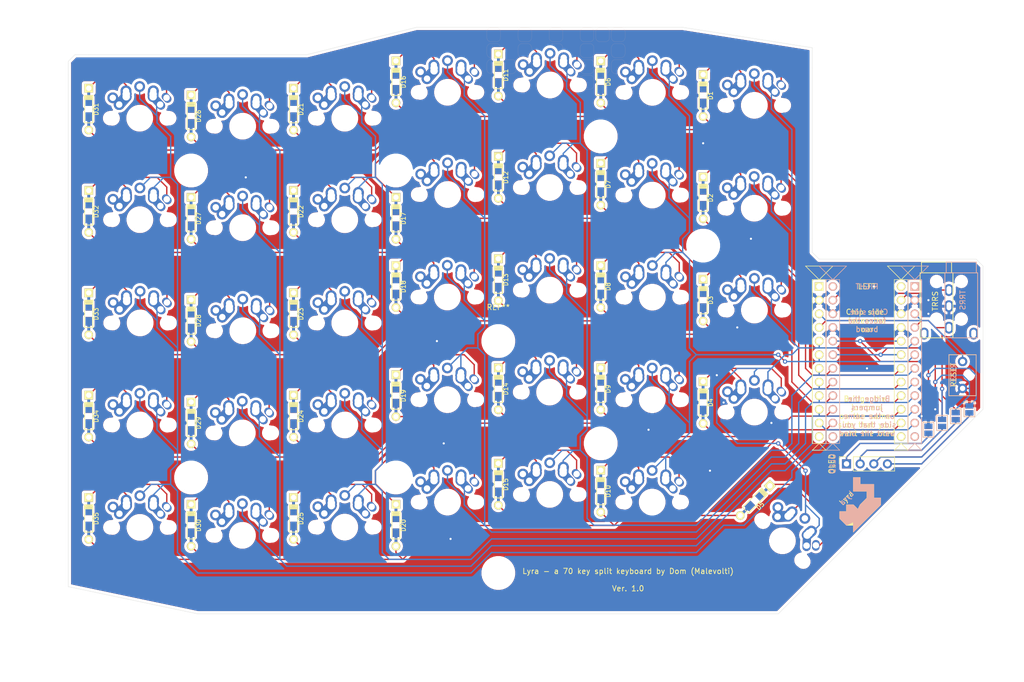
<source format=kicad_pcb>
(kicad_pcb (version 20171130) (host pcbnew "(5.1.9)-1")
  (layers (0 F.Cu signal) (31 B.Cu signal) (34 B.Paste user) (35 F.Paste user) (36 B.SilkS user) (37 F.SilkS user) (38 B.Mask user hide) (39 F.Mask user hide) (44 Edge.Cuts user))
  (net 0 "")
  (net 1 "Net-(D1-Pad2)")
  (net 2 "Net-(D1-Pad1)")
  (net 3 "Net-(D2-Pad1)")
  (net 4 "Net-(D12-Pad2)")
  (net 5 "Net-(D3-Pad1)")
  (net 6 "Net-(D13-Pad2)")
  (net 7 "Net-(D14-Pad2)")
  (net 8 "Net-(D4-Pad1)")
  (net 9 "Net-(D10-Pad2)")
  (net 10 "Net-(D5-Pad1)")
  (net 11 "Net-(D6-Pad1)")
  (net 12 "Net-(D7-Pad1)")
  (net 13 "Net-(D8-Pad1)")
  (net 14 "Net-(D9-Pad1)")
  (net 15 "Net-(D10-Pad1)")
  (net 16 "Net-(D11-Pad1)")
  (net 17 "Net-(D12-Pad1)")
  (net 18 "Net-(D13-Pad1)")
  (net 19 "Net-(D14-Pad1)")
  (net 20 "Net-(D15-Pad1)")
  (net 21 "Net-(D16-Pad1)")
  (net 22 "Net-(D17-Pad1)")
  (net 23 "Net-(D18-Pad1)")
  (net 24 "Net-(D19-Pad1)")
  (net 25 "Net-(D20-Pad1)")
  (net 26 "Net-(D21-Pad1)")
  (net 27 "Net-(D22-Pad1)")
  (net 28 "Net-(D23-Pad1)")
  (net 29 "Net-(D24-Pad1)")
  (net 30 "Net-(D25-Pad1)")
  (net 31 "Net-(D26-Pad1)")
  (net 32 "Net-(D27-Pad1)")
  (net 33 "Net-(D28-Pad1)")
  (net 34 "Net-(D29-Pad1)")
  (net 35 "Net-(D30-Pad1)")
  (net 36 "Net-(D31-Pad1)")
  (net 37 "Net-(D32-Pad1)")
  (net 38 "Net-(D33-Pad1)")
  (net 39 "Net-(D34-Pad1)")
  (net 40 "Net-(D35-Pad1)")
  (net 41 "Net-(SW1-Pad2)")
  (net 42 "Net-(SW10-Pad2)")
  (net 43 "Net-(SW11-Pad2)")
  (net 44 "Net-(SW16-Pad2)")
  (net 45 "Net-(SW21-Pad2)")
  (net 46 "Net-(SW26-Pad2)")
  (net 47 "Net-(SW31-Pad2)")
  (net 48 "Net-(U1-Pad1)")
  (net 49 "Net-(U1-Pad2)")
  (net 50 "Net-(U1-Pad3)")
  (net 51 "Net-(U1-Pad4)")
  (net 52 "Net-(U1-Pad5)")
  (net 53 "Net-(U1-Pad6)")
  (net 54 "Net-(U1-Pad7)")
  (net 55 "Net-(U1-Pad8)")
  (net 56 "Net-(U1-Pad9)")
  (net 57 "Net-(U1-Pad12)")
  (net 58 Earth)
  (net 59 VCC)
  (net 60 "Net-(Reset1-Pad1)")
  (module MountingHole:MountingHole_5.3mm_M5 (layer F.Cu) (at 86.36 127)
    (fp_text reference REF** hide)
    (fp_text value MountingHole_5.3mm_M5)
    (pad 1 np_thru_hole circle (at 0 0) (size 5.3 5.3) (drill 5.3) (layers *.Cu *.Mask))
  )
  (module MountingHole:MountingHole_5.3mm_M5 (layer F.Cu) (at 86.36 69.85)
    (fp_text reference REF** hide)
    (fp_text value MountingHole_5.3mm_M5)
    (pad 1 np_thru_hole circle (at 0 0) (size 5.3 5.3) (drill 5.3) (layers *.Cu *.Mask))
  )
  (module MountingHole:MountingHole_5.3mm_M5 (layer F.Cu) (at 124.46 69.85)
    (fp_text reference REF** hide)
    (fp_text value MountingHole_5.3mm_M5)
    (pad 1 np_thru_hole circle (at 0 0) (size 5.3 5.3) (drill 5.3) (layers *.Cu *.Mask))
  )
  (module MountingHole:MountingHole_5.3mm_M5 (layer F.Cu) (at 124.46 127)
    (fp_text reference REF** hide)
    (fp_text value MountingHole_5.3mm_M5)
    (pad 1 np_thru_hole circle (at 0 0) (size 5.3 5.3) (drill 5.3) (layers *.Cu *.Mask))
  )
  (module MountingHole:MountingHole_5.3mm_M5 (layer F.Cu) (at 143.51 144.78)
    (fp_text reference REF** hide)
    (fp_text value MountingHole_5.3mm_M5)
    (pad 1 np_thru_hole circle (at 0 0) (size 5.3 5.3) (drill 5.3) (layers *.Cu *.Mask))
  )
  (module MountingHole:MountingHole_5.3mm_M5 (layer F.Cu) (at 143.51 101.6)
    (fp_text reference REF** (at 0 -6.3) (layer F.SilkS))
    (fp_text value MountingHole_5.3mm_M5)
    (pad 1 np_thru_hole circle (at 0 0) (size 5.3 5.3) (drill 5.3) (layers *.Cu *.Mask))
  )
  (module MountingHole:MountingHole_5.3mm_M5 (layer F.Cu) (at 162.56 120.65)
    (fp_text reference REF** hide)
    (fp_text value MountingHole_5.3mm_M5)
    (pad 1 np_thru_hole circle (at 0 0) (size 5.3 5.3) (drill 5.3) (layers *.Cu *.Mask))
  )
  (module MountingHole:MountingHole_5.3mm_M5 (layer F.Cu) (at 181.61 83.82)
    (fp_text reference REF** hide)
    (fp_text value MountingHole_5.3mm_M5)
    (pad 1 np_thru_hole circle (at 0 0) (size 5.3 5.3) (drill 5.3) (layers *.Cu *.Mask))
  )
  (module MountingHole:MountingHole_5.3mm_M5 (layer F.Cu) (at 162.56 63.5)
    (fp_text reference REF** hide)
    (fp_text value MountingHole_5.3mm_M5)
    (pad 1 np_thru_hole circle (at 0 0) (size 5.3 5.3) (drill 5.3) (layers *.Cu *.Mask))
  )
  (module Keebio:Diode-dual (layer F.Cu) (at 67.31 134.62 90)
    (fp_text reference D35 (at -0.0254 1.4 90) (layer F.SilkS) (effects (font (size 0.8 0.8))))
    (fp_text value DIODE hide)
    (pad 1 smd rect (at 2.5 0 90) (size 2.9 0.5) (layers F.Cu) (net 40 "Net-(D35-Pad1)"))
    (pad 2 smd rect (at -2.5 0 90) (size 2.9 0.5) (layers F.Cu) (net 9 "Net-(D10-Pad2)"))
    (pad 1 thru_hole rect (at 3.9 0 90) (size 1.6 1.6) (drill 1) (layers *.Cu *.Mask F.SilkS) (net 40 "Net-(D35-Pad1)"))
    (pad 2 thru_hole circle (at -3.9 0 90) (size 1.6 1.6) (drill 1) (layers *.Cu *.Mask F.SilkS) (net 9 "Net-(D10-Pad2)"))
    (pad 2 smd rect (at -1.4 0 90) (size 1.6 1.2) (layers F.Cu F.Paste F.Mask) (net 9 "Net-(D10-Pad2)"))
    (pad 1 smd rect (at 1.4 0 90) (size 1.6 1.2) (layers F.Cu F.Paste F.Mask) (net 40 "Net-(D35-Pad1)"))
    (pad 1 smd rect (at 2.5 0 90) (size 2.9 0.5) (layers B.Cu) (net 40 "Net-(D35-Pad1)"))
    (pad 1 smd rect (at 1.4 0 90) (size 1.6 1.2) (layers B.Cu B.Paste B.Mask) (net 40 "Net-(D35-Pad1)"))
    (pad 2 smd rect (at -1.4 0 90) (size 1.6 1.2) (layers B.Cu B.Paste B.Mask) (net 9 "Net-(D10-Pad2)"))
    (pad 2 smd rect (at -2.5 0 90) (size 2.9 0.5) (layers B.Cu) (net 9 "Net-(D10-Pad2)"))
  )
  (module Keebio:Diode-dual (layer F.Cu) (at 67.31 115.57 90)
    (fp_text reference D34 (at -0.0254 1.4 90) (layer F.SilkS) (effects (font (size 0.8 0.8))))
    (fp_text value DIODE hide)
    (pad 1 smd rect (at 2.5 0 90) (size 2.9 0.5) (layers F.Cu) (net 39 "Net-(D34-Pad1)"))
    (pad 2 smd rect (at -2.5 0 90) (size 2.9 0.5) (layers F.Cu) (net 7 "Net-(D14-Pad2)"))
    (pad 1 thru_hole rect (at 3.9 0 90) (size 1.6 1.6) (drill 1) (layers *.Cu *.Mask F.SilkS) (net 39 "Net-(D34-Pad1)"))
    (pad 2 thru_hole circle (at -3.9 0 90) (size 1.6 1.6) (drill 1) (layers *.Cu *.Mask F.SilkS) (net 7 "Net-(D14-Pad2)"))
    (pad 2 smd rect (at -1.4 0 90) (size 1.6 1.2) (layers F.Cu F.Paste F.Mask) (net 7 "Net-(D14-Pad2)"))
    (pad 1 smd rect (at 1.4 0 90) (size 1.6 1.2) (layers F.Cu F.Paste F.Mask) (net 39 "Net-(D34-Pad1)"))
    (pad 1 smd rect (at 2.5 0 90) (size 2.9 0.5) (layers B.Cu) (net 39 "Net-(D34-Pad1)"))
    (pad 1 smd rect (at 1.4 0 90) (size 1.6 1.2) (layers B.Cu B.Paste B.Mask) (net 39 "Net-(D34-Pad1)"))
    (pad 2 smd rect (at -1.4 0 90) (size 1.6 1.2) (layers B.Cu B.Paste B.Mask) (net 7 "Net-(D14-Pad2)"))
    (pad 2 smd rect (at -2.5 0 90) (size 2.9 0.5) (layers B.Cu) (net 7 "Net-(D14-Pad2)"))
  )
  (module Keebio:Diode-dual (layer F.Cu) (at 67.31 96.52 90)
    (fp_text reference D33 (at -0.0254 1.4 90) (layer F.SilkS) (effects (font (size 0.8 0.8))))
    (fp_text value DIODE hide)
    (pad 1 smd rect (at 2.5 0 90) (size 2.9 0.5) (layers F.Cu) (net 38 "Net-(D33-Pad1)"))
    (pad 2 smd rect (at -2.5 0 90) (size 2.9 0.5) (layers F.Cu) (net 6 "Net-(D13-Pad2)"))
    (pad 1 thru_hole rect (at 3.9 0 90) (size 1.6 1.6) (drill 1) (layers *.Cu *.Mask F.SilkS) (net 38 "Net-(D33-Pad1)"))
    (pad 2 thru_hole circle (at -3.9 0 90) (size 1.6 1.6) (drill 1) (layers *.Cu *.Mask F.SilkS) (net 6 "Net-(D13-Pad2)"))
    (pad 2 smd rect (at -1.4 0 90) (size 1.6 1.2) (layers F.Cu F.Paste F.Mask) (net 6 "Net-(D13-Pad2)"))
    (pad 1 smd rect (at 1.4 0 90) (size 1.6 1.2) (layers F.Cu F.Paste F.Mask) (net 38 "Net-(D33-Pad1)"))
    (pad 1 smd rect (at 2.5 0 90) (size 2.9 0.5) (layers B.Cu) (net 38 "Net-(D33-Pad1)"))
    (pad 1 smd rect (at 1.4 0 90) (size 1.6 1.2) (layers B.Cu B.Paste B.Mask) (net 38 "Net-(D33-Pad1)"))
    (pad 2 smd rect (at -1.4 0 90) (size 1.6 1.2) (layers B.Cu B.Paste B.Mask) (net 6 "Net-(D13-Pad2)"))
    (pad 2 smd rect (at -2.5 0 90) (size 2.9 0.5) (layers B.Cu) (net 6 "Net-(D13-Pad2)"))
  )
  (module Keebio:Diode-dual (layer F.Cu) (at 67.31 77.47 90)
    (fp_text reference D32 (at -0.0254 1.4 90) (layer F.SilkS) (effects (font (size 0.8 0.8))))
    (fp_text value DIODE hide)
    (pad 1 smd rect (at 2.5 0 90) (size 2.9 0.5) (layers F.Cu) (net 37 "Net-(D32-Pad1)"))
    (pad 2 smd rect (at -2.5 0 90) (size 2.9 0.5) (layers F.Cu) (net 4 "Net-(D12-Pad2)"))
    (pad 1 thru_hole rect (at 3.9 0 90) (size 1.6 1.6) (drill 1) (layers *.Cu *.Mask F.SilkS) (net 37 "Net-(D32-Pad1)"))
    (pad 2 thru_hole circle (at -3.9 0 90) (size 1.6 1.6) (drill 1) (layers *.Cu *.Mask F.SilkS) (net 4 "Net-(D12-Pad2)"))
    (pad 2 smd rect (at -1.4 0 90) (size 1.6 1.2) (layers F.Cu F.Paste F.Mask) (net 4 "Net-(D12-Pad2)"))
    (pad 1 smd rect (at 1.4 0 90) (size 1.6 1.2) (layers F.Cu F.Paste F.Mask) (net 37 "Net-(D32-Pad1)"))
    (pad 1 smd rect (at 2.5 0 90) (size 2.9 0.5) (layers B.Cu) (net 37 "Net-(D32-Pad1)"))
    (pad 1 smd rect (at 1.4 0 90) (size 1.6 1.2) (layers B.Cu B.Paste B.Mask) (net 37 "Net-(D32-Pad1)"))
    (pad 2 smd rect (at -1.4 0 90) (size 1.6 1.2) (layers B.Cu B.Paste B.Mask) (net 4 "Net-(D12-Pad2)"))
    (pad 2 smd rect (at -2.5 0 90) (size 2.9 0.5) (layers B.Cu) (net 4 "Net-(D12-Pad2)"))
  )
  (module Keebio:Diode-dual (layer F.Cu) (at 67.31 58.42 90)
    (fp_text reference D31 (at -0.0254 1.4 90) (layer F.SilkS) (effects (font (size 0.8 0.8))))
    (fp_text value DIODE hide)
    (pad 1 smd rect (at 2.5 0 90) (size 2.9 0.5) (layers F.Cu) (net 36 "Net-(D31-Pad1)"))
    (pad 2 smd rect (at -2.5 0 90) (size 2.9 0.5) (layers F.Cu) (net 1 "Net-(D1-Pad2)"))
    (pad 1 thru_hole rect (at 3.9 0 90) (size 1.6 1.6) (drill 1) (layers *.Cu *.Mask F.SilkS) (net 36 "Net-(D31-Pad1)"))
    (pad 2 thru_hole circle (at -3.9 0 90) (size 1.6 1.6) (drill 1) (layers *.Cu *.Mask F.SilkS) (net 1 "Net-(D1-Pad2)"))
    (pad 2 smd rect (at -1.4 0 90) (size 1.6 1.2) (layers F.Cu F.Paste F.Mask) (net 1 "Net-(D1-Pad2)"))
    (pad 1 smd rect (at 1.4 0 90) (size 1.6 1.2) (layers F.Cu F.Paste F.Mask) (net 36 "Net-(D31-Pad1)"))
    (pad 1 smd rect (at 2.5 0 90) (size 2.9 0.5) (layers B.Cu) (net 36 "Net-(D31-Pad1)"))
    (pad 1 smd rect (at 1.4 0 90) (size 1.6 1.2) (layers B.Cu B.Paste B.Mask) (net 36 "Net-(D31-Pad1)"))
    (pad 2 smd rect (at -1.4 0 90) (size 1.6 1.2) (layers B.Cu B.Paste B.Mask) (net 1 "Net-(D1-Pad2)"))
    (pad 2 smd rect (at -2.5 0 90) (size 2.9 0.5) (layers B.Cu) (net 1 "Net-(D1-Pad2)"))
  )
  (module Keebio:Diode-dual (layer F.Cu) (at 86.36 135.89 90)
    (fp_text reference D30 (at -0.0254 1.4 90) (layer F.SilkS) (effects (font (size 0.8 0.8))))
    (fp_text value DIODE hide)
    (pad 1 smd rect (at 2.5 0 90) (size 2.9 0.5) (layers F.Cu) (net 35 "Net-(D30-Pad1)"))
    (pad 2 smd rect (at -2.5 0 90) (size 2.9 0.5) (layers F.Cu) (net 9 "Net-(D10-Pad2)"))
    (pad 1 thru_hole rect (at 3.9 0 90) (size 1.6 1.6) (drill 1) (layers *.Cu *.Mask F.SilkS) (net 35 "Net-(D30-Pad1)"))
    (pad 2 thru_hole circle (at -3.9 0 90) (size 1.6 1.6) (drill 1) (layers *.Cu *.Mask F.SilkS) (net 9 "Net-(D10-Pad2)"))
    (pad 2 smd rect (at -1.4 0 90) (size 1.6 1.2) (layers F.Cu F.Paste F.Mask) (net 9 "Net-(D10-Pad2)"))
    (pad 1 smd rect (at 1.4 0 90) (size 1.6 1.2) (layers F.Cu F.Paste F.Mask) (net 35 "Net-(D30-Pad1)"))
    (pad 1 smd rect (at 2.5 0 90) (size 2.9 0.5) (layers B.Cu) (net 35 "Net-(D30-Pad1)"))
    (pad 1 smd rect (at 1.4 0 90) (size 1.6 1.2) (layers B.Cu B.Paste B.Mask) (net 35 "Net-(D30-Pad1)"))
    (pad 2 smd rect (at -1.4 0 90) (size 1.6 1.2) (layers B.Cu B.Paste B.Mask) (net 9 "Net-(D10-Pad2)"))
    (pad 2 smd rect (at -2.5 0 90) (size 2.9 0.5) (layers B.Cu) (net 9 "Net-(D10-Pad2)"))
  )
  (module Keebio:Diode-dual (layer F.Cu) (at 86.36 116.84 90)
    (fp_text reference D29 (at -0.0254 1.4 90) (layer F.SilkS) (effects (font (size 0.8 0.8))))
    (fp_text value DIODE hide)
    (pad 1 smd rect (at 2.5 0 90) (size 2.9 0.5) (layers F.Cu) (net 34 "Net-(D29-Pad1)"))
    (pad 2 smd rect (at -2.5 0 90) (size 2.9 0.5) (layers F.Cu) (net 7 "Net-(D14-Pad2)"))
    (pad 1 thru_hole rect (at 3.9 0 90) (size 1.6 1.6) (drill 1) (layers *.Cu *.Mask F.SilkS) (net 34 "Net-(D29-Pad1)"))
    (pad 2 thru_hole circle (at -3.9 0 90) (size 1.6 1.6) (drill 1) (layers *.Cu *.Mask F.SilkS) (net 7 "Net-(D14-Pad2)"))
    (pad 2 smd rect (at -1.4 0 90) (size 1.6 1.2) (layers F.Cu F.Paste F.Mask) (net 7 "Net-(D14-Pad2)"))
    (pad 1 smd rect (at 1.4 0 90) (size 1.6 1.2) (layers F.Cu F.Paste F.Mask) (net 34 "Net-(D29-Pad1)"))
    (pad 1 smd rect (at 2.5 0 90) (size 2.9 0.5) (layers B.Cu) (net 34 "Net-(D29-Pad1)"))
    (pad 1 smd rect (at 1.4 0 90) (size 1.6 1.2) (layers B.Cu B.Paste B.Mask) (net 34 "Net-(D29-Pad1)"))
    (pad 2 smd rect (at -1.4 0 90) (size 1.6 1.2) (layers B.Cu B.Paste B.Mask) (net 7 "Net-(D14-Pad2)"))
    (pad 2 smd rect (at -2.5 0 90) (size 2.9 0.5) (layers B.Cu) (net 7 "Net-(D14-Pad2)"))
  )
  (module Keebio:Diode-dual (layer F.Cu) (at 86.36 97.79 90)
    (fp_text reference D28 (at -0.0254 1.4 90) (layer F.SilkS) (effects (font (size 0.8 0.8))))
    (fp_text value DIODE hide)
    (pad 1 smd rect (at 2.5 0 90) (size 2.9 0.5) (layers F.Cu) (net 33 "Net-(D28-Pad1)"))
    (pad 2 smd rect (at -2.5 0 90) (size 2.9 0.5) (layers F.Cu) (net 6 "Net-(D13-Pad2)"))
    (pad 1 thru_hole rect (at 3.9 0 90) (size 1.6 1.6) (drill 1) (layers *.Cu *.Mask F.SilkS) (net 33 "Net-(D28-Pad1)"))
    (pad 2 thru_hole circle (at -3.9 0 90) (size 1.6 1.6) (drill 1) (layers *.Cu *.Mask F.SilkS) (net 6 "Net-(D13-Pad2)"))
    (pad 2 smd rect (at -1.4 0 90) (size 1.6 1.2) (layers F.Cu F.Paste F.Mask) (net 6 "Net-(D13-Pad2)"))
    (pad 1 smd rect (at 1.4 0 90) (size 1.6 1.2) (layers F.Cu F.Paste F.Mask) (net 33 "Net-(D28-Pad1)"))
    (pad 1 smd rect (at 2.5 0 90) (size 2.9 0.5) (layers B.Cu) (net 33 "Net-(D28-Pad1)"))
    (pad 1 smd rect (at 1.4 0 90) (size 1.6 1.2) (layers B.Cu B.Paste B.Mask) (net 33 "Net-(D28-Pad1)"))
    (pad 2 smd rect (at -1.4 0 90) (size 1.6 1.2) (layers B.Cu B.Paste B.Mask) (net 6 "Net-(D13-Pad2)"))
    (pad 2 smd rect (at -2.5 0 90) (size 2.9 0.5) (layers B.Cu) (net 6 "Net-(D13-Pad2)"))
  )
  (module Keebio:Diode-dual (layer F.Cu) (at 86.36 78.74 90)
    (fp_text reference D27 (at -0.0254 1.4 90) (layer F.SilkS) (effects (font (size 0.8 0.8))))
    (fp_text value DIODE hide)
    (pad 1 smd rect (at 2.5 0 90) (size 2.9 0.5) (layers F.Cu) (net 32 "Net-(D27-Pad1)"))
    (pad 2 smd rect (at -2.5 0 90) (size 2.9 0.5) (layers F.Cu) (net 4 "Net-(D12-Pad2)"))
    (pad 1 thru_hole rect (at 3.9 0 90) (size 1.6 1.6) (drill 1) (layers *.Cu *.Mask F.SilkS) (net 32 "Net-(D27-Pad1)"))
    (pad 2 thru_hole circle (at -3.9 0 90) (size 1.6 1.6) (drill 1) (layers *.Cu *.Mask F.SilkS) (net 4 "Net-(D12-Pad2)"))
    (pad 2 smd rect (at -1.4 0 90) (size 1.6 1.2) (layers F.Cu F.Paste F.Mask) (net 4 "Net-(D12-Pad2)"))
    (pad 1 smd rect (at 1.4 0 90) (size 1.6 1.2) (layers F.Cu F.Paste F.Mask) (net 32 "Net-(D27-Pad1)"))
    (pad 1 smd rect (at 2.5 0 90) (size 2.9 0.5) (layers B.Cu) (net 32 "Net-(D27-Pad1)"))
    (pad 1 smd rect (at 1.4 0 90) (size 1.6 1.2) (layers B.Cu B.Paste B.Mask) (net 32 "Net-(D27-Pad1)"))
    (pad 2 smd rect (at -1.4 0 90) (size 1.6 1.2) (layers B.Cu B.Paste B.Mask) (net 4 "Net-(D12-Pad2)"))
    (pad 2 smd rect (at -2.5 0 90) (size 2.9 0.5) (layers B.Cu) (net 4 "Net-(D12-Pad2)"))
  )
  (module Keebio:Diode-dual (layer F.Cu) (at 86.36 59.69 90)
    (fp_text reference D26 (at -0.0254 1.4 90) (layer F.SilkS) (effects (font (size 0.8 0.8))))
    (fp_text value DIODE hide)
    (pad 1 smd rect (at 2.5 0 90) (size 2.9 0.5) (layers F.Cu) (net 31 "Net-(D26-Pad1)"))
    (pad 2 smd rect (at -2.5 0 90) (size 2.9 0.5) (layers F.Cu) (net 1 "Net-(D1-Pad2)"))
    (pad 1 thru_hole rect (at 3.9 0 90) (size 1.6 1.6) (drill 1) (layers *.Cu *.Mask F.SilkS) (net 31 "Net-(D26-Pad1)"))
    (pad 2 thru_hole circle (at -3.9 0 90) (size 1.6 1.6) (drill 1) (layers *.Cu *.Mask F.SilkS) (net 1 "Net-(D1-Pad2)"))
    (pad 2 smd rect (at -1.4 0 90) (size 1.6 1.2) (layers F.Cu F.Paste F.Mask) (net 1 "Net-(D1-Pad2)"))
    (pad 1 smd rect (at 1.4 0 90) (size 1.6 1.2) (layers F.Cu F.Paste F.Mask) (net 31 "Net-(D26-Pad1)"))
    (pad 1 smd rect (at 2.5 0 90) (size 2.9 0.5) (layers B.Cu) (net 31 "Net-(D26-Pad1)"))
    (pad 1 smd rect (at 1.4 0 90) (size 1.6 1.2) (layers B.Cu B.Paste B.Mask) (net 31 "Net-(D26-Pad1)"))
    (pad 2 smd rect (at -1.4 0 90) (size 1.6 1.2) (layers B.Cu B.Paste B.Mask) (net 1 "Net-(D1-Pad2)"))
    (pad 2 smd rect (at -2.5 0 90) (size 2.9 0.5) (layers B.Cu) (net 1 "Net-(D1-Pad2)"))
  )
  (module Keebio:Diode-dual (layer F.Cu) (at 105.41 134.62 90)
    (fp_text reference D25 (at -0.0254 1.4 90) (layer F.SilkS) (effects (font (size 0.8 0.8))))
    (fp_text value DIODE hide)
    (pad 1 smd rect (at 2.5 0 90) (size 2.9 0.5) (layers F.Cu) (net 30 "Net-(D25-Pad1)"))
    (pad 2 smd rect (at -2.5 0 90) (size 2.9 0.5) (layers F.Cu) (net 9 "Net-(D10-Pad2)"))
    (pad 1 thru_hole rect (at 3.9 0 90) (size 1.6 1.6) (drill 1) (layers *.Cu *.Mask F.SilkS) (net 30 "Net-(D25-Pad1)"))
    (pad 2 thru_hole circle (at -3.9 0 90) (size 1.6 1.6) (drill 1) (layers *.Cu *.Mask F.SilkS) (net 9 "Net-(D10-Pad2)"))
    (pad 2 smd rect (at -1.4 0 90) (size 1.6 1.2) (layers F.Cu F.Paste F.Mask) (net 9 "Net-(D10-Pad2)"))
    (pad 1 smd rect (at 1.4 0 90) (size 1.6 1.2) (layers F.Cu F.Paste F.Mask) (net 30 "Net-(D25-Pad1)"))
    (pad 1 smd rect (at 2.5 0 90) (size 2.9 0.5) (layers B.Cu) (net 30 "Net-(D25-Pad1)"))
    (pad 1 smd rect (at 1.4 0 90) (size 1.6 1.2) (layers B.Cu B.Paste B.Mask) (net 30 "Net-(D25-Pad1)"))
    (pad 2 smd rect (at -1.4 0 90) (size 1.6 1.2) (layers B.Cu B.Paste B.Mask) (net 9 "Net-(D10-Pad2)"))
    (pad 2 smd rect (at -2.5 0 90) (size 2.9 0.5) (layers B.Cu) (net 9 "Net-(D10-Pad2)"))
  )
  (module Keebio:Diode-dual (layer F.Cu) (at 105.41 115.57 90)
    (fp_text reference D24 (at -0.0254 1.4 90) (layer F.SilkS) (effects (font (size 0.8 0.8))))
    (fp_text value DIODE hide)
    (pad 1 smd rect (at 2.5 0 90) (size 2.9 0.5) (layers F.Cu) (net 29 "Net-(D24-Pad1)"))
    (pad 2 smd rect (at -2.5 0 90) (size 2.9 0.5) (layers F.Cu) (net 7 "Net-(D14-Pad2)"))
    (pad 1 thru_hole rect (at 3.9 0 90) (size 1.6 1.6) (drill 1) (layers *.Cu *.Mask F.SilkS) (net 29 "Net-(D24-Pad1)"))
    (pad 2 thru_hole circle (at -3.9 0 90) (size 1.6 1.6) (drill 1) (layers *.Cu *.Mask F.SilkS) (net 7 "Net-(D14-Pad2)"))
    (pad 2 smd rect (at -1.4 0 90) (size 1.6 1.2) (layers F.Cu F.Paste F.Mask) (net 7 "Net-(D14-Pad2)"))
    (pad 1 smd rect (at 1.4 0 90) (size 1.6 1.2) (layers F.Cu F.Paste F.Mask) (net 29 "Net-(D24-Pad1)"))
    (pad 1 smd rect (at 2.5 0 90) (size 2.9 0.5) (layers B.Cu) (net 29 "Net-(D24-Pad1)"))
    (pad 1 smd rect (at 1.4 0 90) (size 1.6 1.2) (layers B.Cu B.Paste B.Mask) (net 29 "Net-(D24-Pad1)"))
    (pad 2 smd rect (at -1.4 0 90) (size 1.6 1.2) (layers B.Cu B.Paste B.Mask) (net 7 "Net-(D14-Pad2)"))
    (pad 2 smd rect (at -2.5 0 90) (size 2.9 0.5) (layers B.Cu) (net 7 "Net-(D14-Pad2)"))
  )
  (module Keebio:Diode-dual (layer F.Cu) (at 105.41 96.52 90)
    (fp_text reference D23 (at -0.0254 1.4 90) (layer F.SilkS) (effects (font (size 0.8 0.8))))
    (fp_text value DIODE hide)
    (pad 1 smd rect (at 2.5 0 90) (size 2.9 0.5) (layers F.Cu) (net 28 "Net-(D23-Pad1)"))
    (pad 2 smd rect (at -2.5 0 90) (size 2.9 0.5) (layers F.Cu) (net 6 "Net-(D13-Pad2)"))
    (pad 1 thru_hole rect (at 3.9 0 90) (size 1.6 1.6) (drill 1) (layers *.Cu *.Mask F.SilkS) (net 28 "Net-(D23-Pad1)"))
    (pad 2 thru_hole circle (at -3.9 0 90) (size 1.6 1.6) (drill 1) (layers *.Cu *.Mask F.SilkS) (net 6 "Net-(D13-Pad2)"))
    (pad 2 smd rect (at -1.4 0 90) (size 1.6 1.2) (layers F.Cu F.Paste F.Mask) (net 6 "Net-(D13-Pad2)"))
    (pad 1 smd rect (at 1.4 0 90) (size 1.6 1.2) (layers F.Cu F.Paste F.Mask) (net 28 "Net-(D23-Pad1)"))
    (pad 1 smd rect (at 2.5 0 90) (size 2.9 0.5) (layers B.Cu) (net 28 "Net-(D23-Pad1)"))
    (pad 1 smd rect (at 1.4 0 90) (size 1.6 1.2) (layers B.Cu B.Paste B.Mask) (net 28 "Net-(D23-Pad1)"))
    (pad 2 smd rect (at -1.4 0 90) (size 1.6 1.2) (layers B.Cu B.Paste B.Mask) (net 6 "Net-(D13-Pad2)"))
    (pad 2 smd rect (at -2.5 0 90) (size 2.9 0.5) (layers B.Cu) (net 6 "Net-(D13-Pad2)"))
  )
  (module Keebio:Diode-dual (layer F.Cu) (at 105.41 77.47 90)
    (fp_text reference D22 (at -0.0254 1.4 90) (layer F.SilkS) (effects (font (size 0.8 0.8))))
    (fp_text value DIODE hide)
    (pad 1 smd rect (at 2.5 0 90) (size 2.9 0.5) (layers F.Cu) (net 27 "Net-(D22-Pad1)"))
    (pad 2 smd rect (at -2.5 0 90) (size 2.9 0.5) (layers F.Cu) (net 4 "Net-(D12-Pad2)"))
    (pad 1 thru_hole rect (at 3.9 0 90) (size 1.6 1.6) (drill 1) (layers *.Cu *.Mask F.SilkS) (net 27 "Net-(D22-Pad1)"))
    (pad 2 thru_hole circle (at -3.9 0 90) (size 1.6 1.6) (drill 1) (layers *.Cu *.Mask F.SilkS) (net 4 "Net-(D12-Pad2)"))
    (pad 2 smd rect (at -1.4 0 90) (size 1.6 1.2) (layers F.Cu F.Paste F.Mask) (net 4 "Net-(D12-Pad2)"))
    (pad 1 smd rect (at 1.4 0 90) (size 1.6 1.2) (layers F.Cu F.Paste F.Mask) (net 27 "Net-(D22-Pad1)"))
    (pad 1 smd rect (at 2.5 0 90) (size 2.9 0.5) (layers B.Cu) (net 27 "Net-(D22-Pad1)"))
    (pad 1 smd rect (at 1.4 0 90) (size 1.6 1.2) (layers B.Cu B.Paste B.Mask) (net 27 "Net-(D22-Pad1)"))
    (pad 2 smd rect (at -1.4 0 90) (size 1.6 1.2) (layers B.Cu B.Paste B.Mask) (net 4 "Net-(D12-Pad2)"))
    (pad 2 smd rect (at -2.5 0 90) (size 2.9 0.5) (layers B.Cu) (net 4 "Net-(D12-Pad2)"))
  )
  (module Keebio:Diode-dual (layer F.Cu) (at 105.41 58.42 90)
    (fp_text reference D21 (at -0.0254 1.4 90) (layer F.SilkS) (effects (font (size 0.8 0.8))))
    (fp_text value DIODE hide)
    (pad 1 smd rect (at 2.5 0 90) (size 2.9 0.5) (layers F.Cu) (net 26 "Net-(D21-Pad1)"))
    (pad 2 smd rect (at -2.5 0 90) (size 2.9 0.5) (layers F.Cu) (net 1 "Net-(D1-Pad2)"))
    (pad 1 thru_hole rect (at 3.9 0 90) (size 1.6 1.6) (drill 1) (layers *.Cu *.Mask F.SilkS) (net 26 "Net-(D21-Pad1)"))
    (pad 2 thru_hole circle (at -3.9 0 90) (size 1.6 1.6) (drill 1) (layers *.Cu *.Mask F.SilkS) (net 1 "Net-(D1-Pad2)"))
    (pad 2 smd rect (at -1.4 0 90) (size 1.6 1.2) (layers F.Cu F.Paste F.Mask) (net 1 "Net-(D1-Pad2)"))
    (pad 1 smd rect (at 1.4 0 90) (size 1.6 1.2) (layers F.Cu F.Paste F.Mask) (net 26 "Net-(D21-Pad1)"))
    (pad 1 smd rect (at 2.5 0 90) (size 2.9 0.5) (layers B.Cu) (net 26 "Net-(D21-Pad1)"))
    (pad 1 smd rect (at 1.4 0 90) (size 1.6 1.2) (layers B.Cu B.Paste B.Mask) (net 26 "Net-(D21-Pad1)"))
    (pad 2 smd rect (at -1.4 0 90) (size 1.6 1.2) (layers B.Cu B.Paste B.Mask) (net 1 "Net-(D1-Pad2)"))
    (pad 2 smd rect (at -2.5 0 90) (size 2.9 0.5) (layers B.Cu) (net 1 "Net-(D1-Pad2)"))
  )
  (module Keebio:Diode-dual (layer F.Cu) (at 124.46 111.76 90)
    (fp_text reference D19 (at -0.0254 1.4 90) (layer F.SilkS) (effects (font (size 0.8 0.8))))
    (fp_text value DIODE hide)
    (pad 1 smd rect (at 2.5 0 90) (size 2.9 0.5) (layers F.Cu) (net 24 "Net-(D19-Pad1)"))
    (pad 2 smd rect (at -2.5 0 90) (size 2.9 0.5) (layers F.Cu) (net 7 "Net-(D14-Pad2)"))
    (pad 1 thru_hole rect (at 3.9 0 90) (size 1.6 1.6) (drill 1) (layers *.Cu *.Mask F.SilkS) (net 24 "Net-(D19-Pad1)"))
    (pad 2 thru_hole circle (at -3.9 0 90) (size 1.6 1.6) (drill 1) (layers *.Cu *.Mask F.SilkS) (net 7 "Net-(D14-Pad2)"))
    (pad 2 smd rect (at -1.4 0 90) (size 1.6 1.2) (layers F.Cu F.Paste F.Mask) (net 7 "Net-(D14-Pad2)"))
    (pad 1 smd rect (at 1.4 0 90) (size 1.6 1.2) (layers F.Cu F.Paste F.Mask) (net 24 "Net-(D19-Pad1)"))
    (pad 1 smd rect (at 2.5 0 90) (size 2.9 0.5) (layers B.Cu) (net 24 "Net-(D19-Pad1)"))
    (pad 1 smd rect (at 1.4 0 90) (size 1.6 1.2) (layers B.Cu B.Paste B.Mask) (net 24 "Net-(D19-Pad1)"))
    (pad 2 smd rect (at -1.4 0 90) (size 1.6 1.2) (layers B.Cu B.Paste B.Mask) (net 7 "Net-(D14-Pad2)"))
    (pad 2 smd rect (at -2.5 0 90) (size 2.9 0.5) (layers B.Cu) (net 7 "Net-(D14-Pad2)"))
  )
  (module Keebio:Diode-dual (layer F.Cu) (at 124.46 135.89 90)
    (fp_text reference D20 (at -0.0254 1.4 90) (layer F.SilkS) (effects (font (size 0.8 0.8))))
    (fp_text value DIODE hide)
    (pad 1 smd rect (at 2.5 0 90) (size 2.9 0.5) (layers F.Cu) (net 25 "Net-(D20-Pad1)"))
    (pad 2 smd rect (at -2.5 0 90) (size 2.9 0.5) (layers F.Cu) (net 9 "Net-(D10-Pad2)"))
    (pad 1 thru_hole rect (at 3.9 0 90) (size 1.6 1.6) (drill 1) (layers *.Cu *.Mask F.SilkS) (net 25 "Net-(D20-Pad1)"))
    (pad 2 thru_hole circle (at -3.9 0 90) (size 1.6 1.6) (drill 1) (layers *.Cu *.Mask F.SilkS) (net 9 "Net-(D10-Pad2)"))
    (pad 2 smd rect (at -1.4 0 90) (size 1.6 1.2) (layers F.Cu F.Paste F.Mask) (net 9 "Net-(D10-Pad2)"))
    (pad 1 smd rect (at 1.4 0 90) (size 1.6 1.2) (layers F.Cu F.Paste F.Mask) (net 25 "Net-(D20-Pad1)"))
    (pad 1 smd rect (at 2.5 0 90) (size 2.9 0.5) (layers B.Cu) (net 25 "Net-(D20-Pad1)"))
    (pad 1 smd rect (at 1.4 0 90) (size 1.6 1.2) (layers B.Cu B.Paste B.Mask) (net 25 "Net-(D20-Pad1)"))
    (pad 2 smd rect (at -1.4 0 90) (size 1.6 1.2) (layers B.Cu B.Paste B.Mask) (net 9 "Net-(D10-Pad2)"))
    (pad 2 smd rect (at -2.5 0 90) (size 2.9 0.5) (layers B.Cu) (net 9 "Net-(D10-Pad2)"))
  )
  (module Keebio:Diode-dual (layer F.Cu) (at 124.46 91.44 90)
    (fp_text reference D18 (at -0.0254 1.4 90) (layer F.SilkS) (effects (font (size 0.8 0.8))))
    (fp_text value DIODE hide)
    (pad 1 smd rect (at 2.5 0 90) (size 2.9 0.5) (layers F.Cu) (net 23 "Net-(D18-Pad1)"))
    (pad 2 smd rect (at -2.5 0 90) (size 2.9 0.5) (layers F.Cu) (net 6 "Net-(D13-Pad2)"))
    (pad 1 thru_hole rect (at 3.9 0 90) (size 1.6 1.6) (drill 1) (layers *.Cu *.Mask F.SilkS) (net 23 "Net-(D18-Pad1)"))
    (pad 2 thru_hole circle (at -3.9 0 90) (size 1.6 1.6) (drill 1) (layers *.Cu *.Mask F.SilkS) (net 6 "Net-(D13-Pad2)"))
    (pad 2 smd rect (at -1.4 0 90) (size 1.6 1.2) (layers F.Cu F.Paste F.Mask) (net 6 "Net-(D13-Pad2)"))
    (pad 1 smd rect (at 1.4 0 90) (size 1.6 1.2) (layers F.Cu F.Paste F.Mask) (net 23 "Net-(D18-Pad1)"))
    (pad 1 smd rect (at 2.5 0 90) (size 2.9 0.5) (layers B.Cu) (net 23 "Net-(D18-Pad1)"))
    (pad 1 smd rect (at 1.4 0 90) (size 1.6 1.2) (layers B.Cu B.Paste B.Mask) (net 23 "Net-(D18-Pad1)"))
    (pad 2 smd rect (at -1.4 0 90) (size 1.6 1.2) (layers B.Cu B.Paste B.Mask) (net 6 "Net-(D13-Pad2)"))
    (pad 2 smd rect (at -2.5 0 90) (size 2.9 0.5) (layers B.Cu) (net 6 "Net-(D13-Pad2)"))
  )
  (module Keebio:Diode-dual (layer F.Cu) (at 124.46 78.74 90)
    (fp_text reference D17 (at -0.0254 1.4 90) (layer F.SilkS) (effects (font (size 0.8 0.8))))
    (fp_text value DIODE hide)
    (pad 1 smd rect (at 2.5 0 90) (size 2.9 0.5) (layers F.Cu) (net 22 "Net-(D17-Pad1)"))
    (pad 2 smd rect (at -2.5 0 90) (size 2.9 0.5) (layers F.Cu) (net 4 "Net-(D12-Pad2)"))
    (pad 1 thru_hole rect (at 3.9 0 90) (size 1.6 1.6) (drill 1) (layers *.Cu *.Mask F.SilkS) (net 22 "Net-(D17-Pad1)"))
    (pad 2 thru_hole circle (at -3.9 0 90) (size 1.6 1.6) (drill 1) (layers *.Cu *.Mask F.SilkS) (net 4 "Net-(D12-Pad2)"))
    (pad 2 smd rect (at -1.4 0 90) (size 1.6 1.2) (layers F.Cu F.Paste F.Mask) (net 4 "Net-(D12-Pad2)"))
    (pad 1 smd rect (at 1.4 0 90) (size 1.6 1.2) (layers F.Cu F.Paste F.Mask) (net 22 "Net-(D17-Pad1)"))
    (pad 1 smd rect (at 2.5 0 90) (size 2.9 0.5) (layers B.Cu) (net 22 "Net-(D17-Pad1)"))
    (pad 1 smd rect (at 1.4 0 90) (size 1.6 1.2) (layers B.Cu B.Paste B.Mask) (net 22 "Net-(D17-Pad1)"))
    (pad 2 smd rect (at -1.4 0 90) (size 1.6 1.2) (layers B.Cu B.Paste B.Mask) (net 4 "Net-(D12-Pad2)"))
    (pad 2 smd rect (at -2.5 0 90) (size 2.9 0.5) (layers B.Cu) (net 4 "Net-(D12-Pad2)"))
  )
  (module Keebio:Diode-dual (layer F.Cu) (at 124.46 53.34 90)
    (fp_text reference D16 (at -0.0254 1.4 90) (layer F.SilkS) (effects (font (size 0.8 0.8))))
    (fp_text value DIODE hide)
    (pad 1 smd rect (at 2.5 0 90) (size 2.9 0.5) (layers F.Cu) (net 21 "Net-(D16-Pad1)"))
    (pad 2 smd rect (at -2.5 0 90) (size 2.9 0.5) (layers F.Cu) (net 1 "Net-(D1-Pad2)"))
    (pad 1 thru_hole rect (at 3.9 0 90) (size 1.6 1.6) (drill 1) (layers *.Cu *.Mask F.SilkS) (net 21 "Net-(D16-Pad1)"))
    (pad 2 thru_hole circle (at -3.9 0 90) (size 1.6 1.6) (drill 1) (layers *.Cu *.Mask F.SilkS) (net 1 "Net-(D1-Pad2)"))
    (pad 2 smd rect (at -1.4 0 90) (size 1.6 1.2) (layers F.Cu F.Paste F.Mask) (net 1 "Net-(D1-Pad2)"))
    (pad 1 smd rect (at 1.4 0 90) (size 1.6 1.2) (layers F.Cu F.Paste F.Mask) (net 21 "Net-(D16-Pad1)"))
    (pad 1 smd rect (at 2.5 0 90) (size 2.9 0.5) (layers B.Cu) (net 21 "Net-(D16-Pad1)"))
    (pad 1 smd rect (at 1.4 0 90) (size 1.6 1.2) (layers B.Cu B.Paste B.Mask) (net 21 "Net-(D16-Pad1)"))
    (pad 2 smd rect (at -1.4 0 90) (size 1.6 1.2) (layers B.Cu B.Paste B.Mask) (net 1 "Net-(D1-Pad2)"))
    (pad 2 smd rect (at -2.5 0 90) (size 2.9 0.5) (layers B.Cu) (net 1 "Net-(D1-Pad2)"))
  )
  (module Keebio:Diode-dual (layer F.Cu) (at 143.51 128.27 90)
    (fp_text reference D15 (at -0.0254 1.4 90) (layer F.SilkS) (effects (font (size 0.8 0.8))))
    (fp_text value DIODE hide)
    (pad 1 smd rect (at 2.5 0 90) (size 2.9 0.5) (layers F.Cu) (net 20 "Net-(D15-Pad1)"))
    (pad 2 smd rect (at -2.5 0 90) (size 2.9 0.5) (layers F.Cu) (net 9 "Net-(D10-Pad2)"))
    (pad 1 thru_hole rect (at 3.9 0 90) (size 1.6 1.6) (drill 1) (layers *.Cu *.Mask F.SilkS) (net 20 "Net-(D15-Pad1)"))
    (pad 2 thru_hole circle (at -3.9 0 90) (size 1.6 1.6) (drill 1) (layers *.Cu *.Mask F.SilkS) (net 9 "Net-(D10-Pad2)"))
    (pad 2 smd rect (at -1.4 0 90) (size 1.6 1.2) (layers F.Cu F.Paste F.Mask) (net 9 "Net-(D10-Pad2)"))
    (pad 1 smd rect (at 1.4 0 90) (size 1.6 1.2) (layers F.Cu F.Paste F.Mask) (net 20 "Net-(D15-Pad1)"))
    (pad 1 smd rect (at 2.5 0 90) (size 2.9 0.5) (layers B.Cu) (net 20 "Net-(D15-Pad1)"))
    (pad 1 smd rect (at 1.4 0 90) (size 1.6 1.2) (layers B.Cu B.Paste B.Mask) (net 20 "Net-(D15-Pad1)"))
    (pad 2 smd rect (at -1.4 0 90) (size 1.6 1.2) (layers B.Cu B.Paste B.Mask) (net 9 "Net-(D10-Pad2)"))
    (pad 2 smd rect (at -2.5 0 90) (size 2.9 0.5) (layers B.Cu) (net 9 "Net-(D10-Pad2)"))
  )
  (module Keebio:Diode-dual (layer F.Cu) (at 143.51 110.49 90)
    (fp_text reference D14 (at -0.0254 1.4 90) (layer F.SilkS) (effects (font (size 0.8 0.8))))
    (fp_text value DIODE hide)
    (pad 1 smd rect (at 2.5 0 90) (size 2.9 0.5) (layers F.Cu) (net 19 "Net-(D14-Pad1)"))
    (pad 2 smd rect (at -2.5 0 90) (size 2.9 0.5) (layers F.Cu) (net 7 "Net-(D14-Pad2)"))
    (pad 1 thru_hole rect (at 3.9 0 90) (size 1.6 1.6) (drill 1) (layers *.Cu *.Mask F.SilkS) (net 19 "Net-(D14-Pad1)"))
    (pad 2 thru_hole circle (at -3.9 0 90) (size 1.6 1.6) (drill 1) (layers *.Cu *.Mask F.SilkS) (net 7 "Net-(D14-Pad2)"))
    (pad 2 smd rect (at -1.4 0 90) (size 1.6 1.2) (layers F.Cu F.Paste F.Mask) (net 7 "Net-(D14-Pad2)"))
    (pad 1 smd rect (at 1.4 0 90) (size 1.6 1.2) (layers F.Cu F.Paste F.Mask) (net 19 "Net-(D14-Pad1)"))
    (pad 1 smd rect (at 2.5 0 90) (size 2.9 0.5) (layers B.Cu) (net 19 "Net-(D14-Pad1)"))
    (pad 1 smd rect (at 1.4 0 90) (size 1.6 1.2) (layers B.Cu B.Paste B.Mask) (net 19 "Net-(D14-Pad1)"))
    (pad 2 smd rect (at -1.4 0 90) (size 1.6 1.2) (layers B.Cu B.Paste B.Mask) (net 7 "Net-(D14-Pad2)"))
    (pad 2 smd rect (at -2.5 0 90) (size 2.9 0.5) (layers B.Cu) (net 7 "Net-(D14-Pad2)"))
  )
  (module Keebio:Diode-dual (layer F.Cu) (at 143.51 90.17 90)
    (fp_text reference D13 (at -0.0254 1.4 90) (layer F.SilkS) (effects (font (size 0.8 0.8))))
    (fp_text value DIODE hide)
    (pad 1 smd rect (at 2.5 0 90) (size 2.9 0.5) (layers F.Cu) (net 18 "Net-(D13-Pad1)"))
    (pad 2 smd rect (at -2.5 0 90) (size 2.9 0.5) (layers F.Cu) (net 6 "Net-(D13-Pad2)"))
    (pad 1 thru_hole rect (at 3.9 0 90) (size 1.6 1.6) (drill 1) (layers *.Cu *.Mask F.SilkS) (net 18 "Net-(D13-Pad1)"))
    (pad 2 thru_hole circle (at -3.9 0 90) (size 1.6 1.6) (drill 1) (layers *.Cu *.Mask F.SilkS) (net 6 "Net-(D13-Pad2)"))
    (pad 2 smd rect (at -1.4 0 90) (size 1.6 1.2) (layers F.Cu F.Paste F.Mask) (net 6 "Net-(D13-Pad2)"))
    (pad 1 smd rect (at 1.4 0 90) (size 1.6 1.2) (layers F.Cu F.Paste F.Mask) (net 18 "Net-(D13-Pad1)"))
    (pad 1 smd rect (at 2.5 0 90) (size 2.9 0.5) (layers B.Cu) (net 18 "Net-(D13-Pad1)"))
    (pad 1 smd rect (at 1.4 0 90) (size 1.6 1.2) (layers B.Cu B.Paste B.Mask) (net 18 "Net-(D13-Pad1)"))
    (pad 2 smd rect (at -1.4 0 90) (size 1.6 1.2) (layers B.Cu B.Paste B.Mask) (net 6 "Net-(D13-Pad2)"))
    (pad 2 smd rect (at -2.5 0 90) (size 2.9 0.5) (layers B.Cu) (net 6 "Net-(D13-Pad2)"))
  )
  (module Keebio:Diode-dual (layer F.Cu) (at 143.51 71.12 90)
    (fp_text reference D12 (at -0.0254 1.4 90) (layer F.SilkS) (effects (font (size 0.8 0.8))))
    (fp_text value DIODE hide)
    (pad 1 smd rect (at 2.5 0 90) (size 2.9 0.5) (layers F.Cu) (net 17 "Net-(D12-Pad1)"))
    (pad 2 smd rect (at -2.5 0 90) (size 2.9 0.5) (layers F.Cu) (net 4 "Net-(D12-Pad2)"))
    (pad 1 thru_hole rect (at 3.9 0 90) (size 1.6 1.6) (drill 1) (layers *.Cu *.Mask F.SilkS) (net 17 "Net-(D12-Pad1)"))
    (pad 2 thru_hole circle (at -3.9 0 90) (size 1.6 1.6) (drill 1) (layers *.Cu *.Mask F.SilkS) (net 4 "Net-(D12-Pad2)"))
    (pad 2 smd rect (at -1.4 0 90) (size 1.6 1.2) (layers F.Cu F.Paste F.Mask) (net 4 "Net-(D12-Pad2)"))
    (pad 1 smd rect (at 1.4 0 90) (size 1.6 1.2) (layers F.Cu F.Paste F.Mask) (net 17 "Net-(D12-Pad1)"))
    (pad 1 smd rect (at 2.5 0 90) (size 2.9 0.5) (layers B.Cu) (net 17 "Net-(D12-Pad1)"))
    (pad 1 smd rect (at 1.4 0 90) (size 1.6 1.2) (layers B.Cu B.Paste B.Mask) (net 17 "Net-(D12-Pad1)"))
    (pad 2 smd rect (at -1.4 0 90) (size 1.6 1.2) (layers B.Cu B.Paste B.Mask) (net 4 "Net-(D12-Pad2)"))
    (pad 2 smd rect (at -2.5 0 90) (size 2.9 0.5) (layers B.Cu) (net 4 "Net-(D12-Pad2)"))
  )
  (module Keebio:Diode-dual (layer F.Cu) (at 162.56 129.54 90)
    (fp_text reference D10 (at -0.0254 1.4 90) (layer F.SilkS) (effects (font (size 0.8 0.8))))
    (fp_text value DIODE hide)
    (pad 1 smd rect (at 2.5 0 90) (size 2.9 0.5) (layers F.Cu) (net 15 "Net-(D10-Pad1)"))
    (pad 2 smd rect (at -2.5 0 90) (size 2.9 0.5) (layers F.Cu) (net 9 "Net-(D10-Pad2)"))
    (pad 1 thru_hole rect (at 3.9 0 90) (size 1.6 1.6) (drill 1) (layers *.Cu *.Mask F.SilkS) (net 15 "Net-(D10-Pad1)"))
    (pad 2 thru_hole circle (at -3.9 0 90) (size 1.6 1.6) (drill 1) (layers *.Cu *.Mask F.SilkS) (net 9 "Net-(D10-Pad2)"))
    (pad 2 smd rect (at -1.4 0 90) (size 1.6 1.2) (layers F.Cu F.Paste F.Mask) (net 9 "Net-(D10-Pad2)"))
    (pad 1 smd rect (at 1.4 0 90) (size 1.6 1.2) (layers F.Cu F.Paste F.Mask) (net 15 "Net-(D10-Pad1)"))
    (pad 1 smd rect (at 2.5 0 90) (size 2.9 0.5) (layers B.Cu) (net 15 "Net-(D10-Pad1)"))
    (pad 1 smd rect (at 1.4 0 90) (size 1.6 1.2) (layers B.Cu B.Paste B.Mask) (net 15 "Net-(D10-Pad1)"))
    (pad 2 smd rect (at -1.4 0 90) (size 1.6 1.2) (layers B.Cu B.Paste B.Mask) (net 9 "Net-(D10-Pad2)"))
    (pad 2 smd rect (at -2.5 0 90) (size 2.9 0.5) (layers B.Cu) (net 9 "Net-(D10-Pad2)"))
  )
  (module Keebio:Diode-dual (layer F.Cu) (at 162.56 110.49 90)
    (fp_text reference D9 (at -0.0254 1.4 90) (layer F.SilkS) (effects (font (size 0.8 0.8))))
    (fp_text value DIODE hide)
    (pad 1 smd rect (at 2.5 0 90) (size 2.9 0.5) (layers F.Cu) (net 14 "Net-(D9-Pad1)"))
    (pad 2 smd rect (at -2.5 0 90) (size 2.9 0.5) (layers F.Cu) (net 7 "Net-(D14-Pad2)"))
    (pad 1 thru_hole rect (at 3.9 0 90) (size 1.6 1.6) (drill 1) (layers *.Cu *.Mask F.SilkS) (net 14 "Net-(D9-Pad1)"))
    (pad 2 thru_hole circle (at -3.9 0 90) (size 1.6 1.6) (drill 1) (layers *.Cu *.Mask F.SilkS) (net 7 "Net-(D14-Pad2)"))
    (pad 2 smd rect (at -1.4 0 90) (size 1.6 1.2) (layers F.Cu F.Paste F.Mask) (net 7 "Net-(D14-Pad2)"))
    (pad 1 smd rect (at 1.4 0 90) (size 1.6 1.2) (layers F.Cu F.Paste F.Mask) (net 14 "Net-(D9-Pad1)"))
    (pad 1 smd rect (at 2.5 0 90) (size 2.9 0.5) (layers B.Cu) (net 14 "Net-(D9-Pad1)"))
    (pad 1 smd rect (at 1.4 0 90) (size 1.6 1.2) (layers B.Cu B.Paste B.Mask) (net 14 "Net-(D9-Pad1)"))
    (pad 2 smd rect (at -1.4 0 90) (size 1.6 1.2) (layers B.Cu B.Paste B.Mask) (net 7 "Net-(D14-Pad2)"))
    (pad 2 smd rect (at -2.5 0 90) (size 2.9 0.5) (layers B.Cu) (net 7 "Net-(D14-Pad2)"))
  )
  (module Keebio:Diode-dual (layer F.Cu) (at 162.56 91.44 90)
    (fp_text reference D8 (at -0.0254 1.4 90) (layer F.SilkS) (effects (font (size 0.8 0.8))))
    (fp_text value DIODE hide)
    (pad 1 smd rect (at 2.5 0 90) (size 2.9 0.5) (layers F.Cu) (net 13 "Net-(D8-Pad1)"))
    (pad 2 smd rect (at -2.5 0 90) (size 2.9 0.5) (layers F.Cu) (net 6 "Net-(D13-Pad2)"))
    (pad 1 thru_hole rect (at 3.9 0 90) (size 1.6 1.6) (drill 1) (layers *.Cu *.Mask F.SilkS) (net 13 "Net-(D8-Pad1)"))
    (pad 2 thru_hole circle (at -3.9 0 90) (size 1.6 1.6) (drill 1) (layers *.Cu *.Mask F.SilkS) (net 6 "Net-(D13-Pad2)"))
    (pad 2 smd rect (at -1.4 0 90) (size 1.6 1.2) (layers F.Cu F.Paste F.Mask) (net 6 "Net-(D13-Pad2)"))
    (pad 1 smd rect (at 1.4 0 90) (size 1.6 1.2) (layers F.Cu F.Paste F.Mask) (net 13 "Net-(D8-Pad1)"))
    (pad 1 smd rect (at 2.5 0 90) (size 2.9 0.5) (layers B.Cu) (net 13 "Net-(D8-Pad1)"))
    (pad 1 smd rect (at 1.4 0 90) (size 1.6 1.2) (layers B.Cu B.Paste B.Mask) (net 13 "Net-(D8-Pad1)"))
    (pad 2 smd rect (at -1.4 0 90) (size 1.6 1.2) (layers B.Cu B.Paste B.Mask) (net 6 "Net-(D13-Pad2)"))
    (pad 2 smd rect (at -2.5 0 90) (size 2.9 0.5) (layers B.Cu) (net 6 "Net-(D13-Pad2)"))
  )
  (module Keebio:Diode-dual (layer F.Cu) (at 162.56 72.39 90)
    (fp_text reference D7 (at -0.0254 1.4 90) (layer F.SilkS) (effects (font (size 0.8 0.8))))
    (fp_text value DIODE hide)
    (pad 1 smd rect (at 2.5 0 90) (size 2.9 0.5) (layers F.Cu) (net 12 "Net-(D7-Pad1)"))
    (pad 2 smd rect (at -2.5 0 90) (size 2.9 0.5) (layers F.Cu) (net 4 "Net-(D12-Pad2)"))
    (pad 1 thru_hole rect (at 3.9 0 90) (size 1.6 1.6) (drill 1) (layers *.Cu *.Mask F.SilkS) (net 12 "Net-(D7-Pad1)"))
    (pad 2 thru_hole circle (at -3.9 0 90) (size 1.6 1.6) (drill 1) (layers *.Cu *.Mask F.SilkS) (net 4 "Net-(D12-Pad2)"))
    (pad 2 smd rect (at -1.4 0 90) (size 1.6 1.2) (layers F.Cu F.Paste F.Mask) (net 4 "Net-(D12-Pad2)"))
    (pad 1 smd rect (at 1.4 0 90) (size 1.6 1.2) (layers F.Cu F.Paste F.Mask) (net 12 "Net-(D7-Pad1)"))
    (pad 1 smd rect (at 2.5 0 90) (size 2.9 0.5) (layers B.Cu) (net 12 "Net-(D7-Pad1)"))
    (pad 1 smd rect (at 1.4 0 90) (size 1.6 1.2) (layers B.Cu B.Paste B.Mask) (net 12 "Net-(D7-Pad1)"))
    (pad 2 smd rect (at -1.4 0 90) (size 1.6 1.2) (layers B.Cu B.Paste B.Mask) (net 4 "Net-(D12-Pad2)"))
    (pad 2 smd rect (at -2.5 0 90) (size 2.9 0.5) (layers B.Cu) (net 4 "Net-(D12-Pad2)"))
  )
  (module Keebio:Diode-dual (layer F.Cu) (at 191.272233 131.307767 45)
    (fp_text reference D5 (at -0.0254 1.4 45) (layer F.SilkS) (effects (font (size 0.8 0.8))))
    (fp_text value DIODE hide)
    (pad 1 smd rect (at 2.5 0 45) (size 2.9 0.5) (layers F.Cu) (net 10 "Net-(D5-Pad1)"))
    (pad 2 smd rect (at -2.5 0 45) (size 2.9 0.5) (layers F.Cu) (net 9 "Net-(D10-Pad2)"))
    (pad 1 thru_hole rect (at 3.9 0 45) (size 1.6 1.6) (drill 1) (layers *.Cu *.Mask F.SilkS) (net 10 "Net-(D5-Pad1)"))
    (pad 2 thru_hole circle (at -3.9 0 45) (size 1.6 1.6) (drill 1) (layers *.Cu *.Mask F.SilkS) (net 9 "Net-(D10-Pad2)"))
    (pad 2 smd rect (at -1.4 0 45) (size 1.6 1.2) (layers F.Cu F.Paste F.Mask) (net 9 "Net-(D10-Pad2)"))
    (pad 1 smd rect (at 1.4 0 45) (size 1.6 1.2) (layers F.Cu F.Paste F.Mask) (net 10 "Net-(D5-Pad1)"))
    (pad 1 smd rect (at 2.5 0 45) (size 2.9 0.5) (layers B.Cu) (net 10 "Net-(D5-Pad1)"))
    (pad 1 smd rect (at 1.4 0 45) (size 1.6 1.2) (layers B.Cu B.Paste B.Mask) (net 10 "Net-(D5-Pad1)"))
    (pad 2 smd rect (at -1.4 0 45) (size 1.6 1.2) (layers B.Cu B.Paste B.Mask) (net 9 "Net-(D10-Pad2)"))
    (pad 2 smd rect (at -2.5 0 45) (size 2.9 0.5) (layers B.Cu) (net 9 "Net-(D10-Pad2)"))
  )
  (module Keebio:Diode-dual (layer F.Cu) (at 181.61 113.03 90)
    (fp_text reference D4 (at -0.0254 1.4 90) (layer F.SilkS) (effects (font (size 0.8 0.8))))
    (fp_text value DIODE hide)
    (pad 1 smd rect (at 2.5 0 90) (size 2.9 0.5) (layers F.Cu) (net 8 "Net-(D4-Pad1)"))
    (pad 2 smd rect (at -2.5 0 90) (size 2.9 0.5) (layers F.Cu) (net 7 "Net-(D14-Pad2)"))
    (pad 1 thru_hole rect (at 3.9 0 90) (size 1.6 1.6) (drill 1) (layers *.Cu *.Mask F.SilkS) (net 8 "Net-(D4-Pad1)"))
    (pad 2 thru_hole circle (at -3.9 0 90) (size 1.6 1.6) (drill 1) (layers *.Cu *.Mask F.SilkS) (net 7 "Net-(D14-Pad2)"))
    (pad 2 smd rect (at -1.4 0 90) (size 1.6 1.2) (layers F.Cu F.Paste F.Mask) (net 7 "Net-(D14-Pad2)"))
    (pad 1 smd rect (at 1.4 0 90) (size 1.6 1.2) (layers F.Cu F.Paste F.Mask) (net 8 "Net-(D4-Pad1)"))
    (pad 1 smd rect (at 2.5 0 90) (size 2.9 0.5) (layers B.Cu) (net 8 "Net-(D4-Pad1)"))
    (pad 1 smd rect (at 1.4 0 90) (size 1.6 1.2) (layers B.Cu B.Paste B.Mask) (net 8 "Net-(D4-Pad1)"))
    (pad 2 smd rect (at -1.4 0 90) (size 1.6 1.2) (layers B.Cu B.Paste B.Mask) (net 7 "Net-(D14-Pad2)"))
    (pad 2 smd rect (at -2.5 0 90) (size 2.9 0.5) (layers B.Cu) (net 7 "Net-(D14-Pad2)"))
  )
  (module Keebio:Diode-dual (layer F.Cu) (at 181.61 93.98 90)
    (fp_text reference D3 (at -0.0254 1.4 90) (layer F.SilkS) (effects (font (size 0.8 0.8))))
    (fp_text value DIODE hide)
    (pad 1 smd rect (at 2.5 0 90) (size 2.9 0.5) (layers F.Cu) (net 5 "Net-(D3-Pad1)"))
    (pad 2 smd rect (at -2.5 0 90) (size 2.9 0.5) (layers F.Cu) (net 6 "Net-(D13-Pad2)"))
    (pad 1 thru_hole rect (at 3.9 0 90) (size 1.6 1.6) (drill 1) (layers *.Cu *.Mask F.SilkS) (net 5 "Net-(D3-Pad1)"))
    (pad 2 thru_hole circle (at -3.9 0 90) (size 1.6 1.6) (drill 1) (layers *.Cu *.Mask F.SilkS) (net 6 "Net-(D13-Pad2)"))
    (pad 2 smd rect (at -1.4 0 90) (size 1.6 1.2) (layers F.Cu F.Paste F.Mask) (net 6 "Net-(D13-Pad2)"))
    (pad 1 smd rect (at 1.4 0 90) (size 1.6 1.2) (layers F.Cu F.Paste F.Mask) (net 5 "Net-(D3-Pad1)"))
    (pad 1 smd rect (at 2.5 0 90) (size 2.9 0.5) (layers B.Cu) (net 5 "Net-(D3-Pad1)"))
    (pad 1 smd rect (at 1.4 0 90) (size 1.6 1.2) (layers B.Cu B.Paste B.Mask) (net 5 "Net-(D3-Pad1)"))
    (pad 2 smd rect (at -1.4 0 90) (size 1.6 1.2) (layers B.Cu B.Paste B.Mask) (net 6 "Net-(D13-Pad2)"))
    (pad 2 smd rect (at -2.5 0 90) (size 2.9 0.5) (layers B.Cu) (net 6 "Net-(D13-Pad2)"))
  )
  (module Keebio:Diode-dual (layer F.Cu) (at 181.61 74.93 90)
    (fp_text reference D2 (at -0.0254 1.4 90) (layer F.SilkS) (effects (font (size 0.8 0.8))))
    (fp_text value DIODE hide)
    (pad 1 smd rect (at 2.5 0 90) (size 2.9 0.5) (layers F.Cu) (net 3 "Net-(D2-Pad1)"))
    (pad 2 smd rect (at -2.5 0 90) (size 2.9 0.5) (layers F.Cu) (net 4 "Net-(D12-Pad2)"))
    (pad 1 thru_hole rect (at 3.9 0 90) (size 1.6 1.6) (drill 1) (layers *.Cu *.Mask F.SilkS) (net 3 "Net-(D2-Pad1)"))
    (pad 2 thru_hole circle (at -3.9 0 90) (size 1.6 1.6) (drill 1) (layers *.Cu *.Mask F.SilkS) (net 4 "Net-(D12-Pad2)"))
    (pad 2 smd rect (at -1.4 0 90) (size 1.6 1.2) (layers F.Cu F.Paste F.Mask) (net 4 "Net-(D12-Pad2)"))
    (pad 1 smd rect (at 1.4 0 90) (size 1.6 1.2) (layers F.Cu F.Paste F.Mask) (net 3 "Net-(D2-Pad1)"))
    (pad 1 smd rect (at 2.5 0 90) (size 2.9 0.5) (layers B.Cu) (net 3 "Net-(D2-Pad1)"))
    (pad 1 smd rect (at 1.4 0 90) (size 1.6 1.2) (layers B.Cu B.Paste B.Mask) (net 3 "Net-(D2-Pad1)"))
    (pad 2 smd rect (at -1.4 0 90) (size 1.6 1.2) (layers B.Cu B.Paste B.Mask) (net 4 "Net-(D12-Pad2)"))
    (pad 2 smd rect (at -2.5 0 90) (size 2.9 0.5) (layers B.Cu) (net 4 "Net-(D12-Pad2)"))
  )
  (module Keebio:Diode-dual (layer F.Cu) (at 143.51 52.07 90)
    (fp_text reference D11 (at -0.0254 1.4 90) (layer F.SilkS) (effects (font (size 0.8 0.8))))
    (fp_text value DIODE hide)
    (pad 1 smd rect (at 2.5 0 90) (size 2.9 0.5) (layers F.Cu) (net 16 "Net-(D11-Pad1)"))
    (pad 2 smd rect (at -2.5 0 90) (size 2.9 0.5) (layers F.Cu) (net 1 "Net-(D1-Pad2)"))
    (pad 1 thru_hole rect (at 3.9 0 90) (size 1.6 1.6) (drill 1) (layers *.Cu *.Mask F.SilkS) (net 16 "Net-(D11-Pad1)"))
    (pad 2 thru_hole circle (at -3.9 0 90) (size 1.6 1.6) (drill 1) (layers *.Cu *.Mask F.SilkS) (net 1 "Net-(D1-Pad2)"))
    (pad 2 smd rect (at -1.4 0 90) (size 1.6 1.2) (layers F.Cu F.Paste F.Mask) (net 1 "Net-(D1-Pad2)"))
    (pad 1 smd rect (at 1.4 0 90) (size 1.6 1.2) (layers F.Cu F.Paste F.Mask) (net 16 "Net-(D11-Pad1)"))
    (pad 1 smd rect (at 2.5 0 90) (size 2.9 0.5) (layers B.Cu) (net 16 "Net-(D11-Pad1)"))
    (pad 1 smd rect (at 1.4 0 90) (size 1.6 1.2) (layers B.Cu B.Paste B.Mask) (net 16 "Net-(D11-Pad1)"))
    (pad 2 smd rect (at -1.4 0 90) (size 1.6 1.2) (layers B.Cu B.Paste B.Mask) (net 1 "Net-(D1-Pad2)"))
    (pad 2 smd rect (at -2.5 0 90) (size 2.9 0.5) (layers B.Cu) (net 1 "Net-(D1-Pad2)"))
  )
  (module Keebio:Diode-dual (layer F.Cu) (at 162.56 53.34 90)
    (fp_text reference D6 (at -0.0254 1.4 90) (layer F.SilkS) (effects (font (size 0.8 0.8))))
    (fp_text value DIODE hide)
    (pad 1 smd rect (at 2.5 0 90) (size 2.9 0.5) (layers F.Cu) (net 11 "Net-(D6-Pad1)"))
    (pad 2 smd rect (at -2.5 0 90) (size 2.9 0.5) (layers F.Cu) (net 1 "Net-(D1-Pad2)"))
    (pad 1 thru_hole rect (at 3.9 0 90) (size 1.6 1.6) (drill 1) (layers *.Cu *.Mask F.SilkS) (net 11 "Net-(D6-Pad1)"))
    (pad 2 thru_hole circle (at -3.9 0 90) (size 1.6 1.6) (drill 1) (layers *.Cu *.Mask F.SilkS) (net 1 "Net-(D1-Pad2)"))
    (pad 2 smd rect (at -1.4 0 90) (size 1.6 1.2) (layers F.Cu F.Paste F.Mask) (net 1 "Net-(D1-Pad2)"))
    (pad 1 smd rect (at 1.4 0 90) (size 1.6 1.2) (layers F.Cu F.Paste F.Mask) (net 11 "Net-(D6-Pad1)"))
    (pad 1 smd rect (at 2.5 0 90) (size 2.9 0.5) (layers B.Cu) (net 11 "Net-(D6-Pad1)"))
    (pad 1 smd rect (at 1.4 0 90) (size 1.6 1.2) (layers B.Cu B.Paste B.Mask) (net 11 "Net-(D6-Pad1)"))
    (pad 2 smd rect (at -1.4 0 90) (size 1.6 1.2) (layers B.Cu B.Paste B.Mask) (net 1 "Net-(D1-Pad2)"))
    (pad 2 smd rect (at -2.5 0 90) (size 2.9 0.5) (layers B.Cu) (net 1 "Net-(D1-Pad2)"))
  )
  (module Keebio:Diode-dual (layer F.Cu) (at 181.61 55.88 90)
    (fp_text reference D1 (at -0.0254 1.4 90) (layer F.SilkS) (effects (font (size 0.8 0.8))))
    (fp_text value DIODE hide)
    (pad 1 smd rect (at 2.5 0 90) (size 2.9 0.5) (layers F.Cu) (net 2 "Net-(D1-Pad1)"))
    (pad 2 smd rect (at -2.5 0 90) (size 2.9 0.5) (layers F.Cu) (net 1 "Net-(D1-Pad2)"))
    (pad 1 thru_hole rect (at 3.9 0 90) (size 1.6 1.6) (drill 1) (layers *.Cu *.Mask F.SilkS) (net 2 "Net-(D1-Pad1)"))
    (pad 2 thru_hole circle (at -3.9 0 90) (size 1.6 1.6) (drill 1) (layers *.Cu *.Mask F.SilkS) (net 1 "Net-(D1-Pad2)"))
    (pad 2 smd rect (at -1.4 0 90) (size 1.6 1.2) (layers F.Cu F.Paste F.Mask) (net 1 "Net-(D1-Pad2)"))
    (pad 1 smd rect (at 1.4 0 90) (size 1.6 1.2) (layers F.Cu F.Paste F.Mask) (net 2 "Net-(D1-Pad1)"))
    (pad 1 smd rect (at 2.5 0 90) (size 2.9 0.5) (layers B.Cu) (net 2 "Net-(D1-Pad1)"))
    (pad 1 smd rect (at 1.4 0 90) (size 1.6 1.2) (layers B.Cu B.Paste B.Mask) (net 2 "Net-(D1-Pad1)"))
    (pad 2 smd rect (at -1.4 0 90) (size 1.6 1.2) (layers B.Cu B.Paste B.Mask) (net 1 "Net-(D1-Pad2)"))
    (pad 2 smd rect (at -2.5 0 90) (size 2.9 0.5) (layers B.Cu) (net 1 "Net-(D1-Pad2)"))
  )
  (module Keebio:SW_Tactile_SPST_Angled_MJTP1117-no-mount (layer F.Cu) (at 229.87 105.41 270)
    (fp_text reference RESET (at 2.5 1.68 270) (layer F.SilkS))
    (fp_text value SW_PUSH)
    (fp_text user RESET (at 2.498011 1.683253 90) (layer B.SilkS) (effects (justify mirror)))
    (pad "" np_thru_hole circle (at 2.5 -1.21 270) (size 1.2 1.2) (drill 1.2) (layers *.Cu *.Mask))
    (pad 1 thru_hole circle (at 0 0 270) (size 1.75 1.75) (drill 0.99) (layers *.Cu *.Mask) (net 60 "Net-(Reset1-Pad1)"))
    (pad 2 thru_hole circle (at 5 0 270) (size 1.75 1.75) (drill 0.99) (layers *.Cu *.Mask) (net 58 Earth))
  )
  (module Jumper:SolderJumper-2_P1.3mm_Open_Pad1.0x1.5mm (layer B.Cu) (at 231.14 114.3 270)
    (fp_text reference REF** hide)
    (fp_text value SolderJumper-2_P1.3mm_Open_Pad1.0x1.5mm)
    (pad 1 smd rect (at -0.65 0 270) (size 1 1.5) (layers B.Cu B.Mask))
    (pad 2 smd rect (at 0.65 0 270) (size 1 1.5) (layers B.Cu B.Mask))
  )
  (module Jumper:SolderJumper-2_P1.3mm_Open_Pad1.0x1.5mm (layer B.Cu) (at 228.6 115.57 270)
    (fp_text reference REF** hide)
    (fp_text value SolderJumper-2_P1.3mm_Open_Pad1.0x1.5mm)
    (pad 1 smd rect (at -0.65 0 270) (size 1 1.5) (layers B.Cu B.Mask))
    (pad 2 smd rect (at 0.65 0 270) (size 1 1.5) (layers B.Cu B.Mask))
  )
  (module Jumper:SolderJumper-2_P1.3mm_Open_Pad1.0x1.5mm (layer B.Cu) (at 226.06 116.84 270)
    (fp_text reference REF** hide)
    (fp_text value SolderJumper-2_P1.3mm_Open_Pad1.0x1.5mm)
    (pad 1 smd rect (at -0.65 0 270) (size 1 1.5) (layers B.Cu B.Mask))
    (pad 2 smd rect (at 0.65 0 270) (size 1 1.5) (layers B.Cu B.Mask))
  )
  (module Jumper:SolderJumper-2_P1.3mm_Open_Pad1.0x1.5mm (layer B.Cu) (at 223.52 118.11 270)
    (fp_text reference REF** hide)
    (fp_text value SolderJumper-2_P1.3mm_Open_Pad1.0x1.5mm)
    (pad 1 smd rect (at -0.65 0 270) (size 1 1.5) (layers B.Cu B.Mask) (net 58 Earth))
    (pad 2 smd rect (at 0.65 0 270) (size 1 1.5) (layers B.Cu B.Mask))
  )
  (module Jumper:SolderJumper-2_P1.3mm_Open_Pad1.0x1.5mm (layer F.Cu) (at 231.14 114.3 90)
    (fp_text reference REF** hide)
    (fp_text value SolderJumper-2_P1.3mm_Open_Pad1.0x1.5mm)
    (pad 1 smd rect (at -0.65 0 90) (size 1 1.5) (layers F.Cu F.Mask))
    (pad 2 smd rect (at 0.65 0 90) (size 1 1.5) (layers F.Cu F.Mask) (net 58 Earth))
  )
  (module Jumper:SolderJumper-2_P1.3mm_Open_Pad1.0x1.5mm (layer F.Cu) (at 223.52 118.11 90)
    (fp_text reference REF** hide)
    (fp_text value SolderJumper-2_P1.3mm_Open_Pad1.0x1.5mm)
    (pad 1 smd rect (at -0.65 0 90) (size 1 1.5) (layers F.Cu F.Mask))
    (pad 2 smd rect (at 0.65 0 90) (size 1 1.5) (layers F.Cu F.Mask))
  )
  (module Jumper:SolderJumper-2_P1.3mm_Open_Pad1.0x1.5mm (layer F.Cu) (at 226.06 116.84 90)
    (fp_text reference REF** hide)
    (fp_text value SolderJumper-2_P1.3mm_Open_Pad1.0x1.5mm)
    (pad 1 smd rect (at -0.65 0 90) (size 1 1.5) (layers F.Cu F.Mask))
    (pad 2 smd rect (at 0.65 0 90) (size 1 1.5) (layers F.Cu F.Mask))
  )
  (module Jumper:SolderJumper-2_P1.3mm_Open_Pad1.0x1.5mm (layer F.Cu) (at 228.6 115.57 90)
    (fp_text reference REF** hide)
    (fp_text value SolderJumper-2_P1.3mm_Open_Pad1.0x1.5mm)
    (pad 1 smd rect (at -0.65 0 90) (size 1 1.5) (layers F.Cu F.Mask))
    (pad 2 smd rect (at 0.65 0 90) (size 1 1.5) (layers F.Cu F.Mask))
  )
  (module Keebio:TRRS-PJ-320A-dual (layer F.Cu) (at 227.33 88.9)
    (fp_text reference REF**)
    (fp_text value TRRS-PJ-320A-dual)
    (fp_text user TRRS (at -2.54 5.25 90) (layer F.SilkS))
    (fp_text user TRRS (at 2.573433 5.063588 270) (layer B.SilkS) (effects (justify mirror)))
    (pad 3 thru_hole oval (at 0 6.2) (size 1.6 2.2) (drill oval 0.9 1.5) (layers *.Cu *.Mask) (net 58 Earth))
    (pad "" np_thru_hole circle (at -2.3 1.6) (size 1.5 1.5) (drill 1.5) (layers *.Cu *.Mask))
    (pad "" np_thru_hole circle (at -2.3 8.6) (size 1.5 1.5) (drill 1.5) (layers *.Cu *.Mask))
    (pad 4 thru_hole oval (at 0 3.2) (size 1.6 2.2) (drill oval 0.9 1.5) (layers *.Cu *.Mask))
    (pad 2 thru_hole oval (at 0 10.2) (size 1.6 2.2) (drill oval 0.9 1.5) (layers *.Cu *.Mask))
    (pad 1 thru_hole oval (at -4.6 11.3) (size 1.6 2.2) (drill oval 0.9 1.5) (layers *.Cu *.Mask))
    (pad 1 thru_hole oval (at 4.6 11.3) (size 1.6 2.2) (drill oval 0.9 1.5) (layers *.Cu *.Mask))
    (pad "" np_thru_hole circle (at 2.3 1.6) (size 1.5 1.5) (drill 1.5) (layers *.Cu *.Mask))
    (pad "" np_thru_hole circle (at 2.3 8.6) (size 1.5 1.5) (drill 1.5) (layers *.Cu *.Mask))
  )
  (module Connector_PinSocket_2.54mm:PinSocket_1x04_P2.54mm_Vertical (layer F.Cu) (at 208.28 124.46 90)
    (fp_text reference OLED (at 0 -2.77 90) (layer F.SilkS))
    (fp_text value PinSocket_1x04_P2.54mm_Vertical hide)
    (fp_text user OLED (at 0 -2.54 90) (layer B.SilkS) (effects (justify mirror)))
    (pad 4 thru_hole oval (at 0 7.62 90) (size 1.7 1.7) (drill 1) (layers *.Cu *.Mask))
    (pad 3 thru_hole oval (at 0 5.08 90) (size 1.7 1.7) (drill 1) (layers *.Cu *.Mask))
    (pad 2 thru_hole oval (at 0 2.54 90) (size 1.7 1.7) (drill 1) (layers *.Cu *.Mask))
    (pad 1 thru_hole rect (at 0 0 90) (size 1.7 1.7) (drill 1) (layers *.Cu *.Mask))
  )
  (module Keebio:Triple-Dual-1u-LED (layer F.Cu) (at 196.359349 138.782287 315)
    (fp_text reference SW5 hide)
    (fp_text value SW_SPST hide)
    (pad 2 smd oval (at 2.52 -4.79 311.055) (size 2 2.581378) (layers F.Cu F.Paste F.Mask) (net 41 "Net-(SW1-Pad2)"))
    (pad 2 thru_hole circle (at 2.5 -4.5 285.95) (size 2 2) (drill 1.4) (layers *.Cu *.Mask) (net 41 "Net-(SW1-Pad2)"))
    (pad 2 thru_hole circle (at 2.54 -5.08 285.95) (size 2 2) (drill 1.2) (layers *.Cu *.Mask) (net 41 "Net-(SW1-Pad2)"))
    (pad 1 thru_hole circle (at -2.5 -4 285.95) (size 2 2) (drill 1.4) (layers *.Cu *.Mask) (net 10 "Net-(D5-Pad1)"))
    (pad HOLE np_thru_hole circle (at 0 0 315) (size 3.9878 3.9878) (drill 3.9878) (layers *.Cu))
    (pad HOLE np_thru_hole circle (at -5.08 0 315) (size 1.8 1.8) (drill 1.8) (layers *.Cu))
    (pad HOLE np_thru_hole circle (at 5.08 0 315) (size 1.8 1.8) (drill 1.8) (layers *.Cu))
    (pad 1 thru_hole circle (at -3.81 -2.54 315) (size 2 2) (drill oval 1.2) (layers *.Cu *.Mask) (net 10 "Net-(D5-Pad1)"))
    (pad 2 smd oval (at 3.155 -3.27 176.9) (size 1.5 3.961556) (layers B.Cu B.Paste B.Mask) (net 41 "Net-(SW1-Pad2)"))
    (pad 1 smd oval (at -3.155 -3.27 93.1) (size 2 3.961556) (layers B.Cu B.Paste B.Mask) (net 10 "Net-(D5-Pad1)"))
    (pad 2 thru_hole circle (at 2.5 -4 315) (size 2 2) (drill 1.4) (layers *.Cu *.Mask) (net 41 "Net-(SW1-Pad2)"))
    (pad 2 thru_hole oval (at 3.81 -2.54 266.9) (size 2 1.5) (drill 1.2) (layers *.Cu *.Mask) (net 41 "Net-(SW1-Pad2)"))
    (pad 1 smd oval (at -2.52 -4.79 318.945) (size 2 2.581378) (layers B.Cu B.Paste B.Mask) (net 10 "Net-(D5-Pad1)"))
    (pad 1 thru_hole circle (at -2.5 -4.5 285.95) (size 2 2) (drill 1.4) (layers *.Cu *.Mask) (net 10 "Net-(D5-Pad1)"))
    (pad 1 thru_hole circle (at -2.54 -5.08 285.95) (size 2 2) (drill 1.2) (layers *.Cu *.Mask) (net 10 "Net-(D5-Pad1)"))
    (pad 1 smd oval (at -3.155 -3.27 93.1) (size 2 3.961556) (layers F.Cu F.Paste F.Mask) (net 10 "Net-(D5-Pad1)"))
    (pad 1 smd oval (at -2.52 -4.79 318.945) (size 2 2.581378) (layers F.Cu F.Paste F.Mask) (net 10 "Net-(D5-Pad1)"))
    (pad 2 smd oval (at 3.155 -3.27 176.9) (size 1.5 3.961556) (layers F.Cu F.Paste F.Mask) (net 41 "Net-(SW1-Pad2)"))
    (pad 2 smd oval (at 2.52 -4.79 311.055) (size 2 2.581378) (layers B.Cu B.Paste B.Mask) (net 41 "Net-(SW1-Pad2)"))
    (pad 2 thru_hole circle (at 0 -5.9 315) (size 2 2) (drill 1.2) (layers *.Cu *.Mask) (net 41 "Net-(SW1-Pad2)"))
    (pad 1 thru_hole circle (at -5 -3.8 93.1) (size 2 2) (drill 1.2) (layers *.Cu *.Mask) (net 10 "Net-(D5-Pad1)"))
    (pad 1 thru_hole oval (at 5 -3.8 176.9) (size 1.4 2) (drill 1.2) (layers *.Cu *.Mask) (net 10 "Net-(D5-Pad1)"))
    (pad "" np_thru_hole circle (at 5.5 0 315) (size 1.7 1.7) (drill 1.7) (layers *.Cu))
    (pad "" np_thru_hole circle (at -5.5 0 315) (size 1.7 1.7) (drill 1.7) (layers *.Cu))
  )
  (module Keebio:Triple-Dual-1u-LED (layer F.Cu) (at 76.827142 136.283913)
    (fp_text reference SW35 hide)
    (fp_text value SW_SPST hide)
    (pad 2 smd oval (at 2.52 -4.79 356.055) (size 2 2.581378) (layers F.Cu F.Paste F.Mask) (net 47 "Net-(SW31-Pad2)"))
    (pad 2 thru_hole circle (at 2.5 -4.5 330.95) (size 2 2) (drill 1.4) (layers *.Cu *.Mask) (net 47 "Net-(SW31-Pad2)"))
    (pad 2 thru_hole circle (at 2.54 -5.08 330.95) (size 2 2) (drill 1.2) (layers *.Cu *.Mask) (net 47 "Net-(SW31-Pad2)"))
    (pad 1 thru_hole circle (at -2.5 -4 330.95) (size 2 2) (drill 1.4) (layers *.Cu *.Mask) (net 40 "Net-(D35-Pad1)"))
    (pad HOLE np_thru_hole circle (at 0 0) (size 3.9878 3.9878) (drill 3.9878) (layers *.Cu))
    (pad HOLE np_thru_hole circle (at -5.08 0) (size 1.8 1.8) (drill 1.8) (layers *.Cu))
    (pad HOLE np_thru_hole circle (at 5.08 0) (size 1.8 1.8) (drill 1.8) (layers *.Cu))
    (pad 1 thru_hole circle (at -3.81 -2.54) (size 2 2) (drill oval 1.2) (layers *.Cu *.Mask) (net 40 "Net-(D35-Pad1)"))
    (pad 2 smd oval (at 3.155 -3.27 221.9) (size 1.5 3.961556) (layers B.Cu B.Paste B.Mask) (net 47 "Net-(SW31-Pad2)"))
    (pad 1 smd oval (at -3.155 -3.27 138.1) (size 2 3.961556) (layers B.Cu B.Paste B.Mask) (net 40 "Net-(D35-Pad1)"))
    (pad 2 thru_hole circle (at 2.5 -4) (size 2 2) (drill 1.4) (layers *.Cu *.Mask) (net 47 "Net-(SW31-Pad2)"))
    (pad 2 thru_hole oval (at 3.81 -2.54 311.9) (size 2 1.5) (drill 1.2) (layers *.Cu *.Mask) (net 47 "Net-(SW31-Pad2)"))
    (pad 1 smd oval (at -2.52 -4.79 3.945) (size 2 2.581378) (layers B.Cu B.Paste B.Mask) (net 40 "Net-(D35-Pad1)"))
    (pad 1 thru_hole circle (at -2.5 -4.5 330.95) (size 2 2) (drill 1.4) (layers *.Cu *.Mask) (net 40 "Net-(D35-Pad1)"))
    (pad 1 thru_hole circle (at -2.54 -5.08 330.95) (size 2 2) (drill 1.2) (layers *.Cu *.Mask) (net 40 "Net-(D35-Pad1)"))
    (pad 1 smd oval (at -3.155 -3.27 138.1) (size 2 3.961556) (layers F.Cu F.Paste F.Mask) (net 40 "Net-(D35-Pad1)"))
    (pad 1 smd oval (at -2.52 -4.79 3.945) (size 2 2.581378) (layers F.Cu F.Paste F.Mask) (net 40 "Net-(D35-Pad1)"))
    (pad 2 smd oval (at 3.155 -3.27 221.9) (size 1.5 3.961556) (layers F.Cu F.Paste F.Mask) (net 47 "Net-(SW31-Pad2)"))
    (pad 2 smd oval (at 2.52 -4.79 356.055) (size 2 2.581378) (layers B.Cu B.Paste B.Mask) (net 47 "Net-(SW31-Pad2)"))
    (pad 2 thru_hole circle (at 0 -5.9) (size 2 2) (drill 1.2) (layers *.Cu *.Mask) (net 47 "Net-(SW31-Pad2)"))
    (pad 1 thru_hole circle (at -5 -3.8 138.1) (size 2 2) (drill 1.2) (layers *.Cu *.Mask) (net 40 "Net-(D35-Pad1)"))
    (pad 1 thru_hole oval (at 5 -3.8 221.9) (size 1.4 2) (drill 1.2) (layers *.Cu *.Mask) (net 40 "Net-(D35-Pad1)"))
    (pad "" np_thru_hole circle (at 5.5 0) (size 1.7 1.7) (drill 1.7) (layers *.Cu))
    (pad "" np_thru_hole circle (at -5.5 0) (size 1.7 1.7) (drill 1.7) (layers *.Cu))
  )
  (module Keebio:Triple-Dual-1u-LED (layer F.Cu) (at 76.827142 117.218674)
    (fp_text reference SW34 hide)
    (fp_text value SW_SPST hide)
    (pad 2 smd oval (at 2.52 -4.79 356.055) (size 2 2.581378) (layers F.Cu F.Paste F.Mask) (net 47 "Net-(SW31-Pad2)"))
    (pad 2 thru_hole circle (at 2.5 -4.5 330.95) (size 2 2) (drill 1.4) (layers *.Cu *.Mask) (net 47 "Net-(SW31-Pad2)"))
    (pad 2 thru_hole circle (at 2.54 -5.08 330.95) (size 2 2) (drill 1.2) (layers *.Cu *.Mask) (net 47 "Net-(SW31-Pad2)"))
    (pad 1 thru_hole circle (at -2.5 -4 330.95) (size 2 2) (drill 1.4) (layers *.Cu *.Mask) (net 39 "Net-(D34-Pad1)"))
    (pad HOLE np_thru_hole circle (at 0 0) (size 3.9878 3.9878) (drill 3.9878) (layers *.Cu))
    (pad HOLE np_thru_hole circle (at -5.08 0) (size 1.8 1.8) (drill 1.8) (layers *.Cu))
    (pad HOLE np_thru_hole circle (at 5.08 0) (size 1.8 1.8) (drill 1.8) (layers *.Cu))
    (pad 1 thru_hole circle (at -3.81 -2.54) (size 2 2) (drill oval 1.2) (layers *.Cu *.Mask) (net 39 "Net-(D34-Pad1)"))
    (pad 2 smd oval (at 3.155 -3.27 221.9) (size 1.5 3.961556) (layers B.Cu B.Paste B.Mask) (net 47 "Net-(SW31-Pad2)"))
    (pad 1 smd oval (at -3.155 -3.27 138.1) (size 2 3.961556) (layers B.Cu B.Paste B.Mask) (net 39 "Net-(D34-Pad1)"))
    (pad 2 thru_hole circle (at 2.5 -4) (size 2 2) (drill 1.4) (layers *.Cu *.Mask) (net 47 "Net-(SW31-Pad2)"))
    (pad 2 thru_hole oval (at 3.81 -2.54 311.9) (size 2 1.5) (drill 1.2) (layers *.Cu *.Mask) (net 47 "Net-(SW31-Pad2)"))
    (pad 1 smd oval (at -2.52 -4.79 3.945) (size 2 2.581378) (layers B.Cu B.Paste B.Mask) (net 39 "Net-(D34-Pad1)"))
    (pad 1 thru_hole circle (at -2.5 -4.5 330.95) (size 2 2) (drill 1.4) (layers *.Cu *.Mask) (net 39 "Net-(D34-Pad1)"))
    (pad 1 thru_hole circle (at -2.54 -5.08 330.95) (size 2 2) (drill 1.2) (layers *.Cu *.Mask) (net 39 "Net-(D34-Pad1)"))
    (pad 1 smd oval (at -3.155 -3.27 138.1) (size 2 3.961556) (layers F.Cu F.Paste F.Mask) (net 39 "Net-(D34-Pad1)"))
    (pad 1 smd oval (at -2.52 -4.79 3.945) (size 2 2.581378) (layers F.Cu F.Paste F.Mask) (net 39 "Net-(D34-Pad1)"))
    (pad 2 smd oval (at 3.155 -3.27 221.9) (size 1.5 3.961556) (layers F.Cu F.Paste F.Mask) (net 47 "Net-(SW31-Pad2)"))
    (pad 2 smd oval (at 2.52 -4.79 356.055) (size 2 2.581378) (layers B.Cu B.Paste B.Mask) (net 47 "Net-(SW31-Pad2)"))
    (pad 2 thru_hole circle (at 0 -5.9) (size 2 2) (drill 1.2) (layers *.Cu *.Mask) (net 47 "Net-(SW31-Pad2)"))
    (pad 1 thru_hole circle (at -5 -3.8 138.1) (size 2 2) (drill 1.2) (layers *.Cu *.Mask) (net 39 "Net-(D34-Pad1)"))
    (pad 1 thru_hole oval (at 5 -3.8 221.9) (size 1.4 2) (drill 1.2) (layers *.Cu *.Mask) (net 39 "Net-(D34-Pad1)"))
    (pad "" np_thru_hole circle (at 5.5 0) (size 1.7 1.7) (drill 1.7) (layers *.Cu))
    (pad "" np_thru_hole circle (at -5.5 0) (size 1.7 1.7) (drill 1.7) (layers *.Cu))
  )
  (module Keebio:Triple-Dual-1u-LED (layer F.Cu) (at 76.862253 98.221023)
    (fp_text reference SW33 hide)
    (fp_text value SW_SPST hide)
    (pad 2 smd oval (at 2.52 -4.79 356.055) (size 2 2.581378) (layers F.Cu F.Paste F.Mask) (net 47 "Net-(SW31-Pad2)"))
    (pad 2 thru_hole circle (at 2.5 -4.5 330.95) (size 2 2) (drill 1.4) (layers *.Cu *.Mask) (net 47 "Net-(SW31-Pad2)"))
    (pad 2 thru_hole circle (at 2.54 -5.08 330.95) (size 2 2) (drill 1.2) (layers *.Cu *.Mask) (net 47 "Net-(SW31-Pad2)"))
    (pad 1 thru_hole circle (at -2.5 -4 330.95) (size 2 2) (drill 1.4) (layers *.Cu *.Mask) (net 38 "Net-(D33-Pad1)"))
    (pad HOLE np_thru_hole circle (at 0 0) (size 3.9878 3.9878) (drill 3.9878) (layers *.Cu))
    (pad HOLE np_thru_hole circle (at -5.08 0) (size 1.8 1.8) (drill 1.8) (layers *.Cu))
    (pad HOLE np_thru_hole circle (at 5.08 0) (size 1.8 1.8) (drill 1.8) (layers *.Cu))
    (pad 1 thru_hole circle (at -3.81 -2.54) (size 2 2) (drill oval 1.2) (layers *.Cu *.Mask) (net 38 "Net-(D33-Pad1)"))
    (pad 2 smd oval (at 3.155 -3.27 221.9) (size 1.5 3.961556) (layers B.Cu B.Paste B.Mask) (net 47 "Net-(SW31-Pad2)"))
    (pad 1 smd oval (at -3.155 -3.27 138.1) (size 2 3.961556) (layers B.Cu B.Paste B.Mask) (net 38 "Net-(D33-Pad1)"))
    (pad 2 thru_hole circle (at 2.5 -4) (size 2 2) (drill 1.4) (layers *.Cu *.Mask) (net 47 "Net-(SW31-Pad2)"))
    (pad 2 thru_hole oval (at 3.81 -2.54 311.9) (size 2 1.5) (drill 1.2) (layers *.Cu *.Mask) (net 47 "Net-(SW31-Pad2)"))
    (pad 1 smd oval (at -2.52 -4.79 3.945) (size 2 2.581378) (layers B.Cu B.Paste B.Mask) (net 38 "Net-(D33-Pad1)"))
    (pad 1 thru_hole circle (at -2.5 -4.5 330.95) (size 2 2) (drill 1.4) (layers *.Cu *.Mask) (net 38 "Net-(D33-Pad1)"))
    (pad 1 thru_hole circle (at -2.54 -5.08 330.95) (size 2 2) (drill 1.2) (layers *.Cu *.Mask) (net 38 "Net-(D33-Pad1)"))
    (pad 1 smd oval (at -3.155 -3.27 138.1) (size 2 3.961556) (layers F.Cu F.Paste F.Mask) (net 38 "Net-(D33-Pad1)"))
    (pad 1 smd oval (at -2.52 -4.79 3.945) (size 2 2.581378) (layers F.Cu F.Paste F.Mask) (net 38 "Net-(D33-Pad1)"))
    (pad 2 smd oval (at 3.155 -3.27 221.9) (size 1.5 3.961556) (layers F.Cu F.Paste F.Mask) (net 47 "Net-(SW31-Pad2)"))
    (pad 2 smd oval (at 2.52 -4.79 356.055) (size 2 2.581378) (layers B.Cu B.Paste B.Mask) (net 47 "Net-(SW31-Pad2)"))
    (pad 2 thru_hole circle (at 0 -5.9) (size 2 2) (drill 1.2) (layers *.Cu *.Mask) (net 47 "Net-(SW31-Pad2)"))
    (pad 1 thru_hole circle (at -5 -3.8 138.1) (size 2 2) (drill 1.2) (layers *.Cu *.Mask) (net 38 "Net-(D33-Pad1)"))
    (pad 1 thru_hole oval (at 5 -3.8 221.9) (size 1.4 2) (drill 1.2) (layers *.Cu *.Mask) (net 38 "Net-(D33-Pad1)"))
    (pad "" np_thru_hole circle (at 5.5 0) (size 1.7 1.7) (drill 1.7) (layers *.Cu))
    (pad "" np_thru_hole circle (at -5.5 0) (size 1.7 1.7) (drill 1.7) (layers *.Cu))
  )
  (module Keebio:Triple-Dual-1u-LED (layer F.Cu) (at 76.827142 78.996908)
    (fp_text reference SW32 hide)
    (fp_text value SW_SPST hide)
    (pad 2 smd oval (at 2.52 -4.79 356.055) (size 2 2.581378) (layers F.Cu F.Paste F.Mask) (net 47 "Net-(SW31-Pad2)"))
    (pad 2 thru_hole circle (at 2.5 -4.5 330.95) (size 2 2) (drill 1.4) (layers *.Cu *.Mask) (net 47 "Net-(SW31-Pad2)"))
    (pad 2 thru_hole circle (at 2.54 -5.08 330.95) (size 2 2) (drill 1.2) (layers *.Cu *.Mask) (net 47 "Net-(SW31-Pad2)"))
    (pad 1 thru_hole circle (at -2.5 -4 330.95) (size 2 2) (drill 1.4) (layers *.Cu *.Mask) (net 37 "Net-(D32-Pad1)"))
    (pad HOLE np_thru_hole circle (at 0 0) (size 3.9878 3.9878) (drill 3.9878) (layers *.Cu))
    (pad HOLE np_thru_hole circle (at -5.08 0) (size 1.8 1.8) (drill 1.8) (layers *.Cu))
    (pad HOLE np_thru_hole circle (at 5.08 0) (size 1.8 1.8) (drill 1.8) (layers *.Cu))
    (pad 1 thru_hole circle (at -3.81 -2.54) (size 2 2) (drill oval 1.2) (layers *.Cu *.Mask) (net 37 "Net-(D32-Pad1)"))
    (pad 2 smd oval (at 3.155 -3.27 221.9) (size 1.5 3.961556) (layers B.Cu B.Paste B.Mask) (net 47 "Net-(SW31-Pad2)"))
    (pad 1 smd oval (at -3.155 -3.27 138.1) (size 2 3.961556) (layers B.Cu B.Paste B.Mask) (net 37 "Net-(D32-Pad1)"))
    (pad 2 thru_hole circle (at 2.5 -4) (size 2 2) (drill 1.4) (layers *.Cu *.Mask) (net 47 "Net-(SW31-Pad2)"))
    (pad 2 thru_hole oval (at 3.81 -2.54 311.9) (size 2 1.5) (drill 1.2) (layers *.Cu *.Mask) (net 47 "Net-(SW31-Pad2)"))
    (pad 1 smd oval (at -2.52 -4.79 3.945) (size 2 2.581378) (layers B.Cu B.Paste B.Mask) (net 37 "Net-(D32-Pad1)"))
    (pad 1 thru_hole circle (at -2.5 -4.5 330.95) (size 2 2) (drill 1.4) (layers *.Cu *.Mask) (net 37 "Net-(D32-Pad1)"))
    (pad 1 thru_hole circle (at -2.54 -5.08 330.95) (size 2 2) (drill 1.2) (layers *.Cu *.Mask) (net 37 "Net-(D32-Pad1)"))
    (pad 1 smd oval (at -3.155 -3.27 138.1) (size 2 3.961556) (layers F.Cu F.Paste F.Mask) (net 37 "Net-(D32-Pad1)"))
    (pad 1 smd oval (at -2.52 -4.79 3.945) (size 2 2.581378) (layers F.Cu F.Paste F.Mask) (net 37 "Net-(D32-Pad1)"))
    (pad 2 smd oval (at 3.155 -3.27 221.9) (size 1.5 3.961556) (layers F.Cu F.Paste F.Mask) (net 47 "Net-(SW31-Pad2)"))
    (pad 2 smd oval (at 2.52 -4.79 356.055) (size 2 2.581378) (layers B.Cu B.Paste B.Mask) (net 47 "Net-(SW31-Pad2)"))
    (pad 2 thru_hole circle (at 0 -5.9) (size 2 2) (drill 1.2) (layers *.Cu *.Mask) (net 47 "Net-(SW31-Pad2)"))
    (pad 1 thru_hole circle (at -5 -3.8 138.1) (size 2 2) (drill 1.2) (layers *.Cu *.Mask) (net 37 "Net-(D32-Pad1)"))
    (pad 1 thru_hole oval (at 5 -3.8 221.9) (size 1.4 2) (drill 1.2) (layers *.Cu *.Mask) (net 37 "Net-(D32-Pad1)"))
    (pad "" np_thru_hole circle (at 5.5 0) (size 1.7 1.7) (drill 1.7) (layers *.Cu))
    (pad "" np_thru_hole circle (at -5.5 0) (size 1.7 1.7) (drill 1.7) (layers *.Cu))
  )
  (module Keebio:Triple-Dual-1u-LED (layer F.Cu) (at 76.784083 60.108182)
    (fp_text reference SW31 hide)
    (fp_text value SW_SPST hide)
    (pad 2 smd oval (at 2.52 -4.79 356.055) (size 2 2.581378) (layers F.Cu F.Paste F.Mask) (net 47 "Net-(SW31-Pad2)"))
    (pad 2 thru_hole circle (at 2.5 -4.5 330.95) (size 2 2) (drill 1.4) (layers *.Cu *.Mask) (net 47 "Net-(SW31-Pad2)"))
    (pad 2 thru_hole circle (at 2.54 -5.08 330.95) (size 2 2) (drill 1.2) (layers *.Cu *.Mask) (net 47 "Net-(SW31-Pad2)"))
    (pad 1 thru_hole circle (at -2.5 -4 330.95) (size 2 2) (drill 1.4) (layers *.Cu *.Mask) (net 36 "Net-(D31-Pad1)"))
    (pad HOLE np_thru_hole circle (at 0 0) (size 3.9878 3.9878) (drill 3.9878) (layers *.Cu))
    (pad HOLE np_thru_hole circle (at -5.08 0) (size 1.8 1.8) (drill 1.8) (layers *.Cu))
    (pad HOLE np_thru_hole circle (at 5.08 0) (size 1.8 1.8) (drill 1.8) (layers *.Cu))
    (pad 1 thru_hole circle (at -3.81 -2.54) (size 2 2) (drill oval 1.2) (layers *.Cu *.Mask) (net 36 "Net-(D31-Pad1)"))
    (pad 2 smd oval (at 3.155 -3.27 221.9) (size 1.5 3.961556) (layers B.Cu B.Paste B.Mask) (net 47 "Net-(SW31-Pad2)"))
    (pad 1 smd oval (at -3.155 -3.27 138.1) (size 2 3.961556) (layers B.Cu B.Paste B.Mask) (net 36 "Net-(D31-Pad1)"))
    (pad 2 thru_hole circle (at 2.5 -4) (size 2 2) (drill 1.4) (layers *.Cu *.Mask) (net 47 "Net-(SW31-Pad2)"))
    (pad 2 thru_hole oval (at 3.81 -2.54 311.9) (size 2 1.5) (drill 1.2) (layers *.Cu *.Mask) (net 47 "Net-(SW31-Pad2)"))
    (pad 1 smd oval (at -2.52 -4.79 3.945) (size 2 2.581378) (layers B.Cu B.Paste B.Mask) (net 36 "Net-(D31-Pad1)"))
    (pad 1 thru_hole circle (at -2.5 -4.5 330.95) (size 2 2) (drill 1.4) (layers *.Cu *.Mask) (net 36 "Net-(D31-Pad1)"))
    (pad 1 thru_hole circle (at -2.54 -5.08 330.95) (size 2 2) (drill 1.2) (layers *.Cu *.Mask) (net 36 "Net-(D31-Pad1)"))
    (pad 1 smd oval (at -3.155 -3.27 138.1) (size 2 3.961556) (layers F.Cu F.Paste F.Mask) (net 36 "Net-(D31-Pad1)"))
    (pad 1 smd oval (at -2.52 -4.79 3.945) (size 2 2.581378) (layers F.Cu F.Paste F.Mask) (net 36 "Net-(D31-Pad1)"))
    (pad 2 smd oval (at 3.155 -3.27 221.9) (size 1.5 3.961556) (layers F.Cu F.Paste F.Mask) (net 47 "Net-(SW31-Pad2)"))
    (pad 2 smd oval (at 2.52 -4.79 356.055) (size 2 2.581378) (layers B.Cu B.Paste B.Mask) (net 47 "Net-(SW31-Pad2)"))
    (pad 2 thru_hole circle (at 0 -5.9) (size 2 2) (drill 1.2) (layers *.Cu *.Mask) (net 47 "Net-(SW31-Pad2)"))
    (pad 1 thru_hole circle (at -5 -3.8 138.1) (size 2 2) (drill 1.2) (layers *.Cu *.Mask) (net 36 "Net-(D31-Pad1)"))
    (pad 1 thru_hole oval (at 5 -3.8 221.9) (size 1.4 2) (drill 1.2) (layers *.Cu *.Mask) (net 36 "Net-(D31-Pad1)"))
    (pad "" np_thru_hole circle (at 5.5 0) (size 1.7 1.7) (drill 1.7) (layers *.Cu))
    (pad "" np_thru_hole circle (at -5.5 0) (size 1.7 1.7) (drill 1.7) (layers *.Cu))
  )
  (module Keebio:Triple-Dual-1u-LED (layer F.Cu) (at 95.933988 61.595597)
    (fp_text reference SW26 hide)
    (fp_text value SW_SPST hide)
    (pad 2 smd oval (at 2.52 -4.79 356.055) (size 2 2.581378) (layers F.Cu F.Paste F.Mask) (net 46 "Net-(SW26-Pad2)"))
    (pad 2 thru_hole circle (at 2.5 -4.5 330.95) (size 2 2) (drill 1.4) (layers *.Cu *.Mask) (net 46 "Net-(SW26-Pad2)"))
    (pad 2 thru_hole circle (at 2.54 -5.08 330.95) (size 2 2) (drill 1.2) (layers *.Cu *.Mask) (net 46 "Net-(SW26-Pad2)"))
    (pad 1 thru_hole circle (at -2.5 -4 330.95) (size 2 2) (drill 1.4) (layers *.Cu *.Mask) (net 31 "Net-(D26-Pad1)"))
    (pad HOLE np_thru_hole circle (at 0 0) (size 3.9878 3.9878) (drill 3.9878) (layers *.Cu))
    (pad HOLE np_thru_hole circle (at -5.08 0) (size 1.8 1.8) (drill 1.8) (layers *.Cu))
    (pad HOLE np_thru_hole circle (at 5.08 0) (size 1.8 1.8) (drill 1.8) (layers *.Cu))
    (pad 1 thru_hole circle (at -3.81 -2.54) (size 2 2) (drill oval 1.2) (layers *.Cu *.Mask) (net 31 "Net-(D26-Pad1)"))
    (pad 2 smd oval (at 3.155 -3.27 221.9) (size 1.5 3.961556) (layers B.Cu B.Paste B.Mask) (net 46 "Net-(SW26-Pad2)"))
    (pad 1 smd oval (at -3.155 -3.27 138.1) (size 2 3.961556) (layers B.Cu B.Paste B.Mask) (net 31 "Net-(D26-Pad1)"))
    (pad 2 thru_hole circle (at 2.5 -4) (size 2 2) (drill 1.4) (layers *.Cu *.Mask) (net 46 "Net-(SW26-Pad2)"))
    (pad 2 thru_hole oval (at 3.81 -2.54 311.9) (size 2 1.5) (drill 1.2) (layers *.Cu *.Mask) (net 46 "Net-(SW26-Pad2)"))
    (pad 1 smd oval (at -2.52 -4.79 3.945) (size 2 2.581378) (layers B.Cu B.Paste B.Mask) (net 31 "Net-(D26-Pad1)"))
    (pad 1 thru_hole circle (at -2.5 -4.5 330.95) (size 2 2) (drill 1.4) (layers *.Cu *.Mask) (net 31 "Net-(D26-Pad1)"))
    (pad 1 thru_hole circle (at -2.54 -5.08 330.95) (size 2 2) (drill 1.2) (layers *.Cu *.Mask) (net 31 "Net-(D26-Pad1)"))
    (pad 1 smd oval (at -3.155 -3.27 138.1) (size 2 3.961556) (layers F.Cu F.Paste F.Mask) (net 31 "Net-(D26-Pad1)"))
    (pad 1 smd oval (at -2.52 -4.79 3.945) (size 2 2.581378) (layers F.Cu F.Paste F.Mask) (net 31 "Net-(D26-Pad1)"))
    (pad 2 smd oval (at 3.155 -3.27 221.9) (size 1.5 3.961556) (layers F.Cu F.Paste F.Mask) (net 46 "Net-(SW26-Pad2)"))
    (pad 2 smd oval (at 2.52 -4.79 356.055) (size 2 2.581378) (layers B.Cu B.Paste B.Mask) (net 46 "Net-(SW26-Pad2)"))
    (pad 2 thru_hole circle (at 0 -5.9) (size 2 2) (drill 1.2) (layers *.Cu *.Mask) (net 46 "Net-(SW26-Pad2)"))
    (pad 1 thru_hole circle (at -5 -3.8 138.1) (size 2 2) (drill 1.2) (layers *.Cu *.Mask) (net 31 "Net-(D26-Pad1)"))
    (pad 1 thru_hole oval (at 5 -3.8 221.9) (size 1.4 2) (drill 1.2) (layers *.Cu *.Mask) (net 31 "Net-(D26-Pad1)"))
    (pad "" np_thru_hole circle (at 5.5 0) (size 1.7 1.7) (drill 1.7) (layers *.Cu))
    (pad "" np_thru_hole circle (at -5.5 0) (size 1.7 1.7) (drill 1.7) (layers *.Cu))
  )
  (module Keebio:Triple-Dual-1u-LED (layer F.Cu) (at 114.933848 60.112381)
    (fp_text reference SW21 hide)
    (fp_text value SW_SPST hide)
    (pad 2 smd oval (at 2.52 -4.79 356.055) (size 2 2.581378) (layers F.Cu F.Paste F.Mask) (net 45 "Net-(SW21-Pad2)"))
    (pad 2 thru_hole circle (at 2.5 -4.5 330.95) (size 2 2) (drill 1.4) (layers *.Cu *.Mask) (net 45 "Net-(SW21-Pad2)"))
    (pad 2 thru_hole circle (at 2.54 -5.08 330.95) (size 2 2) (drill 1.2) (layers *.Cu *.Mask) (net 45 "Net-(SW21-Pad2)"))
    (pad 1 thru_hole circle (at -2.5 -4 330.95) (size 2 2) (drill 1.4) (layers *.Cu *.Mask) (net 26 "Net-(D21-Pad1)"))
    (pad HOLE np_thru_hole circle (at 0 0) (size 3.9878 3.9878) (drill 3.9878) (layers *.Cu))
    (pad HOLE np_thru_hole circle (at -5.08 0) (size 1.8 1.8) (drill 1.8) (layers *.Cu))
    (pad HOLE np_thru_hole circle (at 5.08 0) (size 1.8 1.8) (drill 1.8) (layers *.Cu))
    (pad 1 thru_hole circle (at -3.81 -2.54) (size 2 2) (drill oval 1.2) (layers *.Cu *.Mask) (net 26 "Net-(D21-Pad1)"))
    (pad 2 smd oval (at 3.155 -3.27 221.9) (size 1.5 3.961556) (layers B.Cu B.Paste B.Mask) (net 45 "Net-(SW21-Pad2)"))
    (pad 1 smd oval (at -3.155 -3.27 138.1) (size 2 3.961556) (layers B.Cu B.Paste B.Mask) (net 26 "Net-(D21-Pad1)"))
    (pad 2 thru_hole circle (at 2.5 -4) (size 2 2) (drill 1.4) (layers *.Cu *.Mask) (net 45 "Net-(SW21-Pad2)"))
    (pad 2 thru_hole oval (at 3.81 -2.54 311.9) (size 2 1.5) (drill 1.2) (layers *.Cu *.Mask) (net 45 "Net-(SW21-Pad2)"))
    (pad 1 smd oval (at -2.52 -4.79 3.945) (size 2 2.581378) (layers B.Cu B.Paste B.Mask) (net 26 "Net-(D21-Pad1)"))
    (pad 1 thru_hole circle (at -2.5 -4.5 330.95) (size 2 2) (drill 1.4) (layers *.Cu *.Mask) (net 26 "Net-(D21-Pad1)"))
    (pad 1 thru_hole circle (at -2.54 -5.08 330.95) (size 2 2) (drill 1.2) (layers *.Cu *.Mask) (net 26 "Net-(D21-Pad1)"))
    (pad 1 smd oval (at -3.155 -3.27 138.1) (size 2 3.961556) (layers F.Cu F.Paste F.Mask) (net 26 "Net-(D21-Pad1)"))
    (pad 1 smd oval (at -2.52 -4.79 3.945) (size 2 2.581378) (layers F.Cu F.Paste F.Mask) (net 26 "Net-(D21-Pad1)"))
    (pad 2 smd oval (at 3.155 -3.27 221.9) (size 1.5 3.961556) (layers F.Cu F.Paste F.Mask) (net 45 "Net-(SW21-Pad2)"))
    (pad 2 smd oval (at 2.52 -4.79 356.055) (size 2 2.581378) (layers B.Cu B.Paste B.Mask) (net 45 "Net-(SW21-Pad2)"))
    (pad 2 thru_hole circle (at 0 -5.9) (size 2 2) (drill 1.2) (layers *.Cu *.Mask) (net 45 "Net-(SW21-Pad2)"))
    (pad 1 thru_hole circle (at -5 -3.8 138.1) (size 2 2) (drill 1.2) (layers *.Cu *.Mask) (net 26 "Net-(D21-Pad1)"))
    (pad 1 thru_hole oval (at 5 -3.8 221.9) (size 1.4 2) (drill 1.2) (layers *.Cu *.Mask) (net 26 "Net-(D21-Pad1)"))
    (pad "" np_thru_hole circle (at 5.5 0) (size 1.7 1.7) (drill 1.7) (layers *.Cu))
    (pad "" np_thru_hole circle (at -5.5 0) (size 1.7 1.7) (drill 1.7) (layers *.Cu))
  )
  (module Keebio:Triple-Dual-1u-LED (layer F.Cu) (at 95.937284 80.493971)
    (fp_text reference SW27 hide)
    (fp_text value SW_SPST hide)
    (pad 2 smd oval (at 2.52 -4.79 356.055) (size 2 2.581378) (layers F.Cu F.Paste F.Mask) (net 46 "Net-(SW26-Pad2)"))
    (pad 2 thru_hole circle (at 2.5 -4.5 330.95) (size 2 2) (drill 1.4) (layers *.Cu *.Mask) (net 46 "Net-(SW26-Pad2)"))
    (pad 2 thru_hole circle (at 2.54 -5.08 330.95) (size 2 2) (drill 1.2) (layers *.Cu *.Mask) (net 46 "Net-(SW26-Pad2)"))
    (pad 1 thru_hole circle (at -2.5 -4 330.95) (size 2 2) (drill 1.4) (layers *.Cu *.Mask) (net 32 "Net-(D27-Pad1)"))
    (pad HOLE np_thru_hole circle (at 0 0) (size 3.9878 3.9878) (drill 3.9878) (layers *.Cu))
    (pad HOLE np_thru_hole circle (at -5.08 0) (size 1.8 1.8) (drill 1.8) (layers *.Cu))
    (pad HOLE np_thru_hole circle (at 5.08 0) (size 1.8 1.8) (drill 1.8) (layers *.Cu))
    (pad 1 thru_hole circle (at -3.81 -2.54) (size 2 2) (drill oval 1.2) (layers *.Cu *.Mask) (net 32 "Net-(D27-Pad1)"))
    (pad 2 smd oval (at 3.155 -3.27 221.9) (size 1.5 3.961556) (layers B.Cu B.Paste B.Mask) (net 46 "Net-(SW26-Pad2)"))
    (pad 1 smd oval (at -3.155 -3.27 138.1) (size 2 3.961556) (layers B.Cu B.Paste B.Mask) (net 32 "Net-(D27-Pad1)"))
    (pad 2 thru_hole circle (at 2.5 -4) (size 2 2) (drill 1.4) (layers *.Cu *.Mask) (net 46 "Net-(SW26-Pad2)"))
    (pad 2 thru_hole oval (at 3.81 -2.54 311.9) (size 2 1.5) (drill 1.2) (layers *.Cu *.Mask) (net 46 "Net-(SW26-Pad2)"))
    (pad 1 smd oval (at -2.52 -4.79 3.945) (size 2 2.581378) (layers B.Cu B.Paste B.Mask) (net 32 "Net-(D27-Pad1)"))
    (pad 1 thru_hole circle (at -2.5 -4.5 330.95) (size 2 2) (drill 1.4) (layers *.Cu *.Mask) (net 32 "Net-(D27-Pad1)"))
    (pad 1 thru_hole circle (at -2.54 -5.08 330.95) (size 2 2) (drill 1.2) (layers *.Cu *.Mask) (net 32 "Net-(D27-Pad1)"))
    (pad 1 smd oval (at -3.155 -3.27 138.1) (size 2 3.961556) (layers F.Cu F.Paste F.Mask) (net 32 "Net-(D27-Pad1)"))
    (pad 1 smd oval (at -2.52 -4.79 3.945) (size 2 2.581378) (layers F.Cu F.Paste F.Mask) (net 32 "Net-(D27-Pad1)"))
    (pad 2 smd oval (at 3.155 -3.27 221.9) (size 1.5 3.961556) (layers F.Cu F.Paste F.Mask) (net 46 "Net-(SW26-Pad2)"))
    (pad 2 smd oval (at 2.52 -4.79 356.055) (size 2 2.581378) (layers B.Cu B.Paste B.Mask) (net 46 "Net-(SW26-Pad2)"))
    (pad 2 thru_hole circle (at 0 -5.9) (size 2 2) (drill 1.2) (layers *.Cu *.Mask) (net 46 "Net-(SW26-Pad2)"))
    (pad 1 thru_hole circle (at -5 -3.8 138.1) (size 2 2) (drill 1.2) (layers *.Cu *.Mask) (net 32 "Net-(D27-Pad1)"))
    (pad 1 thru_hole oval (at 5 -3.8 221.9) (size 1.4 2) (drill 1.2) (layers *.Cu *.Mask) (net 32 "Net-(D27-Pad1)"))
    (pad "" np_thru_hole circle (at 5.5 0) (size 1.7 1.7) (drill 1.7) (layers *.Cu))
    (pad "" np_thru_hole circle (at -5.5 0) (size 1.7 1.7) (drill 1.7) (layers *.Cu))
  )
  (module Keebio:Triple-Dual-1u-LED (layer F.Cu) (at 95.962276 99.677953)
    (fp_text reference SW28 hide)
    (fp_text value SW_SPST hide)
    (pad 2 smd oval (at 2.52 -4.79 356.055) (size 2 2.581378) (layers F.Cu F.Paste F.Mask) (net 46 "Net-(SW26-Pad2)"))
    (pad 2 thru_hole circle (at 2.5 -4.5 330.95) (size 2 2) (drill 1.4) (layers *.Cu *.Mask) (net 46 "Net-(SW26-Pad2)"))
    (pad 2 thru_hole circle (at 2.54 -5.08 330.95) (size 2 2) (drill 1.2) (layers *.Cu *.Mask) (net 46 "Net-(SW26-Pad2)"))
    (pad 1 thru_hole circle (at -2.5 -4 330.95) (size 2 2) (drill 1.4) (layers *.Cu *.Mask) (net 33 "Net-(D28-Pad1)"))
    (pad HOLE np_thru_hole circle (at 0 0) (size 3.9878 3.9878) (drill 3.9878) (layers *.Cu))
    (pad HOLE np_thru_hole circle (at -5.08 0) (size 1.8 1.8) (drill 1.8) (layers *.Cu))
    (pad HOLE np_thru_hole circle (at 5.08 0) (size 1.8 1.8) (drill 1.8) (layers *.Cu))
    (pad 1 thru_hole circle (at -3.81 -2.54) (size 2 2) (drill oval 1.2) (layers *.Cu *.Mask) (net 33 "Net-(D28-Pad1)"))
    (pad 2 smd oval (at 3.155 -3.27 221.9) (size 1.5 3.961556) (layers B.Cu B.Paste B.Mask) (net 46 "Net-(SW26-Pad2)"))
    (pad 1 smd oval (at -3.155 -3.27 138.1) (size 2 3.961556) (layers B.Cu B.Paste B.Mask) (net 33 "Net-(D28-Pad1)"))
    (pad 2 thru_hole circle (at 2.5 -4) (size 2 2) (drill 1.4) (layers *.Cu *.Mask) (net 46 "Net-(SW26-Pad2)"))
    (pad 2 thru_hole oval (at 3.81 -2.54 311.9) (size 2 1.5) (drill 1.2) (layers *.Cu *.Mask) (net 46 "Net-(SW26-Pad2)"))
    (pad 1 smd oval (at -2.52 -4.79 3.945) (size 2 2.581378) (layers B.Cu B.Paste B.Mask) (net 33 "Net-(D28-Pad1)"))
    (pad 1 thru_hole circle (at -2.5 -4.5 330.95) (size 2 2) (drill 1.4) (layers *.Cu *.Mask) (net 33 "Net-(D28-Pad1)"))
    (pad 1 thru_hole circle (at -2.54 -5.08 330.95) (size 2 2) (drill 1.2) (layers *.Cu *.Mask) (net 33 "Net-(D28-Pad1)"))
    (pad 1 smd oval (at -3.155 -3.27 138.1) (size 2 3.961556) (layers F.Cu F.Paste F.Mask) (net 33 "Net-(D28-Pad1)"))
    (pad 1 smd oval (at -2.52 -4.79 3.945) (size 2 2.581378) (layers F.Cu F.Paste F.Mask) (net 33 "Net-(D28-Pad1)"))
    (pad 2 smd oval (at 3.155 -3.27 221.9) (size 1.5 3.961556) (layers F.Cu F.Paste F.Mask) (net 46 "Net-(SW26-Pad2)"))
    (pad 2 smd oval (at 2.52 -4.79 356.055) (size 2 2.581378) (layers B.Cu B.Paste B.Mask) (net 46 "Net-(SW26-Pad2)"))
    (pad 2 thru_hole circle (at 0 -5.9) (size 2 2) (drill 1.2) (layers *.Cu *.Mask) (net 46 "Net-(SW26-Pad2)"))
    (pad 1 thru_hole circle (at -5 -3.8 138.1) (size 2 2) (drill 1.2) (layers *.Cu *.Mask) (net 33 "Net-(D28-Pad1)"))
    (pad 1 thru_hole oval (at 5 -3.8 221.9) (size 1.4 2) (drill 1.2) (layers *.Cu *.Mask) (net 33 "Net-(D28-Pad1)"))
    (pad "" np_thru_hole circle (at 5.5 0) (size 1.7 1.7) (drill 1.7) (layers *.Cu))
    (pad "" np_thru_hole circle (at -5.5 0) (size 1.7 1.7) (drill 1.7) (layers *.Cu))
  )
  (module Keebio:Triple-Dual-1u-LED (layer F.Cu) (at 95.868899 118.696987)
    (fp_text reference SW29 hide)
    (fp_text value SW_SPST hide)
    (pad 2 smd oval (at 2.52 -4.79 356.055) (size 2 2.581378) (layers F.Cu F.Paste F.Mask) (net 46 "Net-(SW26-Pad2)"))
    (pad 2 thru_hole circle (at 2.5 -4.5 330.95) (size 2 2) (drill 1.4) (layers *.Cu *.Mask) (net 46 "Net-(SW26-Pad2)"))
    (pad 2 thru_hole circle (at 2.54 -5.08 330.95) (size 2 2) (drill 1.2) (layers *.Cu *.Mask) (net 46 "Net-(SW26-Pad2)"))
    (pad 1 thru_hole circle (at -2.5 -4 330.95) (size 2 2) (drill 1.4) (layers *.Cu *.Mask) (net 34 "Net-(D29-Pad1)"))
    (pad HOLE np_thru_hole circle (at 0 0) (size 3.9878 3.9878) (drill 3.9878) (layers *.Cu))
    (pad HOLE np_thru_hole circle (at -5.08 0) (size 1.8 1.8) (drill 1.8) (layers *.Cu))
    (pad HOLE np_thru_hole circle (at 5.08 0) (size 1.8 1.8) (drill 1.8) (layers *.Cu))
    (pad 1 thru_hole circle (at -3.81 -2.54) (size 2 2) (drill oval 1.2) (layers *.Cu *.Mask) (net 34 "Net-(D29-Pad1)"))
    (pad 2 smd oval (at 3.155 -3.27 221.9) (size 1.5 3.961556) (layers B.Cu B.Paste B.Mask) (net 46 "Net-(SW26-Pad2)"))
    (pad 1 smd oval (at -3.155 -3.27 138.1) (size 2 3.961556) (layers B.Cu B.Paste B.Mask) (net 34 "Net-(D29-Pad1)"))
    (pad 2 thru_hole circle (at 2.5 -4) (size 2 2) (drill 1.4) (layers *.Cu *.Mask) (net 46 "Net-(SW26-Pad2)"))
    (pad 2 thru_hole oval (at 3.81 -2.54 311.9) (size 2 1.5) (drill 1.2) (layers *.Cu *.Mask) (net 46 "Net-(SW26-Pad2)"))
    (pad 1 smd oval (at -2.52 -4.79 3.945) (size 2 2.581378) (layers B.Cu B.Paste B.Mask) (net 34 "Net-(D29-Pad1)"))
    (pad 1 thru_hole circle (at -2.5 -4.5 330.95) (size 2 2) (drill 1.4) (layers *.Cu *.Mask) (net 34 "Net-(D29-Pad1)"))
    (pad 1 thru_hole circle (at -2.54 -5.08 330.95) (size 2 2) (drill 1.2) (layers *.Cu *.Mask) (net 34 "Net-(D29-Pad1)"))
    (pad 1 smd oval (at -3.155 -3.27 138.1) (size 2 3.961556) (layers F.Cu F.Paste F.Mask) (net 34 "Net-(D29-Pad1)"))
    (pad 1 smd oval (at -2.52 -4.79 3.945) (size 2 2.581378) (layers F.Cu F.Paste F.Mask) (net 34 "Net-(D29-Pad1)"))
    (pad 2 smd oval (at 3.155 -3.27 221.9) (size 1.5 3.961556) (layers F.Cu F.Paste F.Mask) (net 46 "Net-(SW26-Pad2)"))
    (pad 2 smd oval (at 2.52 -4.79 356.055) (size 2 2.581378) (layers B.Cu B.Paste B.Mask) (net 46 "Net-(SW26-Pad2)"))
    (pad 2 thru_hole circle (at 0 -5.9) (size 2 2) (drill 1.2) (layers *.Cu *.Mask) (net 46 "Net-(SW26-Pad2)"))
    (pad 1 thru_hole circle (at -5 -3.8 138.1) (size 2 2) (drill 1.2) (layers *.Cu *.Mask) (net 34 "Net-(D29-Pad1)"))
    (pad 1 thru_hole oval (at 5 -3.8 221.9) (size 1.4 2) (drill 1.2) (layers *.Cu *.Mask) (net 34 "Net-(D29-Pad1)"))
    (pad "" np_thru_hole circle (at 5.5 0) (size 1.7 1.7) (drill 1.7) (layers *.Cu))
    (pad "" np_thru_hole circle (at -5.5 0) (size 1.7 1.7) (drill 1.7) (layers *.Cu))
  )
  (module Keebio:Triple-Dual-1u-LED (layer F.Cu) (at 95.895368 137.770223)
    (fp_text reference SW30 hide)
    (fp_text value SW_SPST hide)
    (pad 2 smd oval (at 2.52 -4.79 356.055) (size 2 2.581378) (layers F.Cu F.Paste F.Mask) (net 46 "Net-(SW26-Pad2)"))
    (pad 2 thru_hole circle (at 2.5 -4.5 330.95) (size 2 2) (drill 1.4) (layers *.Cu *.Mask) (net 46 "Net-(SW26-Pad2)"))
    (pad 2 thru_hole circle (at 2.54 -5.08 330.95) (size 2 2) (drill 1.2) (layers *.Cu *.Mask) (net 46 "Net-(SW26-Pad2)"))
    (pad 1 thru_hole circle (at -2.5 -4 330.95) (size 2 2) (drill 1.4) (layers *.Cu *.Mask) (net 35 "Net-(D30-Pad1)"))
    (pad HOLE np_thru_hole circle (at 0 0) (size 3.9878 3.9878) (drill 3.9878) (layers *.Cu))
    (pad HOLE np_thru_hole circle (at -5.08 0) (size 1.8 1.8) (drill 1.8) (layers *.Cu))
    (pad HOLE np_thru_hole circle (at 5.08 0) (size 1.8 1.8) (drill 1.8) (layers *.Cu))
    (pad 1 thru_hole circle (at -3.81 -2.54) (size 2 2) (drill oval 1.2) (layers *.Cu *.Mask) (net 35 "Net-(D30-Pad1)"))
    (pad 2 smd oval (at 3.155 -3.27 221.9) (size 1.5 3.961556) (layers B.Cu B.Paste B.Mask) (net 46 "Net-(SW26-Pad2)"))
    (pad 1 smd oval (at -3.155 -3.27 138.1) (size 2 3.961556) (layers B.Cu B.Paste B.Mask) (net 35 "Net-(D30-Pad1)"))
    (pad 2 thru_hole circle (at 2.5 -4) (size 2 2) (drill 1.4) (layers *.Cu *.Mask) (net 46 "Net-(SW26-Pad2)"))
    (pad 2 thru_hole oval (at 3.81 -2.54 311.9) (size 2 1.5) (drill 1.2) (layers *.Cu *.Mask) (net 46 "Net-(SW26-Pad2)"))
    (pad 1 smd oval (at -2.52 -4.79 3.945) (size 2 2.581378) (layers B.Cu B.Paste B.Mask) (net 35 "Net-(D30-Pad1)"))
    (pad 1 thru_hole circle (at -2.5 -4.5 330.95) (size 2 2) (drill 1.4) (layers *.Cu *.Mask) (net 35 "Net-(D30-Pad1)"))
    (pad 1 thru_hole circle (at -2.54 -5.08 330.95) (size 2 2) (drill 1.2) (layers *.Cu *.Mask) (net 35 "Net-(D30-Pad1)"))
    (pad 1 smd oval (at -3.155 -3.27 138.1) (size 2 3.961556) (layers F.Cu F.Paste F.Mask) (net 35 "Net-(D30-Pad1)"))
    (pad 1 smd oval (at -2.52 -4.79 3.945) (size 2 2.581378) (layers F.Cu F.Paste F.Mask) (net 35 "Net-(D30-Pad1)"))
    (pad 2 smd oval (at 3.155 -3.27 221.9) (size 1.5 3.961556) (layers F.Cu F.Paste F.Mask) (net 46 "Net-(SW26-Pad2)"))
    (pad 2 smd oval (at 2.52 -4.79 356.055) (size 2 2.581378) (layers B.Cu B.Paste B.Mask) (net 46 "Net-(SW26-Pad2)"))
    (pad 2 thru_hole circle (at 0 -5.9) (size 2 2) (drill 1.2) (layers *.Cu *.Mask) (net 46 "Net-(SW26-Pad2)"))
    (pad 1 thru_hole circle (at -5 -3.8 138.1) (size 2 2) (drill 1.2) (layers *.Cu *.Mask) (net 35 "Net-(D30-Pad1)"))
    (pad 1 thru_hole oval (at 5 -3.8 221.9) (size 1.4 2) (drill 1.2) (layers *.Cu *.Mask) (net 35 "Net-(D30-Pad1)"))
    (pad "" np_thru_hole circle (at 5.5 0) (size 1.7 1.7) (drill 1.7) (layers *.Cu))
    (pad "" np_thru_hole circle (at -5.5 0) (size 1.7 1.7) (drill 1.7) (layers *.Cu))
  )
  (module Keebio:Triple-Dual-1u-LED (layer F.Cu) (at 114.938378 136.235066)
    (fp_text reference SW25 hide)
    (fp_text value SW_SPST hide)
    (pad 2 smd oval (at 2.52 -4.79 356.055) (size 2 2.581378) (layers F.Cu F.Paste F.Mask) (net 45 "Net-(SW21-Pad2)"))
    (pad 2 thru_hole circle (at 2.5 -4.5 330.95) (size 2 2) (drill 1.4) (layers *.Cu *.Mask) (net 45 "Net-(SW21-Pad2)"))
    (pad 2 thru_hole circle (at 2.54 -5.08 330.95) (size 2 2) (drill 1.2) (layers *.Cu *.Mask) (net 45 "Net-(SW21-Pad2)"))
    (pad 1 thru_hole circle (at -2.5 -4 330.95) (size 2 2) (drill 1.4) (layers *.Cu *.Mask) (net 30 "Net-(D25-Pad1)"))
    (pad HOLE np_thru_hole circle (at 0 0) (size 3.9878 3.9878) (drill 3.9878) (layers *.Cu))
    (pad HOLE np_thru_hole circle (at -5.08 0) (size 1.8 1.8) (drill 1.8) (layers *.Cu))
    (pad HOLE np_thru_hole circle (at 5.08 0) (size 1.8 1.8) (drill 1.8) (layers *.Cu))
    (pad 1 thru_hole circle (at -3.81 -2.54) (size 2 2) (drill oval 1.2) (layers *.Cu *.Mask) (net 30 "Net-(D25-Pad1)"))
    (pad 2 smd oval (at 3.155 -3.27 221.9) (size 1.5 3.961556) (layers B.Cu B.Paste B.Mask) (net 45 "Net-(SW21-Pad2)"))
    (pad 1 smd oval (at -3.155 -3.27 138.1) (size 2 3.961556) (layers B.Cu B.Paste B.Mask) (net 30 "Net-(D25-Pad1)"))
    (pad 2 thru_hole circle (at 2.5 -4) (size 2 2) (drill 1.4) (layers *.Cu *.Mask) (net 45 "Net-(SW21-Pad2)"))
    (pad 2 thru_hole oval (at 3.81 -2.54 311.9) (size 2 1.5) (drill 1.2) (layers *.Cu *.Mask) (net 45 "Net-(SW21-Pad2)"))
    (pad 1 smd oval (at -2.52 -4.79 3.945) (size 2 2.581378) (layers B.Cu B.Paste B.Mask) (net 30 "Net-(D25-Pad1)"))
    (pad 1 thru_hole circle (at -2.5 -4.5 330.95) (size 2 2) (drill 1.4) (layers *.Cu *.Mask) (net 30 "Net-(D25-Pad1)"))
    (pad 1 thru_hole circle (at -2.54 -5.08 330.95) (size 2 2) (drill 1.2) (layers *.Cu *.Mask) (net 30 "Net-(D25-Pad1)"))
    (pad 1 smd oval (at -3.155 -3.27 138.1) (size 2 3.961556) (layers F.Cu F.Paste F.Mask) (net 30 "Net-(D25-Pad1)"))
    (pad 1 smd oval (at -2.52 -4.79 3.945) (size 2 2.581378) (layers F.Cu F.Paste F.Mask) (net 30 "Net-(D25-Pad1)"))
    (pad 2 smd oval (at 3.155 -3.27 221.9) (size 1.5 3.961556) (layers F.Cu F.Paste F.Mask) (net 45 "Net-(SW21-Pad2)"))
    (pad 2 smd oval (at 2.52 -4.79 356.055) (size 2 2.581378) (layers B.Cu B.Paste B.Mask) (net 45 "Net-(SW21-Pad2)"))
    (pad 2 thru_hole circle (at 0 -5.9) (size 2 2) (drill 1.2) (layers *.Cu *.Mask) (net 45 "Net-(SW21-Pad2)"))
    (pad 1 thru_hole circle (at -5 -3.8 138.1) (size 2 2) (drill 1.2) (layers *.Cu *.Mask) (net 30 "Net-(D25-Pad1)"))
    (pad 1 thru_hole oval (at 5 -3.8 221.9) (size 1.4 2) (drill 1.2) (layers *.Cu *.Mask) (net 30 "Net-(D25-Pad1)"))
    (pad "" np_thru_hole circle (at 5.5 0) (size 1.7 1.7) (drill 1.7) (layers *.Cu))
    (pad "" np_thru_hole circle (at -5.5 0) (size 1.7 1.7) (drill 1.7) (layers *.Cu))
  )
  (module Keebio:Triple-Dual-1u-LED (layer F.Cu) (at 114.938378 117.22103)
    (fp_text reference SW24 hide)
    (fp_text value SW_SPST hide)
    (pad 2 smd oval (at 2.52 -4.79 356.055) (size 2 2.581378) (layers F.Cu F.Paste F.Mask) (net 45 "Net-(SW21-Pad2)"))
    (pad 2 thru_hole circle (at 2.5 -4.5 330.95) (size 2 2) (drill 1.4) (layers *.Cu *.Mask) (net 45 "Net-(SW21-Pad2)"))
    (pad 2 thru_hole circle (at 2.54 -5.08 330.95) (size 2 2) (drill 1.2) (layers *.Cu *.Mask) (net 45 "Net-(SW21-Pad2)"))
    (pad 1 thru_hole circle (at -2.5 -4 330.95) (size 2 2) (drill 1.4) (layers *.Cu *.Mask) (net 29 "Net-(D24-Pad1)"))
    (pad HOLE np_thru_hole circle (at 0 0) (size 3.9878 3.9878) (drill 3.9878) (layers *.Cu))
    (pad HOLE np_thru_hole circle (at -5.08 0) (size 1.8 1.8) (drill 1.8) (layers *.Cu))
    (pad HOLE np_thru_hole circle (at 5.08 0) (size 1.8 1.8) (drill 1.8) (layers *.Cu))
    (pad 1 thru_hole circle (at -3.81 -2.54) (size 2 2) (drill oval 1.2) (layers *.Cu *.Mask) (net 29 "Net-(D24-Pad1)"))
    (pad 2 smd oval (at 3.155 -3.27 221.9) (size 1.5 3.961556) (layers B.Cu B.Paste B.Mask) (net 45 "Net-(SW21-Pad2)"))
    (pad 1 smd oval (at -3.155 -3.27 138.1) (size 2 3.961556) (layers B.Cu B.Paste B.Mask) (net 29 "Net-(D24-Pad1)"))
    (pad 2 thru_hole circle (at 2.5 -4) (size 2 2) (drill 1.4) (layers *.Cu *.Mask) (net 45 "Net-(SW21-Pad2)"))
    (pad 2 thru_hole oval (at 3.81 -2.54 311.9) (size 2 1.5) (drill 1.2) (layers *.Cu *.Mask) (net 45 "Net-(SW21-Pad2)"))
    (pad 1 smd oval (at -2.52 -4.79 3.945) (size 2 2.581378) (layers B.Cu B.Paste B.Mask) (net 29 "Net-(D24-Pad1)"))
    (pad 1 thru_hole circle (at -2.5 -4.5 330.95) (size 2 2) (drill 1.4) (layers *.Cu *.Mask) (net 29 "Net-(D24-Pad1)"))
    (pad 1 thru_hole circle (at -2.54 -5.08 330.95) (size 2 2) (drill 1.2) (layers *.Cu *.Mask) (net 29 "Net-(D24-Pad1)"))
    (pad 1 smd oval (at -3.155 -3.27 138.1) (size 2 3.961556) (layers F.Cu F.Paste F.Mask) (net 29 "Net-(D24-Pad1)"))
    (pad 1 smd oval (at -2.52 -4.79 3.945) (size 2 2.581378) (layers F.Cu F.Paste F.Mask) (net 29 "Net-(D24-Pad1)"))
    (pad 2 smd oval (at 3.155 -3.27 221.9) (size 1.5 3.961556) (layers F.Cu F.Paste F.Mask) (net 45 "Net-(SW21-Pad2)"))
    (pad 2 smd oval (at 2.52 -4.79 356.055) (size 2 2.581378) (layers B.Cu B.Paste B.Mask) (net 45 "Net-(SW21-Pad2)"))
    (pad 2 thru_hole circle (at 0 -5.9) (size 2 2) (drill 1.2) (layers *.Cu *.Mask) (net 45 "Net-(SW21-Pad2)"))
    (pad 1 thru_hole circle (at -5 -3.8 138.1) (size 2 2) (drill 1.2) (layers *.Cu *.Mask) (net 29 "Net-(D24-Pad1)"))
    (pad 1 thru_hole oval (at 5 -3.8 221.9) (size 1.4 2) (drill 1.2) (layers *.Cu *.Mask) (net 29 "Net-(D24-Pad1)"))
    (pad "" np_thru_hole circle (at 5.5 0) (size 1.7 1.7) (drill 1.7) (layers *.Cu))
    (pad "" np_thru_hole circle (at -5.5 0) (size 1.7 1.7) (drill 1.7) (layers *.Cu))
  )
  (module Keebio:Triple-Dual-1u-LED (layer F.Cu) (at 114.938378 98.232487)
    (fp_text reference SW23 hide)
    (fp_text value SW_SPST hide)
    (pad 2 smd oval (at 2.52 -4.79 356.055) (size 2 2.581378) (layers F.Cu F.Paste F.Mask) (net 45 "Net-(SW21-Pad2)"))
    (pad 2 thru_hole circle (at 2.5 -4.5 330.95) (size 2 2) (drill 1.4) (layers *.Cu *.Mask) (net 45 "Net-(SW21-Pad2)"))
    (pad 2 thru_hole circle (at 2.54 -5.08 330.95) (size 2 2) (drill 1.2) (layers *.Cu *.Mask) (net 45 "Net-(SW21-Pad2)"))
    (pad 1 thru_hole circle (at -2.5 -4 330.95) (size 2 2) (drill 1.4) (layers *.Cu *.Mask) (net 28 "Net-(D23-Pad1)"))
    (pad HOLE np_thru_hole circle (at 0 0) (size 3.9878 3.9878) (drill 3.9878) (layers *.Cu))
    (pad HOLE np_thru_hole circle (at -5.08 0) (size 1.8 1.8) (drill 1.8) (layers *.Cu))
    (pad HOLE np_thru_hole circle (at 5.08 0) (size 1.8 1.8) (drill 1.8) (layers *.Cu))
    (pad 1 thru_hole circle (at -3.81 -2.54) (size 2 2) (drill oval 1.2) (layers *.Cu *.Mask) (net 28 "Net-(D23-Pad1)"))
    (pad 2 smd oval (at 3.155 -3.27 221.9) (size 1.5 3.961556) (layers B.Cu B.Paste B.Mask) (net 45 "Net-(SW21-Pad2)"))
    (pad 1 smd oval (at -3.155 -3.27 138.1) (size 2 3.961556) (layers B.Cu B.Paste B.Mask) (net 28 "Net-(D23-Pad1)"))
    (pad 2 thru_hole circle (at 2.5 -4) (size 2 2) (drill 1.4) (layers *.Cu *.Mask) (net 45 "Net-(SW21-Pad2)"))
    (pad 2 thru_hole oval (at 3.81 -2.54 311.9) (size 2 1.5) (drill 1.2) (layers *.Cu *.Mask) (net 45 "Net-(SW21-Pad2)"))
    (pad 1 smd oval (at -2.52 -4.79 3.945) (size 2 2.581378) (layers B.Cu B.Paste B.Mask) (net 28 "Net-(D23-Pad1)"))
    (pad 1 thru_hole circle (at -2.5 -4.5 330.95) (size 2 2) (drill 1.4) (layers *.Cu *.Mask) (net 28 "Net-(D23-Pad1)"))
    (pad 1 thru_hole circle (at -2.54 -5.08 330.95) (size 2 2) (drill 1.2) (layers *.Cu *.Mask) (net 28 "Net-(D23-Pad1)"))
    (pad 1 smd oval (at -3.155 -3.27 138.1) (size 2 3.961556) (layers F.Cu F.Paste F.Mask) (net 28 "Net-(D23-Pad1)"))
    (pad 1 smd oval (at -2.52 -4.79 3.945) (size 2 2.581378) (layers F.Cu F.Paste F.Mask) (net 28 "Net-(D23-Pad1)"))
    (pad 2 smd oval (at 3.155 -3.27 221.9) (size 1.5 3.961556) (layers F.Cu F.Paste F.Mask) (net 45 "Net-(SW21-Pad2)"))
    (pad 2 smd oval (at 2.52 -4.79 356.055) (size 2 2.581378) (layers B.Cu B.Paste B.Mask) (net 45 "Net-(SW21-Pad2)"))
    (pad 2 thru_hole circle (at 0 -5.9) (size 2 2) (drill 1.2) (layers *.Cu *.Mask) (net 45 "Net-(SW21-Pad2)"))
    (pad 1 thru_hole circle (at -5 -3.8 138.1) (size 2 2) (drill 1.2) (layers *.Cu *.Mask) (net 28 "Net-(D23-Pad1)"))
    (pad 1 thru_hole oval (at 5 -3.8 221.9) (size 1.4 2) (drill 1.2) (layers *.Cu *.Mask) (net 28 "Net-(D23-Pad1)"))
    (pad "" np_thru_hole circle (at 5.5 0) (size 1.7 1.7) (drill 1.7) (layers *.Cu))
    (pad "" np_thru_hole circle (at -5.5 0) (size 1.7 1.7) (drill 1.7) (layers *.Cu))
  )
  (module Keebio:Triple-Dual-1u-LED (layer F.Cu) (at 114.938378 79.008517)
    (fp_text reference SW22 hide)
    (fp_text value SW_SPST hide)
    (pad 2 smd oval (at 2.52 -4.79 356.055) (size 2 2.581378) (layers F.Cu F.Paste F.Mask) (net 45 "Net-(SW21-Pad2)"))
    (pad 2 thru_hole circle (at 2.5 -4.5 330.95) (size 2 2) (drill 1.4) (layers *.Cu *.Mask) (net 45 "Net-(SW21-Pad2)"))
    (pad 2 thru_hole circle (at 2.54 -5.08 330.95) (size 2 2) (drill 1.2) (layers *.Cu *.Mask) (net 45 "Net-(SW21-Pad2)"))
    (pad 1 thru_hole circle (at -2.5 -4 330.95) (size 2 2) (drill 1.4) (layers *.Cu *.Mask) (net 27 "Net-(D22-Pad1)"))
    (pad HOLE np_thru_hole circle (at 0 0) (size 3.9878 3.9878) (drill 3.9878) (layers *.Cu))
    (pad HOLE np_thru_hole circle (at -5.08 0) (size 1.8 1.8) (drill 1.8) (layers *.Cu))
    (pad HOLE np_thru_hole circle (at 5.08 0) (size 1.8 1.8) (drill 1.8) (layers *.Cu))
    (pad 1 thru_hole circle (at -3.81 -2.54) (size 2 2) (drill oval 1.2) (layers *.Cu *.Mask) (net 27 "Net-(D22-Pad1)"))
    (pad 2 smd oval (at 3.155 -3.27 221.9) (size 1.5 3.961556) (layers B.Cu B.Paste B.Mask) (net 45 "Net-(SW21-Pad2)"))
    (pad 1 smd oval (at -3.155 -3.27 138.1) (size 2 3.961556) (layers B.Cu B.Paste B.Mask) (net 27 "Net-(D22-Pad1)"))
    (pad 2 thru_hole circle (at 2.5 -4) (size 2 2) (drill 1.4) (layers *.Cu *.Mask) (net 45 "Net-(SW21-Pad2)"))
    (pad 2 thru_hole oval (at 3.81 -2.54 311.9) (size 2 1.5) (drill 1.2) (layers *.Cu *.Mask) (net 45 "Net-(SW21-Pad2)"))
    (pad 1 smd oval (at -2.52 -4.79 3.945) (size 2 2.581378) (layers B.Cu B.Paste B.Mask) (net 27 "Net-(D22-Pad1)"))
    (pad 1 thru_hole circle (at -2.5 -4.5 330.95) (size 2 2) (drill 1.4) (layers *.Cu *.Mask) (net 27 "Net-(D22-Pad1)"))
    (pad 1 thru_hole circle (at -2.54 -5.08 330.95) (size 2 2) (drill 1.2) (layers *.Cu *.Mask) (net 27 "Net-(D22-Pad1)"))
    (pad 1 smd oval (at -3.155 -3.27 138.1) (size 2 3.961556) (layers F.Cu F.Paste F.Mask) (net 27 "Net-(D22-Pad1)"))
    (pad 1 smd oval (at -2.52 -4.79 3.945) (size 2 2.581378) (layers F.Cu F.Paste F.Mask) (net 27 "Net-(D22-Pad1)"))
    (pad 2 smd oval (at 3.155 -3.27 221.9) (size 1.5 3.961556) (layers F.Cu F.Paste F.Mask) (net 45 "Net-(SW21-Pad2)"))
    (pad 2 smd oval (at 2.52 -4.79 356.055) (size 2 2.581378) (layers B.Cu B.Paste B.Mask) (net 45 "Net-(SW21-Pad2)"))
    (pad 2 thru_hole circle (at 0 -5.9) (size 2 2) (drill 1.2) (layers *.Cu *.Mask) (net 45 "Net-(SW21-Pad2)"))
    (pad 1 thru_hole circle (at -5 -3.8 138.1) (size 2 2) (drill 1.2) (layers *.Cu *.Mask) (net 27 "Net-(D22-Pad1)"))
    (pad 1 thru_hole oval (at 5 -3.8 221.9) (size 1.4 2) (drill 1.2) (layers *.Cu *.Mask) (net 27 "Net-(D22-Pad1)"))
    (pad "" np_thru_hole circle (at 5.5 0) (size 1.7 1.7) (drill 1.7) (layers *.Cu))
    (pad "" np_thru_hole circle (at -5.5 0) (size 1.7 1.7) (drill 1.7) (layers *.Cu))
  )
  (module Keebio:Triple-Dual-1u-LED (layer F.Cu) (at 134.052457 55.285922)
    (fp_text reference SW16 hide)
    (fp_text value SW_SPST hide)
    (pad 2 smd oval (at 2.52 -4.79 356.055) (size 2 2.581378) (layers F.Cu F.Paste F.Mask) (net 44 "Net-(SW16-Pad2)"))
    (pad 2 thru_hole circle (at 2.5 -4.5 330.95) (size 2 2) (drill 1.4) (layers *.Cu *.Mask) (net 44 "Net-(SW16-Pad2)"))
    (pad 2 thru_hole circle (at 2.54 -5.08 330.95) (size 2 2) (drill 1.2) (layers *.Cu *.Mask) (net 44 "Net-(SW16-Pad2)"))
    (pad 1 thru_hole circle (at -2.5 -4 330.95) (size 2 2) (drill 1.4) (layers *.Cu *.Mask) (net 21 "Net-(D16-Pad1)"))
    (pad HOLE np_thru_hole circle (at 0 0) (size 3.9878 3.9878) (drill 3.9878) (layers *.Cu))
    (pad HOLE np_thru_hole circle (at -5.08 0) (size 1.8 1.8) (drill 1.8) (layers *.Cu))
    (pad HOLE np_thru_hole circle (at 5.08 0) (size 1.8 1.8) (drill 1.8) (layers *.Cu))
    (pad 1 thru_hole circle (at -3.81 -2.54) (size 2 2) (drill oval 1.2) (layers *.Cu *.Mask) (net 21 "Net-(D16-Pad1)"))
    (pad 2 smd oval (at 3.155 -3.27 221.9) (size 1.5 3.961556) (layers B.Cu B.Paste B.Mask) (net 44 "Net-(SW16-Pad2)"))
    (pad 1 smd oval (at -3.155 -3.27 138.1) (size 2 3.961556) (layers B.Cu B.Paste B.Mask) (net 21 "Net-(D16-Pad1)"))
    (pad 2 thru_hole circle (at 2.5 -4) (size 2 2) (drill 1.4) (layers *.Cu *.Mask) (net 44 "Net-(SW16-Pad2)"))
    (pad 2 thru_hole oval (at 3.81 -2.54 311.9) (size 2 1.5) (drill 1.2) (layers *.Cu *.Mask) (net 44 "Net-(SW16-Pad2)"))
    (pad 1 smd oval (at -2.52 -4.79 3.945) (size 2 2.581378) (layers B.Cu B.Paste B.Mask) (net 21 "Net-(D16-Pad1)"))
    (pad 1 thru_hole circle (at -2.5 -4.5 330.95) (size 2 2) (drill 1.4) (layers *.Cu *.Mask) (net 21 "Net-(D16-Pad1)"))
    (pad 1 thru_hole circle (at -2.54 -5.08 330.95) (size 2 2) (drill 1.2) (layers *.Cu *.Mask) (net 21 "Net-(D16-Pad1)"))
    (pad 1 smd oval (at -3.155 -3.27 138.1) (size 2 3.961556) (layers F.Cu F.Paste F.Mask) (net 21 "Net-(D16-Pad1)"))
    (pad 1 smd oval (at -2.52 -4.79 3.945) (size 2 2.581378) (layers F.Cu F.Paste F.Mask) (net 21 "Net-(D16-Pad1)"))
    (pad 2 smd oval (at 3.155 -3.27 221.9) (size 1.5 3.961556) (layers F.Cu F.Paste F.Mask) (net 44 "Net-(SW16-Pad2)"))
    (pad 2 smd oval (at 2.52 -4.79 356.055) (size 2 2.581378) (layers B.Cu B.Paste B.Mask) (net 44 "Net-(SW16-Pad2)"))
    (pad 2 thru_hole circle (at 0 -5.9) (size 2 2) (drill 1.2) (layers *.Cu *.Mask) (net 44 "Net-(SW16-Pad2)"))
    (pad 1 thru_hole circle (at -5 -3.8 138.1) (size 2 2) (drill 1.2) (layers *.Cu *.Mask) (net 21 "Net-(D16-Pad1)"))
    (pad 1 thru_hole oval (at 5 -3.8 221.9) (size 1.4 2) (drill 1.2) (layers *.Cu *.Mask) (net 21 "Net-(D16-Pad1)"))
    (pad "" np_thru_hole circle (at 5.5 0) (size 1.7 1.7) (drill 1.7) (layers *.Cu))
    (pad "" np_thru_hole circle (at -5.5 0) (size 1.7 1.7) (drill 1.7) (layers *.Cu))
  )
  (module Keebio:Triple-Dual-1u-LED (layer F.Cu) (at 134.070443 74.307527)
    (fp_text reference SW17 hide)
    (fp_text value SW_SPST hide)
    (pad 2 smd oval (at 2.52 -4.79 356.055) (size 2 2.581378) (layers F.Cu F.Paste F.Mask) (net 44 "Net-(SW16-Pad2)"))
    (pad 2 thru_hole circle (at 2.5 -4.5 330.95) (size 2 2) (drill 1.4) (layers *.Cu *.Mask) (net 44 "Net-(SW16-Pad2)"))
    (pad 2 thru_hole circle (at 2.54 -5.08 330.95) (size 2 2) (drill 1.2) (layers *.Cu *.Mask) (net 44 "Net-(SW16-Pad2)"))
    (pad 1 thru_hole circle (at -2.5 -4 330.95) (size 2 2) (drill 1.4) (layers *.Cu *.Mask) (net 22 "Net-(D17-Pad1)"))
    (pad HOLE np_thru_hole circle (at 0 0) (size 3.9878 3.9878) (drill 3.9878) (layers *.Cu))
    (pad HOLE np_thru_hole circle (at -5.08 0) (size 1.8 1.8) (drill 1.8) (layers *.Cu))
    (pad HOLE np_thru_hole circle (at 5.08 0) (size 1.8 1.8) (drill 1.8) (layers *.Cu))
    (pad 1 thru_hole circle (at -3.81 -2.54) (size 2 2) (drill oval 1.2) (layers *.Cu *.Mask) (net 22 "Net-(D17-Pad1)"))
    (pad 2 smd oval (at 3.155 -3.27 221.9) (size 1.5 3.961556) (layers B.Cu B.Paste B.Mask) (net 44 "Net-(SW16-Pad2)"))
    (pad 1 smd oval (at -3.155 -3.27 138.1) (size 2 3.961556) (layers B.Cu B.Paste B.Mask) (net 22 "Net-(D17-Pad1)"))
    (pad 2 thru_hole circle (at 2.5 -4) (size 2 2) (drill 1.4) (layers *.Cu *.Mask) (net 44 "Net-(SW16-Pad2)"))
    (pad 2 thru_hole oval (at 3.81 -2.54 311.9) (size 2 1.5) (drill 1.2) (layers *.Cu *.Mask) (net 44 "Net-(SW16-Pad2)"))
    (pad 1 smd oval (at -2.52 -4.79 3.945) (size 2 2.581378) (layers B.Cu B.Paste B.Mask) (net 22 "Net-(D17-Pad1)"))
    (pad 1 thru_hole circle (at -2.5 -4.5 330.95) (size 2 2) (drill 1.4) (layers *.Cu *.Mask) (net 22 "Net-(D17-Pad1)"))
    (pad 1 thru_hole circle (at -2.54 -5.08 330.95) (size 2 2) (drill 1.2) (layers *.Cu *.Mask) (net 22 "Net-(D17-Pad1)"))
    (pad 1 smd oval (at -3.155 -3.27 138.1) (size 2 3.961556) (layers F.Cu F.Paste F.Mask) (net 22 "Net-(D17-Pad1)"))
    (pad 1 smd oval (at -2.52 -4.79 3.945) (size 2 2.581378) (layers F.Cu F.Paste F.Mask) (net 22 "Net-(D17-Pad1)"))
    (pad 2 smd oval (at 3.155 -3.27 221.9) (size 1.5 3.961556) (layers F.Cu F.Paste F.Mask) (net 44 "Net-(SW16-Pad2)"))
    (pad 2 smd oval (at 2.52 -4.79 356.055) (size 2 2.581378) (layers B.Cu B.Paste B.Mask) (net 44 "Net-(SW16-Pad2)"))
    (pad 2 thru_hole circle (at 0 -5.9) (size 2 2) (drill 1.2) (layers *.Cu *.Mask) (net 44 "Net-(SW16-Pad2)"))
    (pad 1 thru_hole circle (at -5 -3.8 138.1) (size 2 2) (drill 1.2) (layers *.Cu *.Mask) (net 22 "Net-(D17-Pad1)"))
    (pad 1 thru_hole oval (at 5 -3.8 221.9) (size 1.4 2) (drill 1.2) (layers *.Cu *.Mask) (net 22 "Net-(D17-Pad1)"))
    (pad "" np_thru_hole circle (at 5.5 0) (size 1.7 1.7) (drill 1.7) (layers *.Cu))
    (pad "" np_thru_hole circle (at -5.5 0) (size 1.7 1.7) (drill 1.7) (layers *.Cu))
  )
  (module Keebio:Triple-Dual-1u-LED (layer F.Cu) (at 134.018785 93.396911)
    (fp_text reference SW18 hide)
    (fp_text value SW_SPST hide)
    (pad 2 smd oval (at 2.52 -4.79 356.055) (size 2 2.581378) (layers F.Cu F.Paste F.Mask) (net 44 "Net-(SW16-Pad2)"))
    (pad 2 thru_hole circle (at 2.5 -4.5 330.95) (size 2 2) (drill 1.4) (layers *.Cu *.Mask) (net 44 "Net-(SW16-Pad2)"))
    (pad 2 thru_hole circle (at 2.54 -5.08 330.95) (size 2 2) (drill 1.2) (layers *.Cu *.Mask) (net 44 "Net-(SW16-Pad2)"))
    (pad 1 thru_hole circle (at -2.5 -4 330.95) (size 2 2) (drill 1.4) (layers *.Cu *.Mask) (net 23 "Net-(D18-Pad1)"))
    (pad HOLE np_thru_hole circle (at 0 0) (size 3.9878 3.9878) (drill 3.9878) (layers *.Cu))
    (pad HOLE np_thru_hole circle (at -5.08 0) (size 1.8 1.8) (drill 1.8) (layers *.Cu))
    (pad HOLE np_thru_hole circle (at 5.08 0) (size 1.8 1.8) (drill 1.8) (layers *.Cu))
    (pad 1 thru_hole circle (at -3.81 -2.54) (size 2 2) (drill oval 1.2) (layers *.Cu *.Mask) (net 23 "Net-(D18-Pad1)"))
    (pad 2 smd oval (at 3.155 -3.27 221.9) (size 1.5 3.961556) (layers B.Cu B.Paste B.Mask) (net 44 "Net-(SW16-Pad2)"))
    (pad 1 smd oval (at -3.155 -3.27 138.1) (size 2 3.961556) (layers B.Cu B.Paste B.Mask) (net 23 "Net-(D18-Pad1)"))
    (pad 2 thru_hole circle (at 2.5 -4) (size 2 2) (drill 1.4) (layers *.Cu *.Mask) (net 44 "Net-(SW16-Pad2)"))
    (pad 2 thru_hole oval (at 3.81 -2.54 311.9) (size 2 1.5) (drill 1.2) (layers *.Cu *.Mask) (net 44 "Net-(SW16-Pad2)"))
    (pad 1 smd oval (at -2.52 -4.79 3.945) (size 2 2.581378) (layers B.Cu B.Paste B.Mask) (net 23 "Net-(D18-Pad1)"))
    (pad 1 thru_hole circle (at -2.5 -4.5 330.95) (size 2 2) (drill 1.4) (layers *.Cu *.Mask) (net 23 "Net-(D18-Pad1)"))
    (pad 1 thru_hole circle (at -2.54 -5.08 330.95) (size 2 2) (drill 1.2) (layers *.Cu *.Mask) (net 23 "Net-(D18-Pad1)"))
    (pad 1 smd oval (at -3.155 -3.27 138.1) (size 2 3.961556) (layers F.Cu F.Paste F.Mask) (net 23 "Net-(D18-Pad1)"))
    (pad 1 smd oval (at -2.52 -4.79 3.945) (size 2 2.581378) (layers F.Cu F.Paste F.Mask) (net 23 "Net-(D18-Pad1)"))
    (pad 2 smd oval (at 3.155 -3.27 221.9) (size 1.5 3.961556) (layers F.Cu F.Paste F.Mask) (net 44 "Net-(SW16-Pad2)"))
    (pad 2 smd oval (at 2.52 -4.79 356.055) (size 2 2.581378) (layers B.Cu B.Paste B.Mask) (net 44 "Net-(SW16-Pad2)"))
    (pad 2 thru_hole circle (at 0 -5.9) (size 2 2) (drill 1.2) (layers *.Cu *.Mask) (net 44 "Net-(SW16-Pad2)"))
    (pad 1 thru_hole circle (at -5 -3.8 138.1) (size 2 2) (drill 1.2) (layers *.Cu *.Mask) (net 23 "Net-(D18-Pad1)"))
    (pad 1 thru_hole oval (at 5 -3.8 221.9) (size 1.4 2) (drill 1.2) (layers *.Cu *.Mask) (net 23 "Net-(D18-Pad1)"))
    (pad "" np_thru_hole circle (at 5.5 0) (size 1.7 1.7) (drill 1.7) (layers *.Cu))
    (pad "" np_thru_hole circle (at -5.5 0) (size 1.7 1.7) (drill 1.7) (layers *.Cu))
  )
  (module Keebio:Triple-Dual-1u-LED (layer F.Cu) (at 134.018785 112.508496)
    (fp_text reference SW19 hide)
    (fp_text value SW_SPST hide)
    (pad 2 smd oval (at 2.52 -4.79 356.055) (size 2 2.581378) (layers F.Cu F.Paste F.Mask) (net 44 "Net-(SW16-Pad2)"))
    (pad 2 thru_hole circle (at 2.5 -4.5 330.95) (size 2 2) (drill 1.4) (layers *.Cu *.Mask) (net 44 "Net-(SW16-Pad2)"))
    (pad 2 thru_hole circle (at 2.54 -5.08 330.95) (size 2 2) (drill 1.2) (layers *.Cu *.Mask) (net 44 "Net-(SW16-Pad2)"))
    (pad 1 thru_hole circle (at -2.5 -4 330.95) (size 2 2) (drill 1.4) (layers *.Cu *.Mask) (net 24 "Net-(D19-Pad1)"))
    (pad HOLE np_thru_hole circle (at 0 0) (size 3.9878 3.9878) (drill 3.9878) (layers *.Cu))
    (pad HOLE np_thru_hole circle (at -5.08 0) (size 1.8 1.8) (drill 1.8) (layers *.Cu))
    (pad HOLE np_thru_hole circle (at 5.08 0) (size 1.8 1.8) (drill 1.8) (layers *.Cu))
    (pad 1 thru_hole circle (at -3.81 -2.54) (size 2 2) (drill oval 1.2) (layers *.Cu *.Mask) (net 24 "Net-(D19-Pad1)"))
    (pad 2 smd oval (at 3.155 -3.27 221.9) (size 1.5 3.961556) (layers B.Cu B.Paste B.Mask) (net 44 "Net-(SW16-Pad2)"))
    (pad 1 smd oval (at -3.155 -3.27 138.1) (size 2 3.961556) (layers B.Cu B.Paste B.Mask) (net 24 "Net-(D19-Pad1)"))
    (pad 2 thru_hole circle (at 2.5 -4) (size 2 2) (drill 1.4) (layers *.Cu *.Mask) (net 44 "Net-(SW16-Pad2)"))
    (pad 2 thru_hole oval (at 3.81 -2.54 311.9) (size 2 1.5) (drill 1.2) (layers *.Cu *.Mask) (net 44 "Net-(SW16-Pad2)"))
    (pad 1 smd oval (at -2.52 -4.79 3.945) (size 2 2.581378) (layers B.Cu B.Paste B.Mask) (net 24 "Net-(D19-Pad1)"))
    (pad 1 thru_hole circle (at -2.5 -4.5 330.95) (size 2 2) (drill 1.4) (layers *.Cu *.Mask) (net 24 "Net-(D19-Pad1)"))
    (pad 1 thru_hole circle (at -2.54 -5.08 330.95) (size 2 2) (drill 1.2) (layers *.Cu *.Mask) (net 24 "Net-(D19-Pad1)"))
    (pad 1 smd oval (at -3.155 -3.27 138.1) (size 2 3.961556) (layers F.Cu F.Paste F.Mask) (net 24 "Net-(D19-Pad1)"))
    (pad 1 smd oval (at -2.52 -4.79 3.945) (size 2 2.581378) (layers F.Cu F.Paste F.Mask) (net 24 "Net-(D19-Pad1)"))
    (pad 2 smd oval (at 3.155 -3.27 221.9) (size 1.5 3.961556) (layers F.Cu F.Paste F.Mask) (net 44 "Net-(SW16-Pad2)"))
    (pad 2 smd oval (at 2.52 -4.79 356.055) (size 2 2.581378) (layers B.Cu B.Paste B.Mask) (net 44 "Net-(SW16-Pad2)"))
    (pad 2 thru_hole circle (at 0 -5.9) (size 2 2) (drill 1.2) (layers *.Cu *.Mask) (net 44 "Net-(SW16-Pad2)"))
    (pad 1 thru_hole circle (at -5 -3.8 138.1) (size 2 2) (drill 1.2) (layers *.Cu *.Mask) (net 24 "Net-(D19-Pad1)"))
    (pad 1 thru_hole oval (at 5 -3.8 221.9) (size 1.4 2) (drill 1.2) (layers *.Cu *.Mask) (net 24 "Net-(D19-Pad1)"))
    (pad "" np_thru_hole circle (at 5.5 0) (size 1.7 1.7) (drill 1.7) (layers *.Cu))
    (pad "" np_thru_hole circle (at -5.5 0) (size 1.7 1.7) (drill 1.7) (layers *.Cu))
  )
  (module Keebio:Triple-Dual-1u-LED (layer F.Cu) (at 134.04671 131.581205)
    (fp_text reference SW20 hide)
    (fp_text value SW_SPST hide)
    (pad 2 smd oval (at 2.52 -4.79 356.055) (size 2 2.581378) (layers F.Cu F.Paste F.Mask) (net 44 "Net-(SW16-Pad2)"))
    (pad 2 thru_hole circle (at 2.5 -4.5 330.95) (size 2 2) (drill 1.4) (layers *.Cu *.Mask) (net 44 "Net-(SW16-Pad2)"))
    (pad 2 thru_hole circle (at 2.54 -5.08 330.95) (size 2 2) (drill 1.2) (layers *.Cu *.Mask) (net 44 "Net-(SW16-Pad2)"))
    (pad 1 thru_hole circle (at -2.5 -4 330.95) (size 2 2) (drill 1.4) (layers *.Cu *.Mask) (net 25 "Net-(D20-Pad1)"))
    (pad HOLE np_thru_hole circle (at 0 0) (size 3.9878 3.9878) (drill 3.9878) (layers *.Cu))
    (pad HOLE np_thru_hole circle (at -5.08 0) (size 1.8 1.8) (drill 1.8) (layers *.Cu))
    (pad HOLE np_thru_hole circle (at 5.08 0) (size 1.8 1.8) (drill 1.8) (layers *.Cu))
    (pad 1 thru_hole circle (at -3.81 -2.54) (size 2 2) (drill oval 1.2) (layers *.Cu *.Mask) (net 25 "Net-(D20-Pad1)"))
    (pad 2 smd oval (at 3.155 -3.27 221.9) (size 1.5 3.961556) (layers B.Cu B.Paste B.Mask) (net 44 "Net-(SW16-Pad2)"))
    (pad 1 smd oval (at -3.155 -3.27 138.1) (size 2 3.961556) (layers B.Cu B.Paste B.Mask) (net 25 "Net-(D20-Pad1)"))
    (pad 2 thru_hole circle (at 2.5 -4) (size 2 2) (drill 1.4) (layers *.Cu *.Mask) (net 44 "Net-(SW16-Pad2)"))
    (pad 2 thru_hole oval (at 3.81 -2.54 311.9) (size 2 1.5) (drill 1.2) (layers *.Cu *.Mask) (net 44 "Net-(SW16-Pad2)"))
    (pad 1 smd oval (at -2.52 -4.79 3.945) (size 2 2.581378) (layers B.Cu B.Paste B.Mask) (net 25 "Net-(D20-Pad1)"))
    (pad 1 thru_hole circle (at -2.5 -4.5 330.95) (size 2 2) (drill 1.4) (layers *.Cu *.Mask) (net 25 "Net-(D20-Pad1)"))
    (pad 1 thru_hole circle (at -2.54 -5.08 330.95) (size 2 2) (drill 1.2) (layers *.Cu *.Mask) (net 25 "Net-(D20-Pad1)"))
    (pad 1 smd oval (at -3.155 -3.27 138.1) (size 2 3.961556) (layers F.Cu F.Paste F.Mask) (net 25 "Net-(D20-Pad1)"))
    (pad 1 smd oval (at -2.52 -4.79 3.945) (size 2 2.581378) (layers F.Cu F.Paste F.Mask) (net 25 "Net-(D20-Pad1)"))
    (pad 2 smd oval (at 3.155 -3.27 221.9) (size 1.5 3.961556) (layers F.Cu F.Paste F.Mask) (net 44 "Net-(SW16-Pad2)"))
    (pad 2 smd oval (at 2.52 -4.79 356.055) (size 2 2.581378) (layers B.Cu B.Paste B.Mask) (net 44 "Net-(SW16-Pad2)"))
    (pad 2 thru_hole circle (at 0 -5.9) (size 2 2) (drill 1.2) (layers *.Cu *.Mask) (net 44 "Net-(SW16-Pad2)"))
    (pad 1 thru_hole circle (at -5 -3.8 138.1) (size 2 2) (drill 1.2) (layers *.Cu *.Mask) (net 25 "Net-(D20-Pad1)"))
    (pad 1 thru_hole oval (at 5 -3.8 221.9) (size 1.4 2) (drill 1.2) (layers *.Cu *.Mask) (net 25 "Net-(D20-Pad1)"))
    (pad "" np_thru_hole circle (at 5.5 0) (size 1.7 1.7) (drill 1.7) (layers *.Cu))
    (pad "" np_thru_hole circle (at -5.5 0) (size 1.7 1.7) (drill 1.7) (layers *.Cu))
  )
  (module Keebio:Triple-Dual-1u-LED (layer F.Cu) (at 153.069854 130.149852)
    (fp_text reference SW15 hide)
    (fp_text value SW_SPST hide)
    (pad 2 smd oval (at 2.52 -4.79 356.055) (size 2 2.581378) (layers F.Cu F.Paste F.Mask) (net 43 "Net-(SW11-Pad2)"))
    (pad 2 thru_hole circle (at 2.5 -4.5 330.95) (size 2 2) (drill 1.4) (layers *.Cu *.Mask) (net 43 "Net-(SW11-Pad2)"))
    (pad 2 thru_hole circle (at 2.54 -5.08 330.95) (size 2 2) (drill 1.2) (layers *.Cu *.Mask) (net 43 "Net-(SW11-Pad2)"))
    (pad 1 thru_hole circle (at -2.5 -4 330.95) (size 2 2) (drill 1.4) (layers *.Cu *.Mask) (net 20 "Net-(D15-Pad1)"))
    (pad HOLE np_thru_hole circle (at 0 0) (size 3.9878 3.9878) (drill 3.9878) (layers *.Cu))
    (pad HOLE np_thru_hole circle (at -5.08 0) (size 1.8 1.8) (drill 1.8) (layers *.Cu))
    (pad HOLE np_thru_hole circle (at 5.08 0) (size 1.8 1.8) (drill 1.8) (layers *.Cu))
    (pad 1 thru_hole circle (at -3.81 -2.54) (size 2 2) (drill oval 1.2) (layers *.Cu *.Mask) (net 20 "Net-(D15-Pad1)"))
    (pad 2 smd oval (at 3.155 -3.27 221.9) (size 1.5 3.961556) (layers B.Cu B.Paste B.Mask) (net 43 "Net-(SW11-Pad2)"))
    (pad 1 smd oval (at -3.155 -3.27 138.1) (size 2 3.961556) (layers B.Cu B.Paste B.Mask) (net 20 "Net-(D15-Pad1)"))
    (pad 2 thru_hole circle (at 2.5 -4) (size 2 2) (drill 1.4) (layers *.Cu *.Mask) (net 43 "Net-(SW11-Pad2)"))
    (pad 2 thru_hole oval (at 3.81 -2.54 311.9) (size 2 1.5) (drill 1.2) (layers *.Cu *.Mask) (net 43 "Net-(SW11-Pad2)"))
    (pad 1 smd oval (at -2.52 -4.79 3.945) (size 2 2.581378) (layers B.Cu B.Paste B.Mask) (net 20 "Net-(D15-Pad1)"))
    (pad 1 thru_hole circle (at -2.5 -4.5 330.95) (size 2 2) (drill 1.4) (layers *.Cu *.Mask) (net 20 "Net-(D15-Pad1)"))
    (pad 1 thru_hole circle (at -2.54 -5.08 330.95) (size 2 2) (drill 1.2) (layers *.Cu *.Mask) (net 20 "Net-(D15-Pad1)"))
    (pad 1 smd oval (at -3.155 -3.27 138.1) (size 2 3.961556) (layers F.Cu F.Paste F.Mask) (net 20 "Net-(D15-Pad1)"))
    (pad 1 smd oval (at -2.52 -4.79 3.945) (size 2 2.581378) (layers F.Cu F.Paste F.Mask) (net 20 "Net-(D15-Pad1)"))
    (pad 2 smd oval (at 3.155 -3.27 221.9) (size 1.5 3.961556) (layers F.Cu F.Paste F.Mask) (net 43 "Net-(SW11-Pad2)"))
    (pad 2 smd oval (at 2.52 -4.79 356.055) (size 2 2.581378) (layers B.Cu B.Paste B.Mask) (net 43 "Net-(SW11-Pad2)"))
    (pad 2 thru_hole circle (at 0 -5.9) (size 2 2) (drill 1.2) (layers *.Cu *.Mask) (net 43 "Net-(SW11-Pad2)"))
    (pad 1 thru_hole circle (at -5 -3.8 138.1) (size 2 2) (drill 1.2) (layers *.Cu *.Mask) (net 20 "Net-(D15-Pad1)"))
    (pad 1 thru_hole oval (at 5 -3.8 221.9) (size 1.4 2) (drill 1.2) (layers *.Cu *.Mask) (net 20 "Net-(D15-Pad1)"))
    (pad "" np_thru_hole circle (at 5.5 0) (size 1.7 1.7) (drill 1.7) (layers *.Cu))
    (pad "" np_thru_hole circle (at -5.5 0) (size 1.7 1.7) (drill 1.7) (layers *.Cu))
  )
  (module Keebio:Triple-Dual-1u-LED (layer F.Cu) (at 153.040258 111.097459)
    (fp_text reference SW14 hide)
    (fp_text value SW_SPST hide)
    (pad 2 smd oval (at 2.52 -4.79 356.055) (size 2 2.581378) (layers F.Cu F.Paste F.Mask) (net 43 "Net-(SW11-Pad2)"))
    (pad 2 thru_hole circle (at 2.5 -4.5 330.95) (size 2 2) (drill 1.4) (layers *.Cu *.Mask) (net 43 "Net-(SW11-Pad2)"))
    (pad 2 thru_hole circle (at 2.54 -5.08 330.95) (size 2 2) (drill 1.2) (layers *.Cu *.Mask) (net 43 "Net-(SW11-Pad2)"))
    (pad 1 thru_hole circle (at -2.5 -4 330.95) (size 2 2) (drill 1.4) (layers *.Cu *.Mask) (net 19 "Net-(D14-Pad1)"))
    (pad HOLE np_thru_hole circle (at 0 0) (size 3.9878 3.9878) (drill 3.9878) (layers *.Cu))
    (pad HOLE np_thru_hole circle (at -5.08 0) (size 1.8 1.8) (drill 1.8) (layers *.Cu))
    (pad HOLE np_thru_hole circle (at 5.08 0) (size 1.8 1.8) (drill 1.8) (layers *.Cu))
    (pad 1 thru_hole circle (at -3.81 -2.54) (size 2 2) (drill oval 1.2) (layers *.Cu *.Mask) (net 19 "Net-(D14-Pad1)"))
    (pad 2 smd oval (at 3.155 -3.27 221.9) (size 1.5 3.961556) (layers B.Cu B.Paste B.Mask) (net 43 "Net-(SW11-Pad2)"))
    (pad 1 smd oval (at -3.155 -3.27 138.1) (size 2 3.961556) (layers B.Cu B.Paste B.Mask) (net 19 "Net-(D14-Pad1)"))
    (pad 2 thru_hole circle (at 2.5 -4) (size 2 2) (drill 1.4) (layers *.Cu *.Mask) (net 43 "Net-(SW11-Pad2)"))
    (pad 2 thru_hole oval (at 3.81 -2.54 311.9) (size 2 1.5) (drill 1.2) (layers *.Cu *.Mask) (net 43 "Net-(SW11-Pad2)"))
    (pad 1 smd oval (at -2.52 -4.79 3.945) (size 2 2.581378) (layers B.Cu B.Paste B.Mask) (net 19 "Net-(D14-Pad1)"))
    (pad 1 thru_hole circle (at -2.5 -4.5 330.95) (size 2 2) (drill 1.4) (layers *.Cu *.Mask) (net 19 "Net-(D14-Pad1)"))
    (pad 1 thru_hole circle (at -2.54 -5.08 330.95) (size 2 2) (drill 1.2) (layers *.Cu *.Mask) (net 19 "Net-(D14-Pad1)"))
    (pad 1 smd oval (at -3.155 -3.27 138.1) (size 2 3.961556) (layers F.Cu F.Paste F.Mask) (net 19 "Net-(D14-Pad1)"))
    (pad 1 smd oval (at -2.52 -4.79 3.945) (size 2 2.581378) (layers F.Cu F.Paste F.Mask) (net 19 "Net-(D14-Pad1)"))
    (pad 2 smd oval (at 3.155 -3.27 221.9) (size 1.5 3.961556) (layers F.Cu F.Paste F.Mask) (net 43 "Net-(SW11-Pad2)"))
    (pad 2 smd oval (at 2.52 -4.79 356.055) (size 2 2.581378) (layers B.Cu B.Paste B.Mask) (net 43 "Net-(SW11-Pad2)"))
    (pad 2 thru_hole circle (at 0 -5.9) (size 2 2) (drill 1.2) (layers *.Cu *.Mask) (net 43 "Net-(SW11-Pad2)"))
    (pad 1 thru_hole circle (at -5 -3.8 138.1) (size 2 2) (drill 1.2) (layers *.Cu *.Mask) (net 19 "Net-(D14-Pad1)"))
    (pad 1 thru_hole oval (at 5 -3.8 221.9) (size 1.4 2) (drill 1.2) (layers *.Cu *.Mask) (net 19 "Net-(D14-Pad1)"))
    (pad "" np_thru_hole circle (at 5.5 0) (size 1.7 1.7) (drill 1.7) (layers *.Cu))
    (pad "" np_thru_hole circle (at -5.5 0) (size 1.7 1.7) (drill 1.7) (layers *.Cu))
  )
  (module Keebio:Triple-Dual-1u-LED (layer F.Cu) (at 153.059495 92.112546)
    (fp_text reference SW13 hide)
    (fp_text value SW_SPST hide)
    (pad 2 smd oval (at 2.52 -4.79 356.055) (size 2 2.581378) (layers F.Cu F.Paste F.Mask) (net 43 "Net-(SW11-Pad2)"))
    (pad 2 thru_hole circle (at 2.5 -4.5 330.95) (size 2 2) (drill 1.4) (layers *.Cu *.Mask) (net 43 "Net-(SW11-Pad2)"))
    (pad 2 thru_hole circle (at 2.54 -5.08 330.95) (size 2 2) (drill 1.2) (layers *.Cu *.Mask) (net 43 "Net-(SW11-Pad2)"))
    (pad 1 thru_hole circle (at -2.5 -4 330.95) (size 2 2) (drill 1.4) (layers *.Cu *.Mask) (net 18 "Net-(D13-Pad1)"))
    (pad HOLE np_thru_hole circle (at 0 0) (size 3.9878 3.9878) (drill 3.9878) (layers *.Cu))
    (pad HOLE np_thru_hole circle (at -5.08 0) (size 1.8 1.8) (drill 1.8) (layers *.Cu))
    (pad HOLE np_thru_hole circle (at 5.08 0) (size 1.8 1.8) (drill 1.8) (layers *.Cu))
    (pad 1 thru_hole circle (at -3.81 -2.54) (size 2 2) (drill oval 1.2) (layers *.Cu *.Mask) (net 18 "Net-(D13-Pad1)"))
    (pad 2 smd oval (at 3.155 -3.27 221.9) (size 1.5 3.961556) (layers B.Cu B.Paste B.Mask) (net 43 "Net-(SW11-Pad2)"))
    (pad 1 smd oval (at -3.155 -3.27 138.1) (size 2 3.961556) (layers B.Cu B.Paste B.Mask) (net 18 "Net-(D13-Pad1)"))
    (pad 2 thru_hole circle (at 2.5 -4) (size 2 2) (drill 1.4) (layers *.Cu *.Mask) (net 43 "Net-(SW11-Pad2)"))
    (pad 2 thru_hole oval (at 3.81 -2.54 311.9) (size 2 1.5) (drill 1.2) (layers *.Cu *.Mask) (net 43 "Net-(SW11-Pad2)"))
    (pad 1 smd oval (at -2.52 -4.79 3.945) (size 2 2.581378) (layers B.Cu B.Paste B.Mask) (net 18 "Net-(D13-Pad1)"))
    (pad 1 thru_hole circle (at -2.5 -4.5 330.95) (size 2 2) (drill 1.4) (layers *.Cu *.Mask) (net 18 "Net-(D13-Pad1)"))
    (pad 1 thru_hole circle (at -2.54 -5.08 330.95) (size 2 2) (drill 1.2) (layers *.Cu *.Mask) (net 18 "Net-(D13-Pad1)"))
    (pad 1 smd oval (at -3.155 -3.27 138.1) (size 2 3.961556) (layers F.Cu F.Paste F.Mask) (net 18 "Net-(D13-Pad1)"))
    (pad 1 smd oval (at -2.52 -4.79 3.945) (size 2 2.581378) (layers F.Cu F.Paste F.Mask) (net 18 "Net-(D13-Pad1)"))
    (pad 2 smd oval (at 3.155 -3.27 221.9) (size 1.5 3.961556) (layers F.Cu F.Paste F.Mask) (net 43 "Net-(SW11-Pad2)"))
    (pad 2 smd oval (at 2.52 -4.79 356.055) (size 2 2.581378) (layers B.Cu B.Paste B.Mask) (net 43 "Net-(SW11-Pad2)"))
    (pad 2 thru_hole circle (at 0 -5.9) (size 2 2) (drill 1.2) (layers *.Cu *.Mask) (net 43 "Net-(SW11-Pad2)"))
    (pad 1 thru_hole circle (at -5 -3.8 138.1) (size 2 2) (drill 1.2) (layers *.Cu *.Mask) (net 18 "Net-(D13-Pad1)"))
    (pad 1 thru_hole oval (at 5 -3.8 221.9) (size 1.4 2) (drill 1.2) (layers *.Cu *.Mask) (net 18 "Net-(D13-Pad1)"))
    (pad "" np_thru_hole circle (at 5.5 0) (size 1.7 1.7) (drill 1.7) (layers *.Cu))
    (pad "" np_thru_hole circle (at -5.5 0) (size 1.7 1.7) (drill 1.7) (layers *.Cu))
  )
  (module Keebio:Triple-Dual-1u-LED (layer F.Cu) (at 153.059495 73.001849)
    (fp_text reference SW12 hide)
    (fp_text value SW_SPST hide)
    (pad 2 smd oval (at 2.52 -4.79 356.055) (size 2 2.581378) (layers F.Cu F.Paste F.Mask) (net 43 "Net-(SW11-Pad2)"))
    (pad 2 thru_hole circle (at 2.5 -4.5 330.95) (size 2 2) (drill 1.4) (layers *.Cu *.Mask) (net 43 "Net-(SW11-Pad2)"))
    (pad 2 thru_hole circle (at 2.54 -5.08 330.95) (size 2 2) (drill 1.2) (layers *.Cu *.Mask) (net 43 "Net-(SW11-Pad2)"))
    (pad 1 thru_hole circle (at -2.5 -4 330.95) (size 2 2) (drill 1.4) (layers *.Cu *.Mask) (net 17 "Net-(D12-Pad1)"))
    (pad HOLE np_thru_hole circle (at 0 0) (size 3.9878 3.9878) (drill 3.9878) (layers *.Cu))
    (pad HOLE np_thru_hole circle (at -5.08 0) (size 1.8 1.8) (drill 1.8) (layers *.Cu))
    (pad HOLE np_thru_hole circle (at 5.08 0) (size 1.8 1.8) (drill 1.8) (layers *.Cu))
    (pad 1 thru_hole circle (at -3.81 -2.54) (size 2 2) (drill oval 1.2) (layers *.Cu *.Mask) (net 17 "Net-(D12-Pad1)"))
    (pad 2 smd oval (at 3.155 -3.27 221.9) (size 1.5 3.961556) (layers B.Cu B.Paste B.Mask) (net 43 "Net-(SW11-Pad2)"))
    (pad 1 smd oval (at -3.155 -3.27 138.1) (size 2 3.961556) (layers B.Cu B.Paste B.Mask) (net 17 "Net-(D12-Pad1)"))
    (pad 2 thru_hole circle (at 2.5 -4) (size 2 2) (drill 1.4) (layers *.Cu *.Mask) (net 43 "Net-(SW11-Pad2)"))
    (pad 2 thru_hole oval (at 3.81 -2.54 311.9) (size 2 1.5) (drill 1.2) (layers *.Cu *.Mask) (net 43 "Net-(SW11-Pad2)"))
    (pad 1 smd oval (at -2.52 -4.79 3.945) (size 2 2.581378) (layers B.Cu B.Paste B.Mask) (net 17 "Net-(D12-Pad1)"))
    (pad 1 thru_hole circle (at -2.5 -4.5 330.95) (size 2 2) (drill 1.4) (layers *.Cu *.Mask) (net 17 "Net-(D12-Pad1)"))
    (pad 1 thru_hole circle (at -2.54 -5.08 330.95) (size 2 2) (drill 1.2) (layers *.Cu *.Mask) (net 17 "Net-(D12-Pad1)"))
    (pad 1 smd oval (at -3.155 -3.27 138.1) (size 2 3.961556) (layers F.Cu F.Paste F.Mask) (net 17 "Net-(D12-Pad1)"))
    (pad 1 smd oval (at -2.52 -4.79 3.945) (size 2 2.581378) (layers F.Cu F.Paste F.Mask) (net 17 "Net-(D12-Pad1)"))
    (pad 2 smd oval (at 3.155 -3.27 221.9) (size 1.5 3.961556) (layers F.Cu F.Paste F.Mask) (net 43 "Net-(SW11-Pad2)"))
    (pad 2 smd oval (at 2.52 -4.79 356.055) (size 2 2.581378) (layers B.Cu B.Paste B.Mask) (net 43 "Net-(SW11-Pad2)"))
    (pad 2 thru_hole circle (at 0 -5.9) (size 2 2) (drill 1.2) (layers *.Cu *.Mask) (net 43 "Net-(SW11-Pad2)"))
    (pad 1 thru_hole circle (at -5 -3.8 138.1) (size 2 2) (drill 1.2) (layers *.Cu *.Mask) (net 17 "Net-(D12-Pad1)"))
    (pad 1 thru_hole oval (at 5 -3.8 221.9) (size 1.4 2) (drill 1.2) (layers *.Cu *.Mask) (net 17 "Net-(D12-Pad1)"))
    (pad "" np_thru_hole circle (at 5.5 0) (size 1.7 1.7) (drill 1.7) (layers *.Cu))
    (pad "" np_thru_hole circle (at -5.5 0) (size 1.7 1.7) (drill 1.7) (layers *.Cu))
  )
  (module Keebio:Triple-Dual-1u-LED (layer F.Cu) (at 153.130525 53.927554)
    (fp_text reference SW11 hide)
    (fp_text value SW_SPST hide)
    (pad 2 smd oval (at 2.52 -4.79 356.055) (size 2 2.581378) (layers F.Cu F.Paste F.Mask) (net 43 "Net-(SW11-Pad2)"))
    (pad 2 thru_hole circle (at 2.5 -4.5 330.95) (size 2 2) (drill 1.4) (layers *.Cu *.Mask) (net 43 "Net-(SW11-Pad2)"))
    (pad 2 thru_hole circle (at 2.54 -5.08 330.95) (size 2 2) (drill 1.2) (layers *.Cu *.Mask) (net 43 "Net-(SW11-Pad2)"))
    (pad 1 thru_hole circle (at -2.5 -4 330.95) (size 2 2) (drill 1.4) (layers *.Cu *.Mask) (net 16 "Net-(D11-Pad1)"))
    (pad HOLE np_thru_hole circle (at 0 0) (size 3.9878 3.9878) (drill 3.9878) (layers *.Cu))
    (pad HOLE np_thru_hole circle (at -5.08 0) (size 1.8 1.8) (drill 1.8) (layers *.Cu))
    (pad HOLE np_thru_hole circle (at 5.08 0) (size 1.8 1.8) (drill 1.8) (layers *.Cu))
    (pad 1 thru_hole circle (at -3.81 -2.54) (size 2 2) (drill oval 1.2) (layers *.Cu *.Mask) (net 16 "Net-(D11-Pad1)"))
    (pad 2 smd oval (at 3.155 -3.27 221.9) (size 1.5 3.961556) (layers B.Cu B.Paste B.Mask) (net 43 "Net-(SW11-Pad2)"))
    (pad 1 smd oval (at -3.155 -3.27 138.1) (size 2 3.961556) (layers B.Cu B.Paste B.Mask) (net 16 "Net-(D11-Pad1)"))
    (pad 2 thru_hole circle (at 2.5 -4) (size 2 2) (drill 1.4) (layers *.Cu *.Mask) (net 43 "Net-(SW11-Pad2)"))
    (pad 2 thru_hole oval (at 3.81 -2.54 311.9) (size 2 1.5) (drill 1.2) (layers *.Cu *.Mask) (net 43 "Net-(SW11-Pad2)"))
    (pad 1 smd oval (at -2.52 -4.79 3.945) (size 2 2.581378) (layers B.Cu B.Paste B.Mask) (net 16 "Net-(D11-Pad1)"))
    (pad 1 thru_hole circle (at -2.5 -4.5 330.95) (size 2 2) (drill 1.4) (layers *.Cu *.Mask) (net 16 "Net-(D11-Pad1)"))
    (pad 1 thru_hole circle (at -2.54 -5.08 330.95) (size 2 2) (drill 1.2) (layers *.Cu *.Mask) (net 16 "Net-(D11-Pad1)"))
    (pad 1 smd oval (at -3.155 -3.27 138.1) (size 2 3.961556) (layers F.Cu F.Paste F.Mask) (net 16 "Net-(D11-Pad1)"))
    (pad 1 smd oval (at -2.52 -4.79 3.945) (size 2 2.581378) (layers F.Cu F.Paste F.Mask) (net 16 "Net-(D11-Pad1)"))
    (pad 2 smd oval (at 3.155 -3.27 221.9) (size 1.5 3.961556) (layers F.Cu F.Paste F.Mask) (net 43 "Net-(SW11-Pad2)"))
    (pad 2 smd oval (at 2.52 -4.79 356.055) (size 2 2.581378) (layers B.Cu B.Paste B.Mask) (net 43 "Net-(SW11-Pad2)"))
    (pad 2 thru_hole circle (at 0 -5.9) (size 2 2) (drill 1.2) (layers *.Cu *.Mask) (net 43 "Net-(SW11-Pad2)"))
    (pad 1 thru_hole circle (at -5 -3.8 138.1) (size 2 2) (drill 1.2) (layers *.Cu *.Mask) (net 16 "Net-(D11-Pad1)"))
    (pad 1 thru_hole oval (at 5 -3.8 221.9) (size 1.4 2) (drill 1.2) (layers *.Cu *.Mask) (net 16 "Net-(D11-Pad1)"))
    (pad "" np_thru_hole circle (at 5.5 0) (size 1.7 1.7) (drill 1.7) (layers *.Cu))
    (pad "" np_thru_hole circle (at -5.5 0) (size 1.7 1.7) (drill 1.7) (layers *.Cu))
  )
  (module Keebio:Triple-Dual-1u-LED (layer F.Cu) (at 172.127252 131.574462)
    (fp_text reference SW10 hide)
    (fp_text value SW_SPST hide)
    (pad 2 smd oval (at 2.52 -4.79 356.055) (size 2 2.581378) (layers F.Cu F.Paste F.Mask) (net 42 "Net-(SW10-Pad2)"))
    (pad 2 thru_hole circle (at 2.5 -4.5 330.95) (size 2 2) (drill 1.4) (layers *.Cu *.Mask) (net 42 "Net-(SW10-Pad2)"))
    (pad 2 thru_hole circle (at 2.54 -5.08 330.95) (size 2 2) (drill 1.2) (layers *.Cu *.Mask) (net 42 "Net-(SW10-Pad2)"))
    (pad 1 thru_hole circle (at -2.5 -4 330.95) (size 2 2) (drill 1.4) (layers *.Cu *.Mask) (net 15 "Net-(D10-Pad1)"))
    (pad HOLE np_thru_hole circle (at 0 0) (size 3.9878 3.9878) (drill 3.9878) (layers *.Cu))
    (pad HOLE np_thru_hole circle (at -5.08 0) (size 1.8 1.8) (drill 1.8) (layers *.Cu))
    (pad HOLE np_thru_hole circle (at 5.08 0) (size 1.8 1.8) (drill 1.8) (layers *.Cu))
    (pad 1 thru_hole circle (at -3.81 -2.54) (size 2 2) (drill oval 1.2) (layers *.Cu *.Mask) (net 15 "Net-(D10-Pad1)"))
    (pad 2 smd oval (at 3.155 -3.27 221.9) (size 1.5 3.961556) (layers B.Cu B.Paste B.Mask) (net 42 "Net-(SW10-Pad2)"))
    (pad 1 smd oval (at -3.155 -3.27 138.1) (size 2 3.961556) (layers B.Cu B.Paste B.Mask) (net 15 "Net-(D10-Pad1)"))
    (pad 2 thru_hole circle (at 2.5 -4) (size 2 2) (drill 1.4) (layers *.Cu *.Mask) (net 42 "Net-(SW10-Pad2)"))
    (pad 2 thru_hole oval (at 3.81 -2.54 311.9) (size 2 1.5) (drill 1.2) (layers *.Cu *.Mask) (net 42 "Net-(SW10-Pad2)"))
    (pad 1 smd oval (at -2.52 -4.79 3.945) (size 2 2.581378) (layers B.Cu B.Paste B.Mask) (net 15 "Net-(D10-Pad1)"))
    (pad 1 thru_hole circle (at -2.5 -4.5 330.95) (size 2 2) (drill 1.4) (layers *.Cu *.Mask) (net 15 "Net-(D10-Pad1)"))
    (pad 1 thru_hole circle (at -2.54 -5.08 330.95) (size 2 2) (drill 1.2) (layers *.Cu *.Mask) (net 15 "Net-(D10-Pad1)"))
    (pad 1 smd oval (at -3.155 -3.27 138.1) (size 2 3.961556) (layers F.Cu F.Paste F.Mask) (net 15 "Net-(D10-Pad1)"))
    (pad 1 smd oval (at -2.52 -4.79 3.945) (size 2 2.581378) (layers F.Cu F.Paste F.Mask) (net 15 "Net-(D10-Pad1)"))
    (pad 2 smd oval (at 3.155 -3.27 221.9) (size 1.5 3.961556) (layers F.Cu F.Paste F.Mask) (net 42 "Net-(SW10-Pad2)"))
    (pad 2 smd oval (at 2.52 -4.79 356.055) (size 2 2.581378) (layers B.Cu B.Paste B.Mask) (net 42 "Net-(SW10-Pad2)"))
    (pad 2 thru_hole circle (at 0 -5.9) (size 2 2) (drill 1.2) (layers *.Cu *.Mask) (net 42 "Net-(SW10-Pad2)"))
    (pad 1 thru_hole circle (at -5 -3.8 138.1) (size 2 2) (drill 1.2) (layers *.Cu *.Mask) (net 15 "Net-(D10-Pad1)"))
    (pad 1 thru_hole oval (at 5 -3.8 221.9) (size 1.4 2) (drill 1.2) (layers *.Cu *.Mask) (net 15 "Net-(D10-Pad1)"))
    (pad "" np_thru_hole circle (at 5.5 0) (size 1.7 1.7) (drill 1.7) (layers *.Cu))
    (pad "" np_thru_hole circle (at -5.5 0) (size 1.7 1.7) (drill 1.7) (layers *.Cu))
  )
  (module Keebio:Triple-Dual-1u-LED (layer F.Cu) (at 172.142702 112.520801)
    (fp_text reference SW9 hide)
    (fp_text value SW_SPST hide)
    (pad 2 smd oval (at 2.52 -4.79 356.055) (size 2 2.581378) (layers F.Cu F.Paste F.Mask) (net 42 "Net-(SW10-Pad2)"))
    (pad 2 thru_hole circle (at 2.5 -4.5 330.95) (size 2 2) (drill 1.4) (layers *.Cu *.Mask) (net 42 "Net-(SW10-Pad2)"))
    (pad 2 thru_hole circle (at 2.54 -5.08 330.95) (size 2 2) (drill 1.2) (layers *.Cu *.Mask) (net 42 "Net-(SW10-Pad2)"))
    (pad 1 thru_hole circle (at -2.5 -4 330.95) (size 2 2) (drill 1.4) (layers *.Cu *.Mask) (net 14 "Net-(D9-Pad1)"))
    (pad HOLE np_thru_hole circle (at 0 0) (size 3.9878 3.9878) (drill 3.9878) (layers *.Cu))
    (pad HOLE np_thru_hole circle (at -5.08 0) (size 1.8 1.8) (drill 1.8) (layers *.Cu))
    (pad HOLE np_thru_hole circle (at 5.08 0) (size 1.8 1.8) (drill 1.8) (layers *.Cu))
    (pad 1 thru_hole circle (at -3.81 -2.54) (size 2 2) (drill oval 1.2) (layers *.Cu *.Mask) (net 14 "Net-(D9-Pad1)"))
    (pad 2 smd oval (at 3.155 -3.27 221.9) (size 1.5 3.961556) (layers B.Cu B.Paste B.Mask) (net 42 "Net-(SW10-Pad2)"))
    (pad 1 smd oval (at -3.155 -3.27 138.1) (size 2 3.961556) (layers B.Cu B.Paste B.Mask) (net 14 "Net-(D9-Pad1)"))
    (pad 2 thru_hole circle (at 2.5 -4) (size 2 2) (drill 1.4) (layers *.Cu *.Mask) (net 42 "Net-(SW10-Pad2)"))
    (pad 2 thru_hole oval (at 3.81 -2.54 311.9) (size 2 1.5) (drill 1.2) (layers *.Cu *.Mask) (net 42 "Net-(SW10-Pad2)"))
    (pad 1 smd oval (at -2.52 -4.79 3.945) (size 2 2.581378) (layers B.Cu B.Paste B.Mask) (net 14 "Net-(D9-Pad1)"))
    (pad 1 thru_hole circle (at -2.5 -4.5 330.95) (size 2 2) (drill 1.4) (layers *.Cu *.Mask) (net 14 "Net-(D9-Pad1)"))
    (pad 1 thru_hole circle (at -2.54 -5.08 330.95) (size 2 2) (drill 1.2) (layers *.Cu *.Mask) (net 14 "Net-(D9-Pad1)"))
    (pad 1 smd oval (at -3.155 -3.27 138.1) (size 2 3.961556) (layers F.Cu F.Paste F.Mask) (net 14 "Net-(D9-Pad1)"))
    (pad 1 smd oval (at -2.52 -4.79 3.945) (size 2 2.581378) (layers F.Cu F.Paste F.Mask) (net 14 "Net-(D9-Pad1)"))
    (pad 2 smd oval (at 3.155 -3.27 221.9) (size 1.5 3.961556) (layers F.Cu F.Paste F.Mask) (net 42 "Net-(SW10-Pad2)"))
    (pad 2 smd oval (at 2.52 -4.79 356.055) (size 2 2.581378) (layers B.Cu B.Paste B.Mask) (net 42 "Net-(SW10-Pad2)"))
    (pad 2 thru_hole circle (at 0 -5.9) (size 2 2) (drill 1.2) (layers *.Cu *.Mask) (net 42 "Net-(SW10-Pad2)"))
    (pad 1 thru_hole circle (at -5 -3.8 138.1) (size 2 2) (drill 1.2) (layers *.Cu *.Mask) (net 14 "Net-(D9-Pad1)"))
    (pad 1 thru_hole oval (at 5 -3.8 221.9) (size 1.4 2) (drill 1.2) (layers *.Cu *.Mask) (net 14 "Net-(D9-Pad1)"))
    (pad "" np_thru_hole circle (at 5.5 0) (size 1.7 1.7) (drill 1.7) (layers *.Cu))
    (pad "" np_thru_hole circle (at -5.5 0) (size 1.7 1.7) (drill 1.7) (layers *.Cu))
  )
  (module Keebio:Triple-Dual-1u-LED (layer F.Cu) (at 172.167649 93.428069)
    (fp_text reference SW8 hide)
    (fp_text value SW_SPST hide)
    (pad 2 smd oval (at 2.52 -4.79 356.055) (size 2 2.581378) (layers F.Cu F.Paste F.Mask) (net 42 "Net-(SW10-Pad2)"))
    (pad 2 thru_hole circle (at 2.5 -4.5 330.95) (size 2 2) (drill 1.4) (layers *.Cu *.Mask) (net 42 "Net-(SW10-Pad2)"))
    (pad 2 thru_hole circle (at 2.54 -5.08 330.95) (size 2 2) (drill 1.2) (layers *.Cu *.Mask) (net 42 "Net-(SW10-Pad2)"))
    (pad 1 thru_hole circle (at -2.5 -4 330.95) (size 2 2) (drill 1.4) (layers *.Cu *.Mask) (net 13 "Net-(D8-Pad1)"))
    (pad HOLE np_thru_hole circle (at 0 0) (size 3.9878 3.9878) (drill 3.9878) (layers *.Cu))
    (pad HOLE np_thru_hole circle (at -5.08 0) (size 1.8 1.8) (drill 1.8) (layers *.Cu))
    (pad HOLE np_thru_hole circle (at 5.08 0) (size 1.8 1.8) (drill 1.8) (layers *.Cu))
    (pad 1 thru_hole circle (at -3.81 -2.54) (size 2 2) (drill oval 1.2) (layers *.Cu *.Mask) (net 13 "Net-(D8-Pad1)"))
    (pad 2 smd oval (at 3.155 -3.27 221.9) (size 1.5 3.961556) (layers B.Cu B.Paste B.Mask) (net 42 "Net-(SW10-Pad2)"))
    (pad 1 smd oval (at -3.155 -3.27 138.1) (size 2 3.961556) (layers B.Cu B.Paste B.Mask) (net 13 "Net-(D8-Pad1)"))
    (pad 2 thru_hole circle (at 2.5 -4) (size 2 2) (drill 1.4) (layers *.Cu *.Mask) (net 42 "Net-(SW10-Pad2)"))
    (pad 2 thru_hole oval (at 3.81 -2.54 311.9) (size 2 1.5) (drill 1.2) (layers *.Cu *.Mask) (net 42 "Net-(SW10-Pad2)"))
    (pad 1 smd oval (at -2.52 -4.79 3.945) (size 2 2.581378) (layers B.Cu B.Paste B.Mask) (net 13 "Net-(D8-Pad1)"))
    (pad 1 thru_hole circle (at -2.5 -4.5 330.95) (size 2 2) (drill 1.4) (layers *.Cu *.Mask) (net 13 "Net-(D8-Pad1)"))
    (pad 1 thru_hole circle (at -2.54 -5.08 330.95) (size 2 2) (drill 1.2) (layers *.Cu *.Mask) (net 13 "Net-(D8-Pad1)"))
    (pad 1 smd oval (at -3.155 -3.27 138.1) (size 2 3.961556) (layers F.Cu F.Paste F.Mask) (net 13 "Net-(D8-Pad1)"))
    (pad 1 smd oval (at -2.52 -4.79 3.945) (size 2 2.581378) (layers F.Cu F.Paste F.Mask) (net 13 "Net-(D8-Pad1)"))
    (pad 2 smd oval (at 3.155 -3.27 221.9) (size 1.5 3.961556) (layers F.Cu F.Paste F.Mask) (net 42 "Net-(SW10-Pad2)"))
    (pad 2 smd oval (at 2.52 -4.79 356.055) (size 2 2.581378) (layers B.Cu B.Paste B.Mask) (net 42 "Net-(SW10-Pad2)"))
    (pad 2 thru_hole circle (at 0 -5.9) (size 2 2) (drill 1.2) (layers *.Cu *.Mask) (net 42 "Net-(SW10-Pad2)"))
    (pad 1 thru_hole circle (at -5 -3.8 138.1) (size 2 2) (drill 1.2) (layers *.Cu *.Mask) (net 13 "Net-(D8-Pad1)"))
    (pad 1 thru_hole oval (at 5 -3.8 221.9) (size 1.4 2) (drill 1.2) (layers *.Cu *.Mask) (net 13 "Net-(D8-Pad1)"))
    (pad "" np_thru_hole circle (at 5.5 0) (size 1.7 1.7) (drill 1.7) (layers *.Cu))
    (pad "" np_thru_hole circle (at -5.5 0) (size 1.7 1.7) (drill 1.7) (layers *.Cu))
  )
  (module Keebio:Triple-Dual-1u-LED (layer F.Cu) (at 172.132745 74.421052)
    (fp_text reference SW7 hide)
    (fp_text value SW_SPST hide)
    (pad 2 smd oval (at 2.52 -4.79 356.055) (size 2 2.581378) (layers F.Cu F.Paste F.Mask) (net 42 "Net-(SW10-Pad2)"))
    (pad 2 thru_hole circle (at 2.5 -4.5 330.95) (size 2 2) (drill 1.4) (layers *.Cu *.Mask) (net 42 "Net-(SW10-Pad2)"))
    (pad 2 thru_hole circle (at 2.54 -5.08 330.95) (size 2 2) (drill 1.2) (layers *.Cu *.Mask) (net 42 "Net-(SW10-Pad2)"))
    (pad 1 thru_hole circle (at -2.5 -4 330.95) (size 2 2) (drill 1.4) (layers *.Cu *.Mask) (net 12 "Net-(D7-Pad1)"))
    (pad HOLE np_thru_hole circle (at 0 0) (size 3.9878 3.9878) (drill 3.9878) (layers *.Cu))
    (pad HOLE np_thru_hole circle (at -5.08 0) (size 1.8 1.8) (drill 1.8) (layers *.Cu))
    (pad HOLE np_thru_hole circle (at 5.08 0) (size 1.8 1.8) (drill 1.8) (layers *.Cu))
    (pad 1 thru_hole circle (at -3.81 -2.54) (size 2 2) (drill oval 1.2) (layers *.Cu *.Mask) (net 12 "Net-(D7-Pad1)"))
    (pad 2 smd oval (at 3.155 -3.27 221.9) (size 1.5 3.961556) (layers B.Cu B.Paste B.Mask) (net 42 "Net-(SW10-Pad2)"))
    (pad 1 smd oval (at -3.155 -3.27 138.1) (size 2 3.961556) (layers B.Cu B.Paste B.Mask) (net 12 "Net-(D7-Pad1)"))
    (pad 2 thru_hole circle (at 2.5 -4) (size 2 2) (drill 1.4) (layers *.Cu *.Mask) (net 42 "Net-(SW10-Pad2)"))
    (pad 2 thru_hole oval (at 3.81 -2.54 311.9) (size 2 1.5) (drill 1.2) (layers *.Cu *.Mask) (net 42 "Net-(SW10-Pad2)"))
    (pad 1 smd oval (at -2.52 -4.79 3.945) (size 2 2.581378) (layers B.Cu B.Paste B.Mask) (net 12 "Net-(D7-Pad1)"))
    (pad 1 thru_hole circle (at -2.5 -4.5 330.95) (size 2 2) (drill 1.4) (layers *.Cu *.Mask) (net 12 "Net-(D7-Pad1)"))
    (pad 1 thru_hole circle (at -2.54 -5.08 330.95) (size 2 2) (drill 1.2) (layers *.Cu *.Mask) (net 12 "Net-(D7-Pad1)"))
    (pad 1 smd oval (at -3.155 -3.27 138.1) (size 2 3.961556) (layers F.Cu F.Paste F.Mask) (net 12 "Net-(D7-Pad1)"))
    (pad 1 smd oval (at -2.52 -4.79 3.945) (size 2 2.581378) (layers F.Cu F.Paste F.Mask) (net 12 "Net-(D7-Pad1)"))
    (pad 2 smd oval (at 3.155 -3.27 221.9) (size 1.5 3.961556) (layers F.Cu F.Paste F.Mask) (net 42 "Net-(SW10-Pad2)"))
    (pad 2 smd oval (at 2.52 -4.79 356.055) (size 2 2.581378) (layers B.Cu B.Paste B.Mask) (net 42 "Net-(SW10-Pad2)"))
    (pad 2 thru_hole circle (at 0 -5.9) (size 2 2) (drill 1.2) (layers *.Cu *.Mask) (net 42 "Net-(SW10-Pad2)"))
    (pad 1 thru_hole circle (at -5 -3.8 138.1) (size 2 2) (drill 1.2) (layers *.Cu *.Mask) (net 12 "Net-(D7-Pad1)"))
    (pad 1 thru_hole oval (at 5 -3.8 221.9) (size 1.4 2) (drill 1.2) (layers *.Cu *.Mask) (net 12 "Net-(D7-Pad1)"))
    (pad "" np_thru_hole circle (at 5.5 0) (size 1.7 1.7) (drill 1.7) (layers *.Cu))
    (pad "" np_thru_hole circle (at -5.5 0) (size 1.7 1.7) (drill 1.7) (layers *.Cu))
  )
  (module Keebio:Triple-Dual-1u-LED (layer F.Cu) (at 172.158797 55.297393)
    (fp_text reference SW6 hide)
    (fp_text value SW_SPST hide)
    (pad 2 smd oval (at 2.52 -4.79 356.055) (size 2 2.581378) (layers F.Cu F.Paste F.Mask) (net 42 "Net-(SW10-Pad2)"))
    (pad 2 thru_hole circle (at 2.5 -4.5 330.95) (size 2 2) (drill 1.4) (layers *.Cu *.Mask) (net 42 "Net-(SW10-Pad2)"))
    (pad 2 thru_hole circle (at 2.54 -5.08 330.95) (size 2 2) (drill 1.2) (layers *.Cu *.Mask) (net 42 "Net-(SW10-Pad2)"))
    (pad 1 thru_hole circle (at -2.5 -4 330.95) (size 2 2) (drill 1.4) (layers *.Cu *.Mask) (net 11 "Net-(D6-Pad1)"))
    (pad HOLE np_thru_hole circle (at 0 0) (size 3.9878 3.9878) (drill 3.9878) (layers *.Cu))
    (pad HOLE np_thru_hole circle (at -5.08 0) (size 1.8 1.8) (drill 1.8) (layers *.Cu))
    (pad HOLE np_thru_hole circle (at 5.08 0) (size 1.8 1.8) (drill 1.8) (layers *.Cu))
    (pad 1 thru_hole circle (at -3.81 -2.54) (size 2 2) (drill oval 1.2) (layers *.Cu *.Mask) (net 11 "Net-(D6-Pad1)"))
    (pad 2 smd oval (at 3.155 -3.27 221.9) (size 1.5 3.961556) (layers B.Cu B.Paste B.Mask) (net 42 "Net-(SW10-Pad2)"))
    (pad 1 smd oval (at -3.155 -3.27 138.1) (size 2 3.961556) (layers B.Cu B.Paste B.Mask) (net 11 "Net-(D6-Pad1)"))
    (pad 2 thru_hole circle (at 2.5 -4) (size 2 2) (drill 1.4) (layers *.Cu *.Mask) (net 42 "Net-(SW10-Pad2)"))
    (pad 2 thru_hole oval (at 3.81 -2.54 311.9) (size 2 1.5) (drill 1.2) (layers *.Cu *.Mask) (net 42 "Net-(SW10-Pad2)"))
    (pad 1 smd oval (at -2.52 -4.79 3.945) (size 2 2.581378) (layers B.Cu B.Paste B.Mask) (net 11 "Net-(D6-Pad1)"))
    (pad 1 thru_hole circle (at -2.5 -4.5 330.95) (size 2 2) (drill 1.4) (layers *.Cu *.Mask) (net 11 "Net-(D6-Pad1)"))
    (pad 1 thru_hole circle (at -2.54 -5.08 330.95) (size 2 2) (drill 1.2) (layers *.Cu *.Mask) (net 11 "Net-(D6-Pad1)"))
    (pad 1 smd oval (at -3.155 -3.27 138.1) (size 2 3.961556) (layers F.Cu F.Paste F.Mask) (net 11 "Net-(D6-Pad1)"))
    (pad 1 smd oval (at -2.52 -4.79 3.945) (size 2 2.581378) (layers F.Cu F.Paste F.Mask) (net 11 "Net-(D6-Pad1)"))
    (pad 2 smd oval (at 3.155 -3.27 221.9) (size 1.5 3.961556) (layers F.Cu F.Paste F.Mask) (net 42 "Net-(SW10-Pad2)"))
    (pad 2 smd oval (at 2.52 -4.79 356.055) (size 2 2.581378) (layers B.Cu B.Paste B.Mask) (net 42 "Net-(SW10-Pad2)"))
    (pad 2 thru_hole circle (at 0 -5.9) (size 2 2) (drill 1.2) (layers *.Cu *.Mask) (net 42 "Net-(SW10-Pad2)"))
    (pad 1 thru_hole circle (at -5 -3.8 138.1) (size 2 2) (drill 1.2) (layers *.Cu *.Mask) (net 11 "Net-(D6-Pad1)"))
    (pad 1 thru_hole oval (at 5 -3.8 221.9) (size 1.4 2) (drill 1.2) (layers *.Cu *.Mask) (net 11 "Net-(D6-Pad1)"))
    (pad "" np_thru_hole circle (at 5.5 0) (size 1.7 1.7) (drill 1.7) (layers *.Cu))
    (pad "" np_thru_hole circle (at -5.5 0) (size 1.7 1.7) (drill 1.7) (layers *.Cu))
  )
  (module Keebio:Triple-Dual-1u-LED (layer F.Cu) (at 191.145524 114.819683)
    (fp_text reference SW4 hide)
    (fp_text value SW_SPST hide)
    (pad 2 smd oval (at 2.52 -4.79 356.055) (size 2 2.581378) (layers F.Cu F.Paste F.Mask) (net 41 "Net-(SW1-Pad2)"))
    (pad 2 thru_hole circle (at 2.5 -4.5 330.95) (size 2 2) (drill 1.4) (layers *.Cu *.Mask) (net 41 "Net-(SW1-Pad2)"))
    (pad 2 thru_hole circle (at 2.54 -5.08 330.95) (size 2 2) (drill 1.2) (layers *.Cu *.Mask) (net 41 "Net-(SW1-Pad2)"))
    (pad 1 thru_hole circle (at -2.5 -4 330.95) (size 2 2) (drill 1.4) (layers *.Cu *.Mask) (net 8 "Net-(D4-Pad1)"))
    (pad HOLE np_thru_hole circle (at 0 0) (size 3.9878 3.9878) (drill 3.9878) (layers *.Cu))
    (pad HOLE np_thru_hole circle (at -5.08 0) (size 1.8 1.8) (drill 1.8) (layers *.Cu))
    (pad HOLE np_thru_hole circle (at 5.08 0) (size 1.8 1.8) (drill 1.8) (layers *.Cu))
    (pad 1 thru_hole circle (at -3.81 -2.54) (size 2 2) (drill oval 1.2) (layers *.Cu *.Mask) (net 8 "Net-(D4-Pad1)"))
    (pad 2 smd oval (at 3.155 -3.27 221.9) (size 1.5 3.961556) (layers B.Cu B.Paste B.Mask) (net 41 "Net-(SW1-Pad2)"))
    (pad 1 smd oval (at -3.155 -3.27 138.1) (size 2 3.961556) (layers B.Cu B.Paste B.Mask) (net 8 "Net-(D4-Pad1)"))
    (pad 2 thru_hole circle (at 2.5 -4) (size 2 2) (drill 1.4) (layers *.Cu *.Mask) (net 41 "Net-(SW1-Pad2)"))
    (pad 2 thru_hole oval (at 3.81 -2.54 311.9) (size 2 1.5) (drill 1.2) (layers *.Cu *.Mask) (net 41 "Net-(SW1-Pad2)"))
    (pad 1 smd oval (at -2.52 -4.79 3.945) (size 2 2.581378) (layers B.Cu B.Paste B.Mask) (net 8 "Net-(D4-Pad1)"))
    (pad 1 thru_hole circle (at -2.5 -4.5 330.95) (size 2 2) (drill 1.4) (layers *.Cu *.Mask) (net 8 "Net-(D4-Pad1)"))
    (pad 1 thru_hole circle (at -2.54 -5.08 330.95) (size 2 2) (drill 1.2) (layers *.Cu *.Mask) (net 8 "Net-(D4-Pad1)"))
    (pad 1 smd oval (at -3.155 -3.27 138.1) (size 2 3.961556) (layers F.Cu F.Paste F.Mask) (net 8 "Net-(D4-Pad1)"))
    (pad 1 smd oval (at -2.52 -4.79 3.945) (size 2 2.581378) (layers F.Cu F.Paste F.Mask) (net 8 "Net-(D4-Pad1)"))
    (pad 2 smd oval (at 3.155 -3.27 221.9) (size 1.5 3.961556) (layers F.Cu F.Paste F.Mask) (net 41 "Net-(SW1-Pad2)"))
    (pad 2 smd oval (at 2.52 -4.79 356.055) (size 2 2.581378) (layers B.Cu B.Paste B.Mask) (net 41 "Net-(SW1-Pad2)"))
    (pad 2 thru_hole circle (at 0 -5.9) (size 2 2) (drill 1.2) (layers *.Cu *.Mask) (net 41 "Net-(SW1-Pad2)"))
    (pad 1 thru_hole circle (at -5 -3.8 138.1) (size 2 2) (drill 1.2) (layers *.Cu *.Mask) (net 8 "Net-(D4-Pad1)"))
    (pad 1 thru_hole oval (at 5 -3.8 221.9) (size 1.4 2) (drill 1.2) (layers *.Cu *.Mask) (net 8 "Net-(D4-Pad1)"))
    (pad "" np_thru_hole circle (at 5.5 0) (size 1.7 1.7) (drill 1.7) (layers *.Cu))
    (pad "" np_thru_hole circle (at -5.5 0) (size 1.7 1.7) (drill 1.7) (layers *.Cu))
  )
  (module Keebio:Triple-Dual-1u-LED (layer F.Cu) (at 191.144731 95.827327)
    (fp_text reference SW3 hide)
    (fp_text value SW_SPST hide)
    (pad 2 smd oval (at 2.52 -4.79 356.055) (size 2 2.581378) (layers F.Cu F.Paste F.Mask) (net 41 "Net-(SW1-Pad2)"))
    (pad 2 thru_hole circle (at 2.5 -4.5 330.95) (size 2 2) (drill 1.4) (layers *.Cu *.Mask) (net 41 "Net-(SW1-Pad2)"))
    (pad 2 thru_hole circle (at 2.54 -5.08 330.95) (size 2 2) (drill 1.2) (layers *.Cu *.Mask) (net 41 "Net-(SW1-Pad2)"))
    (pad 1 thru_hole circle (at -2.5 -4 330.95) (size 2 2) (drill 1.4) (layers *.Cu *.Mask) (net 5 "Net-(D3-Pad1)"))
    (pad HOLE np_thru_hole circle (at 0 0) (size 3.9878 3.9878) (drill 3.9878) (layers *.Cu))
    (pad HOLE np_thru_hole circle (at -5.08 0) (size 1.8 1.8) (drill 1.8) (layers *.Cu))
    (pad HOLE np_thru_hole circle (at 5.08 0) (size 1.8 1.8) (drill 1.8) (layers *.Cu))
    (pad 1 thru_hole circle (at -3.81 -2.54) (size 2 2) (drill oval 1.2) (layers *.Cu *.Mask) (net 5 "Net-(D3-Pad1)"))
    (pad 2 smd oval (at 3.155 -3.27 221.9) (size 1.5 3.961556) (layers B.Cu B.Paste B.Mask) (net 41 "Net-(SW1-Pad2)"))
    (pad 1 smd oval (at -3.155 -3.27 138.1) (size 2 3.961556) (layers B.Cu B.Paste B.Mask) (net 5 "Net-(D3-Pad1)"))
    (pad 2 thru_hole circle (at 2.5 -4) (size 2 2) (drill 1.4) (layers *.Cu *.Mask) (net 41 "Net-(SW1-Pad2)"))
    (pad 2 thru_hole oval (at 3.81 -2.54 311.9) (size 2 1.5) (drill 1.2) (layers *.Cu *.Mask) (net 41 "Net-(SW1-Pad2)"))
    (pad 1 smd oval (at -2.52 -4.79 3.945) (size 2 2.581378) (layers B.Cu B.Paste B.Mask) (net 5 "Net-(D3-Pad1)"))
    (pad 1 thru_hole circle (at -2.5 -4.5 330.95) (size 2 2) (drill 1.4) (layers *.Cu *.Mask) (net 5 "Net-(D3-Pad1)"))
    (pad 1 thru_hole circle (at -2.54 -5.08 330.95) (size 2 2) (drill 1.2) (layers *.Cu *.Mask) (net 5 "Net-(D3-Pad1)"))
    (pad 1 smd oval (at -3.155 -3.27 138.1) (size 2 3.961556) (layers F.Cu F.Paste F.Mask) (net 5 "Net-(D3-Pad1)"))
    (pad 1 smd oval (at -2.52 -4.79 3.945) (size 2 2.581378) (layers F.Cu F.Paste F.Mask) (net 5 "Net-(D3-Pad1)"))
    (pad 2 smd oval (at 3.155 -3.27 221.9) (size 1.5 3.961556) (layers F.Cu F.Paste F.Mask) (net 41 "Net-(SW1-Pad2)"))
    (pad 2 smd oval (at 2.52 -4.79 356.055) (size 2 2.581378) (layers B.Cu B.Paste B.Mask) (net 41 "Net-(SW1-Pad2)"))
    (pad 2 thru_hole circle (at 0 -5.9) (size 2 2) (drill 1.2) (layers *.Cu *.Mask) (net 41 "Net-(SW1-Pad2)"))
    (pad 1 thru_hole circle (at -5 -3.8 138.1) (size 2 2) (drill 1.2) (layers *.Cu *.Mask) (net 5 "Net-(D3-Pad1)"))
    (pad 1 thru_hole oval (at 5 -3.8 221.9) (size 1.4 2) (drill 1.2) (layers *.Cu *.Mask) (net 5 "Net-(D3-Pad1)"))
    (pad "" np_thru_hole circle (at 5.5 0) (size 1.7 1.7) (drill 1.7) (layers *.Cu))
    (pad "" np_thru_hole circle (at -5.5 0) (size 1.7 1.7) (drill 1.7) (layers *.Cu))
  )
  (module Keebio:Triple-Dual-1u-LED (layer F.Cu) (at 191.11039 76.864752)
    (fp_text reference SW2 hide)
    (fp_text value SW_SPST hide)
    (pad "" np_thru_hole circle (at -5.5 0) (size 1.7 1.7) (drill 1.7) (layers *.Cu))
    (pad "" np_thru_hole circle (at 5.5 0) (size 1.7 1.7) (drill 1.7) (layers *.Cu))
    (pad 1 thru_hole oval (at 5 -3.8 221.9) (size 1.4 2) (drill 1.2) (layers *.Cu *.Mask) (net 3 "Net-(D2-Pad1)"))
    (pad 1 thru_hole circle (at -5 -3.8 138.1) (size 2 2) (drill 1.2) (layers *.Cu *.Mask) (net 3 "Net-(D2-Pad1)"))
    (pad 2 thru_hole circle (at 0 -5.9) (size 2 2) (drill 1.2) (layers *.Cu *.Mask) (net 41 "Net-(SW1-Pad2)"))
    (pad 2 smd oval (at 2.52 -4.79 356.055) (size 2 2.581378) (layers B.Cu B.Paste B.Mask) (net 41 "Net-(SW1-Pad2)"))
    (pad 2 smd oval (at 3.155 -3.27 221.9) (size 1.5 3.961556) (layers F.Cu F.Paste F.Mask) (net 41 "Net-(SW1-Pad2)"))
    (pad 1 smd oval (at -2.52 -4.79 3.945) (size 2 2.581378) (layers F.Cu F.Paste F.Mask) (net 3 "Net-(D2-Pad1)"))
    (pad 1 smd oval (at -3.155 -3.27 138.1) (size 2 3.961556) (layers F.Cu F.Paste F.Mask) (net 3 "Net-(D2-Pad1)"))
    (pad 1 thru_hole circle (at -2.54 -5.08 330.95) (size 2 2) (drill 1.2) (layers *.Cu *.Mask) (net 3 "Net-(D2-Pad1)"))
    (pad 1 thru_hole circle (at -2.5 -4.5 330.95) (size 2 2) (drill 1.4) (layers *.Cu *.Mask) (net 3 "Net-(D2-Pad1)"))
    (pad 1 smd oval (at -2.52 -4.79 3.945) (size 2 2.581378) (layers B.Cu B.Paste B.Mask) (net 3 "Net-(D2-Pad1)"))
    (pad 2 thru_hole oval (at 3.81 -2.54 311.9) (size 2 1.5) (drill 1.2) (layers *.Cu *.Mask) (net 41 "Net-(SW1-Pad2)"))
    (pad 2 thru_hole circle (at 2.5 -4) (size 2 2) (drill 1.4) (layers *.Cu *.Mask) (net 41 "Net-(SW1-Pad2)"))
    (pad 1 smd oval (at -3.155 -3.27 138.1) (size 2 3.961556) (layers B.Cu B.Paste B.Mask) (net 3 "Net-(D2-Pad1)"))
    (pad 2 smd oval (at 3.155 -3.27 221.9) (size 1.5 3.961556) (layers B.Cu B.Paste B.Mask) (net 41 "Net-(SW1-Pad2)"))
    (pad 1 thru_hole circle (at -3.81 -2.54) (size 2 2) (drill oval 1.2) (layers *.Cu *.Mask) (net 3 "Net-(D2-Pad1)"))
    (pad HOLE np_thru_hole circle (at 5.08 0) (size 1.8 1.8) (drill 1.8) (layers *.Cu))
    (pad HOLE np_thru_hole circle (at -5.08 0) (size 1.8 1.8) (drill 1.8) (layers *.Cu))
    (pad HOLE np_thru_hole circle (at 0 0) (size 3.9878 3.9878) (drill 3.9878) (layers *.Cu))
    (pad 1 thru_hole circle (at -2.5 -4 330.95) (size 2 2) (drill 1.4) (layers *.Cu *.Mask) (net 3 "Net-(D2-Pad1)"))
    (pad 2 thru_hole circle (at 2.54 -5.08 330.95) (size 2 2) (drill 1.2) (layers *.Cu *.Mask) (net 41 "Net-(SW1-Pad2)"))
    (pad 2 thru_hole circle (at 2.5 -4.5 330.95) (size 2 2) (drill 1.4) (layers *.Cu *.Mask) (net 41 "Net-(SW1-Pad2)"))
    (pad 2 smd oval (at 2.52 -4.79 356.055) (size 2 2.581378) (layers F.Cu F.Paste F.Mask) (net 41 "Net-(SW1-Pad2)"))
  )
  (module Keebio:Triple-Dual-1u-NOLED (layer F.Cu) (at 191.12607 57.715863)
    (fp_text reference SW1 hide)
    (fp_text value SW_SPST hide)
    (pad "" np_thru_hole circle (at -5.5 0) (size 1.7 1.7) (drill 1.7) (layers *.Cu))
    (pad "" np_thru_hole circle (at 5.5 0) (size 1.7 1.7) (drill 1.7) (layers *.Cu))
    (pad 1 thru_hole oval (at 5 -3.8 221.9) (size 1.4 2) (drill 1.2) (layers *.Cu *.Mask) (net 2 "Net-(D1-Pad1)"))
    (pad 1 thru_hole circle (at -5 -3.8 138.1) (size 2 2) (drill 1.2) (layers *.Cu *.Mask) (net 2 "Net-(D1-Pad1)"))
    (pad 2 thru_hole circle (at 0 -5.9) (size 2 2) (drill 1.2) (layers *.Cu *.Mask) (net 41 "Net-(SW1-Pad2)"))
    (pad 2 smd oval (at 2.52 -4.79 356.055) (size 2 2.581378) (layers B.Cu B.Paste B.Mask) (net 41 "Net-(SW1-Pad2)"))
    (pad 2 smd oval (at 3.155 -3.27 221.9) (size 1.5 3.961556) (layers F.Cu F.Paste F.Mask) (net 41 "Net-(SW1-Pad2)"))
    (pad 1 smd oval (at -2.52 -4.79 3.945) (size 2 2.581378) (layers F.Cu F.Paste F.Mask) (net 2 "Net-(D1-Pad1)"))
    (pad 1 smd oval (at -3.155 -3.27 138.1) (size 2 3.961556) (layers F.Cu F.Paste F.Mask) (net 2 "Net-(D1-Pad1)"))
    (pad 1 thru_hole circle (at -2.54 -5.08 330.95) (size 2 2) (drill 1.2) (layers *.Cu *.Mask) (net 2 "Net-(D1-Pad1)"))
    (pad 1 thru_hole circle (at -2.5 -4.5 330.95) (size 2 2) (drill 1.4) (layers *.Cu *.Mask) (net 2 "Net-(D1-Pad1)"))
    (pad 1 smd oval (at -2.52 -4.79 3.945) (size 2 2.581378) (layers B.Cu B.Paste B.Mask) (net 2 "Net-(D1-Pad1)"))
    (pad 2 thru_hole oval (at 3.81 -2.54 311.9) (size 2 1.5) (drill 1.2) (layers *.Cu *.Mask) (net 41 "Net-(SW1-Pad2)"))
    (pad 2 thru_hole circle (at 2.5 -4) (size 2 2) (drill 1.4) (layers *.Cu *.Mask) (net 41 "Net-(SW1-Pad2)"))
    (pad 1 smd oval (at -3.155 -3.27 138.1) (size 2 3.961556) (layers B.Cu B.Paste B.Mask) (net 2 "Net-(D1-Pad1)"))
    (pad 2 smd oval (at 3.155 -3.27 221.9) (size 1.5 3.961556) (layers B.Cu B.Paste B.Mask) (net 41 "Net-(SW1-Pad2)"))
    (pad 1 thru_hole circle (at -3.81 -2.54) (size 2 2) (drill oval 1.2) (layers *.Cu *.Mask) (net 2 "Net-(D1-Pad1)"))
    (pad HOLE np_thru_hole circle (at 5.08 0) (size 1.8 1.8) (drill 1.8) (layers *.Cu))
    (pad HOLE np_thru_hole circle (at -5.08 0) (size 1.8 1.8) (drill 1.8) (layers *.Cu))
    (pad HOLE np_thru_hole circle (at 0 0) (size 3.9878 3.9878) (drill 3.9878) (layers *.Cu))
    (pad 1 thru_hole circle (at -2.5 -4 330.95) (size 2 2) (drill 1.4) (layers *.Cu *.Mask) (net 2 "Net-(D1-Pad1)"))
    (pad 2 thru_hole circle (at 2.54 -5.08 330.95) (size 2 2) (drill 1.2) (layers *.Cu *.Mask) (net 41 "Net-(SW1-Pad2)"))
    (pad 2 thru_hole circle (at 2.5 -4.5 330.95) (size 2 2) (drill 1.4) (layers *.Cu *.Mask) (net 41 "Net-(SW1-Pad2)"))
    (pad 2 smd oval (at 2.52 -4.79 356.055) (size 2 2.581378) (layers F.Cu F.Paste F.Mask) (net 41 "Net-(SW1-Pad2)"))
  )
  (module ProMicro:ProMicro (layer F.Cu) (at 210.82 105.41 270)
    (fp_text reference U1 hide)
    (fp_text value ATmega32U4-MU)
    (pad 24 thru_hole circle (at -13.97 -7.62 270) (size 1.6 1.6) (drill 1.1) (layers *.Cu *.Mask F.SilkS) (net 48 "Net-(U1-Pad1)"))
    (pad 23 thru_hole circle (at -11.43 -7.62 270) (size 1.6 1.6) (drill 1.1) (layers *.Cu *.Mask F.SilkS) (net 48 "Net-(U1-Pad1)"))
    (pad 22 thru_hole circle (at -8.89 -7.62 270) (size 1.6 1.6) (drill 1.1) (layers *.Cu *.Mask F.SilkS) (net 58 Earth))
    (pad 21 thru_hole circle (at -6.35 -7.62 270) (size 1.6 1.6) (drill 1.1) (layers *.Cu *.Mask F.SilkS) (net 58 Earth))
    (pad 20 thru_hole circle (at -3.81 -7.62 270) (size 1.6 1.6) (drill 1.1) (layers *.Cu *.Mask F.SilkS) (net 49 "Net-(U1-Pad2)"))
    (pad 19 thru_hole circle (at -1.27 -7.62 270) (size 1.6 1.6) (drill 1.1) (layers *.Cu *.Mask F.SilkS) (net 50 "Net-(U1-Pad3)"))
    (pad 18 thru_hole circle (at 1.27 -7.62 270) (size 1.6 1.6) (drill 1.1) (layers *.Cu *.Mask F.SilkS) (net 51 "Net-(U1-Pad4)"))
    (pad 17 thru_hole circle (at 3.81 -7.62 270) (size 1.6 1.6) (drill 1.1) (layers *.Cu *.Mask F.SilkS) (net 52 "Net-(U1-Pad5)"))
    (pad 16 thru_hole circle (at 6.35 -7.62 270) (size 1.6 1.6) (drill 1.1) (layers *.Cu *.Mask F.SilkS) (net 53 "Net-(U1-Pad6)"))
    (pad 15 thru_hole circle (at 8.89 -7.62 270) (size 1.6 1.6) (drill 1.1) (layers *.Cu *.Mask F.SilkS) (net 54 "Net-(U1-Pad7)"))
    (pad 14 thru_hole circle (at 11.43 -7.62 270) (size 1.6 1.6) (drill 1.1) (layers *.Cu *.Mask F.SilkS) (net 55 "Net-(U1-Pad8)"))
    (pad 13 thru_hole circle (at 13.97 -7.62 270) (size 1.6 1.6) (drill 1.1) (layers *.Cu *.Mask F.SilkS) (net 56 "Net-(U1-Pad9)"))
    (pad 12 thru_hole circle (at 13.97 7.62 270) (size 1.6 1.6) (drill 1.1) (layers *.Cu *.Mask F.SilkS) (net 57 "Net-(U1-Pad12)"))
    (pad 11 thru_hole circle (at 11.43 7.62 270) (size 1.6 1.6) (drill 1.1) (layers *.Cu *.Mask F.SilkS) (net 46 "Net-(SW26-Pad2)"))
    (pad 10 thru_hole circle (at 8.89 7.62 270) (size 1.6 1.6) (drill 1.1) (layers *.Cu *.Mask F.SilkS) (net 47 "Net-(SW31-Pad2)"))
    (pad 9 thru_hole circle (at 6.35 7.62 270) (size 1.6 1.6) (drill 1.1) (layers *.Cu *.Mask F.SilkS) (net 56 "Net-(U1-Pad9)"))
    (pad 8 thru_hole circle (at 3.81 7.62 270) (size 1.6 1.6) (drill 1.1) (layers *.Cu *.Mask F.SilkS) (net 55 "Net-(U1-Pad8)"))
    (pad 7 thru_hole circle (at 1.27 7.62 270) (size 1.6 1.6) (drill 1.1) (layers *.Cu *.Mask F.SilkS) (net 54 "Net-(U1-Pad7)"))
    (pad 6 thru_hole circle (at -1.27 7.62 270) (size 1.6 1.6) (drill 1.1) (layers *.Cu *.Mask F.SilkS) (net 53 "Net-(U1-Pad6)"))
    (pad 5 thru_hole circle (at -3.81 7.62 270) (size 1.6 1.6) (drill 1.1) (layers *.Cu *.Mask F.SilkS) (net 52 "Net-(U1-Pad5)"))
    (pad 4 thru_hole circle (at -6.35 7.62 270) (size 1.6 1.6) (drill 1.1) (layers *.Cu *.Mask F.SilkS) (net 59 VCC))
    (pad 3 thru_hole circle (at -8.89 7.62 270) (size 1.6 1.6) (drill 1.1) (layers *.Cu *.Mask F.SilkS) (net 60 "Net-(Reset1-Pad1)"))
    (pad 2 thru_hole circle (at -11.43 7.62 270) (size 1.6 1.6) (drill 1.1) (layers *.Cu *.Mask F.SilkS) (net 58 Earth))
    (pad 1 thru_hole rect (at -13.97 7.62 270) (size 1.6 1.6) (drill 1.1) (layers *.Cu *.Mask F.SilkS))
  )
  (module ProMicro:ProMicro (layer B.Cu) (at 213.36 105.41 270)
    (fp_text reference REF** hide)
    (fp_text value ProMicro)
    (pad 24 thru_hole circle (at -13.97 7.62 270) (size 1.6 1.6) (drill 1.1) (layers *.Cu *.Mask B.SilkS))
    (pad 23 thru_hole circle (at -11.43 7.62 270) (size 1.6 1.6) (drill 1.1) (layers *.Cu *.Mask B.SilkS))
    (pad 22 thru_hole circle (at -8.89 7.62 270) (size 1.6 1.6) (drill 1.1) (layers *.Cu *.Mask B.SilkS) (net 58 Earth))
    (pad 21 thru_hole circle (at -6.35 7.62 270) (size 1.6 1.6) (drill 1.1) (layers *.Cu *.Mask B.SilkS) (net 58 Earth))
    (pad 20 thru_hole circle (at -3.81 7.62 270) (size 1.6 1.6) (drill 1.1) (layers *.Cu *.Mask B.SilkS))
    (pad 19 thru_hole circle (at -1.27 7.62 270) (size 1.6 1.6) (drill 1.1) (layers *.Cu *.Mask B.SilkS))
    (pad 18 thru_hole circle (at 1.27 7.62 270) (size 1.6 1.6) (drill 1.1) (layers *.Cu *.Mask B.SilkS))
    (pad 17 thru_hole circle (at 3.81 7.62 270) (size 1.6 1.6) (drill 1.1) (layers *.Cu *.Mask B.SilkS))
    (pad 16 thru_hole circle (at 6.35 7.62 270) (size 1.6 1.6) (drill 1.1) (layers *.Cu *.Mask B.SilkS))
    (pad 15 thru_hole circle (at 8.89 7.62 270) (size 1.6 1.6) (drill 1.1) (layers *.Cu *.Mask B.SilkS))
    (pad 14 thru_hole circle (at 11.43 7.62 270) (size 1.6 1.6) (drill 1.1) (layers *.Cu *.Mask B.SilkS))
    (pad 13 thru_hole circle (at 13.97 7.62 270) (size 1.6 1.6) (drill 1.1) (layers *.Cu *.Mask B.SilkS))
    (pad 12 thru_hole circle (at 13.97 -7.62 270) (size 1.6 1.6) (drill 1.1) (layers *.Cu *.Mask B.SilkS))
    (pad 11 thru_hole circle (at 11.43 -7.62 270) (size 1.6 1.6) (drill 1.1) (layers *.Cu *.Mask B.SilkS))
    (pad 10 thru_hole circle (at 8.89 -7.62 270) (size 1.6 1.6) (drill 1.1) (layers *.Cu *.Mask B.SilkS))
    (pad 9 thru_hole circle (at 6.35 -7.62 270) (size 1.6 1.6) (drill 1.1) (layers *.Cu *.Mask B.SilkS))
    (pad 8 thru_hole circle (at 3.81 -7.62 270) (size 1.6 1.6) (drill 1.1) (layers *.Cu *.Mask B.SilkS))
    (pad 7 thru_hole circle (at 1.27 -7.62 270) (size 1.6 1.6) (drill 1.1) (layers *.Cu *.Mask B.SilkS))
    (pad 6 thru_hole circle (at -1.27 -7.62 270) (size 1.6 1.6) (drill 1.1) (layers *.Cu *.Mask B.SilkS))
    (pad 5 thru_hole circle (at -3.81 -7.62 270) (size 1.6 1.6) (drill 1.1) (layers *.Cu *.Mask B.SilkS))
    (pad 4 thru_hole circle (at -6.35 -7.62 270) (size 1.6 1.6) (drill 1.1) (layers *.Cu *.Mask B.SilkS) (net 59 VCC))
    (pad 3 thru_hole circle (at -8.89 -7.62 270) (size 1.6 1.6) (drill 1.1) (layers *.Cu *.Mask B.SilkS) (net 60 "Net-(Reset1-Pad1)"))
    (pad 2 thru_hole circle (at -11.43 -7.62 270) (size 1.6 1.6) (drill 1.1) (layers *.Cu *.Mask B.SilkS) (net 58 Earth))
    (pad 1 thru_hole rect (at -13.97 -7.62 270) (size 1.6 1.6) (drill 1.1) (layers *.Cu *.Mask B.SilkS))
  )
  (gr_curve (pts (xy 167.082714 44.021691) (xy 167.082714 43.600525) (xy 166.749568 43.259103) (xy 166.338611 43.259103)) (layer B.SilkS) (width 0.0125))
  (gr_curve (pts (xy 164.544277 44.021691) (xy 164.544277 44.021691) (xy 164.544277 45.098013) (xy 164.544277 45.098013)) (layer B.SilkS) (width 0.0125))
  (gr_curve (pts (xy 165.28838 43.259103) (xy 164.877423 43.259103) (xy 164.544277 43.600525) (xy 164.544277 44.021691)) (layer B.SilkS) (width 0.0125))
  (gr_curve (pts (xy 166.338611 43.259103) (xy 166.338611 43.259103) (xy 165.28838 43.259103) (xy 165.28838 43.259103)) (layer B.SilkS) (width 0.0125))
  (gr_curve (pts (xy 143.167755 49.195722) (xy 143.167755 49.195722) (xy 142.117523 49.195722) (xy 142.117523 49.195722)) (layer B.SilkS) (width 0.0125))
  (gr_curve (pts (xy 160.545897 52.103477) (xy 160.545897 52.103477) (xy 159.495665 52.103477) (xy 159.495665 52.103477)) (layer B.SilkS) (width 0.0125))
  (gr_curve (pts (xy 159.495665 54.704975) (xy 159.495665 54.704975) (xy 160.545897 54.704975) (xy 160.545897 54.704975)) (layer B.SilkS) (width 0.0125))
  (gr_curve (pts (xy 159.495665 52.103477) (xy 159.084709 52.103477) (xy 158.751563 52.4449) (xy 158.751563 52.866065)) (layer B.SilkS) (width 0.0125))
  (gr_curve (pts (xy 146.064112 49.195722) (xy 146.064112 49.195722) (xy 145.01388 49.195722) (xy 145.01388 49.195722)) (layer B.SilkS) (width 0.0125))
  (gr_curve (pts (xy 161.29 53.942387) (xy 161.29 53.942387) (xy 161.29 52.866065) (xy 161.29 52.866065)) (layer B.SilkS) (width 0.0125))
  (gr_curve (pts (xy 148.960469 51.79722) (xy 149.371426 51.79722) (xy 149.704572 51.455797) (xy 149.704572 51.034632)) (layer B.SilkS) (width 0.0125))
  (gr_curve (pts (xy 142.117523 51.79722) (xy 142.117523 51.79722) (xy 143.167755 51.79722) (xy 143.167755 51.79722)) (layer B.SilkS) (width 0.0125))
  (gr_curve (pts (xy 146.808215 49.95831) (xy 146.808215 49.537144) (xy 146.475069 49.195722) (xy 146.064112 49.195722)) (layer B.SilkS) (width 0.0125))
  (gr_curve (pts (xy 141.37342 49.95831) (xy 141.37342 49.95831) (xy 141.37342 51.034632) (xy 141.37342 51.034632)) (layer B.SilkS) (width 0.0125))
  (gr_curve (pts (xy 143.167755 51.79722) (xy 143.578711 51.79722) (xy 143.911858 51.455797) (xy 143.911858 51.034632)) (layer B.SilkS) (width 0.0125))
  (gr_curve (pts (xy 149.704572 51.034632) (xy 149.704572 51.034632) (xy 149.704572 49.95831) (xy 149.704572 49.95831)) (layer B.SilkS) (width 0.0125))
  (gr_curve (pts (xy 160.545897 54.704975) (xy 160.956854 54.704975) (xy 161.29 54.363553) (xy 161.29 53.942387)) (layer B.SilkS) (width 0.0125))
  (gr_curve (pts (xy 158.751563 53.942387) (xy 158.751563 54.363553) (xy 159.084709 54.704975) (xy 159.495665 54.704975)) (layer B.SilkS) (width 0.0125))
  (gr_curve (pts (xy 158.751563 52.866065) (xy 158.751563 52.866065) (xy 158.751563 53.942387) (xy 158.751563 53.942387)) (layer B.SilkS) (width 0.0125))
  (gr_curve (pts (xy 161.29 52.866065) (xy 161.29 52.4449) (xy 160.956854 52.103477) (xy 160.545897 52.103477)) (layer B.SilkS) (width 0.0125))
  (gr_curve (pts (xy 143.911858 51.034632) (xy 143.911858 51.034632) (xy 143.911858 49.95831) (xy 143.911858 49.95831)) (layer B.SilkS) (width 0.0125))
  (gr_curve (pts (xy 144.269777 49.95831) (xy 144.269777 49.95831) (xy 144.269777 51.034632) (xy 144.269777 51.034632)) (layer B.SilkS) (width 0.0125))
  (gr_curve (pts (xy 145.01388 49.195722) (xy 144.602923 49.195722) (xy 144.269777 49.537144) (xy 144.269777 49.95831)) (layer B.SilkS) (width 0.0125))
  (gr_curve (pts (xy 141.37342 51.034632) (xy 141.37342 51.455797) (xy 141.706566 51.79722) (xy 142.117523 51.79722)) (layer B.SilkS) (width 0.0125))
  (gr_curve (pts (xy 145.01388 51.79722) (xy 145.01388 51.79722) (xy 146.064112 51.79722) (xy 146.064112 51.79722)) (layer B.SilkS) (width 0.0125))
  (gr_curve (pts (xy 143.911858 49.95831) (xy 143.911858 49.537144) (xy 143.578711 49.195722) (xy 143.167755 49.195722)) (layer B.SilkS) (width 0.0125))
  (gr_curve (pts (xy 144.269777 51.034632) (xy 144.269777 51.455797) (xy 144.602923 51.79722) (xy 145.01388 51.79722)) (layer B.SilkS) (width 0.0125))
  (gr_curve (pts (xy 146.808215 51.034632) (xy 146.808215 51.034632) (xy 146.808215 49.95831) (xy 146.808215 49.95831)) (layer B.SilkS) (width 0.0125))
  (gr_curve (pts (xy 142.117523 49.195722) (xy 141.706566 49.195722) (xy 141.37342 49.537144) (xy 141.37342 49.95831)) (layer B.SilkS) (width 0.0125))
  (gr_curve (pts (xy 147.910237 51.79722) (xy 147.910237 51.79722) (xy 148.960469 51.79722) (xy 148.960469 51.79722)) (layer B.SilkS) (width 0.0125))
  (gr_curve (pts (xy 147.166134 51.034632) (xy 147.166134 51.455797) (xy 147.49928 51.79722) (xy 147.910237 51.79722)) (layer B.SilkS) (width 0.0125))
  (gr_curve (pts (xy 146.064112 51.79722) (xy 146.475069 51.79722) (xy 146.808215 51.455797) (xy 146.808215 51.034632)) (layer B.SilkS) (width 0.0125))
  (gr_curve (pts (xy 150.062491 51.034632) (xy 150.062491 51.455797) (xy 150.395637 51.79722) (xy 150.806594 51.79722)) (layer B.SilkS) (width 0.0125))
  (gr_curve (pts (xy 164.186357 51.034632) (xy 164.186357 51.034632) (xy 164.186357 49.95831) (xy 164.186357 49.95831)) (layer B.SilkS) (width 0.0125))
  (gr_curve (pts (xy 166.338611 51.79722) (xy 166.749568 51.79722) (xy 167.082714 51.455797) (xy 167.082714 51.034632)) (layer B.SilkS) (width 0.0125))
  (gr_curve (pts (xy 143.167755 48.828911) (xy 143.578711 48.828911) (xy 143.911858 48.487488) (xy 143.911858 48.066322)) (layer B.SilkS) (width 0.0125))
  (gr_curve (pts (xy 143.911858 46.99) (xy 143.911858 46.568835) (xy 143.578711 46.227412) (xy 143.167755 46.227412)) (layer B.SilkS) (width 0.0125))
  (gr_curve (pts (xy 147.166134 48.066322) (xy 147.166134 48.487488) (xy 147.49928 48.828911) (xy 147.910237 48.828911)) (layer B.SilkS) (width 0.0125))
  (gr_curve (pts (xy 148.960469 48.828911) (xy 149.371426 48.828911) (xy 149.704572 48.487488) (xy 149.704572 48.066322)) (layer B.SilkS) (width 0.0125))
  (gr_curve (pts (xy 162.392022 51.79722) (xy 162.392022 51.79722) (xy 163.442254 51.79722) (xy 163.442254 51.79722)) (layer B.SilkS) (width 0.0125))
  (gr_curve (pts (xy 143.911858 48.066322) (xy 143.911858 48.066322) (xy 143.911858 46.99) (xy 143.911858 46.99)) (layer B.SilkS) (width 0.0125))
  (gr_curve (pts (xy 150.062491 49.95831) (xy 150.062491 49.95831) (xy 150.062491 51.034632) (xy 150.062491 51.034632)) (layer B.SilkS) (width 0.0125))
  (gr_curve (pts (xy 150.806594 49.195722) (xy 150.395637 49.195722) (xy 150.062491 49.537144) (xy 150.062491 49.95831)) (layer B.SilkS) (width 0.0125))
  (gr_curve (pts (xy 152.958848 49.95831) (xy 152.958848 49.95831) (xy 152.958848 51.034632) (xy 152.958848 51.034632)) (layer B.SilkS) (width 0.0125))
  (gr_curve (pts (xy 163.442254 51.79722) (xy 163.853211 51.79722) (xy 164.186357 51.455797) (xy 164.186357 51.034632)) (layer B.SilkS) (width 0.0125))
  (gr_curve (pts (xy 162.392022 49.195722) (xy 161.981066 49.195722) (xy 161.64792 49.537144) (xy 161.64792 49.95831)) (layer B.SilkS) (width 0.0125))
  (gr_curve (pts (xy 165.28838 51.79722) (xy 165.28838 51.79722) (xy 166.338611 51.79722) (xy 166.338611 51.79722)) (layer B.SilkS) (width 0.0125))
  (gr_curve (pts (xy 153.702951 49.195722) (xy 153.291995 49.195722) (xy 152.958848 49.537144) (xy 152.958848 49.95831)) (layer B.SilkS) (width 0.0125))
  (gr_curve (pts (xy 142.117523 46.227412) (xy 141.706566 46.227412) (xy 141.37342 46.568835) (xy 141.37342 46.99)) (layer B.SilkS) (width 0.0125))
  (gr_curve (pts (xy 153.702951 48.828911) (xy 153.702951 48.828911) (xy 154.753183 48.828911) (xy 154.753183 48.828911)) (layer B.SilkS) (width 0.0125))
  (gr_curve (pts (xy 161.29 51.034632) (xy 161.29 51.034632) (xy 161.29 49.95831) (xy 161.29 49.95831)) (layer B.SilkS) (width 0.0125))
  (gr_curve (pts (xy 160.545897 51.79722) (xy 160.956854 51.79722) (xy 161.29 51.455797) (xy 161.29 51.034632)) (layer B.SilkS) (width 0.0125))
  (gr_curve (pts (xy 148.960469 46.227412) (xy 148.960469 46.227412) (xy 147.910237 46.227412) (xy 147.910237 46.227412)) (layer B.SilkS) (width 0.0125))
  (gr_curve (pts (xy 149.704572 46.99) (xy 149.704572 46.568835) (xy 149.371426 46.227412) (xy 148.960469 46.227412)) (layer B.SilkS) (width 0.0125))
  (gr_curve (pts (xy 151.856826 49.195722) (xy 151.856826 49.195722) (xy 150.806594 49.195722) (xy 150.806594 49.195722)) (layer B.SilkS) (width 0.0125))
  (gr_curve (pts (xy 141.37342 48.066322) (xy 141.37342 48.487488) (xy 141.706566 48.828911) (xy 142.117523 48.828911)) (layer B.SilkS) (width 0.0125))
  (gr_curve (pts (xy 159.495665 51.79722) (xy 159.495665 51.79722) (xy 160.545897 51.79722) (xy 160.545897 51.79722)) (layer B.SilkS) (width 0.0125))
  (gr_curve (pts (xy 154.753183 48.828911) (xy 155.16414 48.828911) (xy 155.497286 48.487488) (xy 155.497286 48.066322)) (layer B.SilkS) (width 0.0125))
  (gr_curve (pts (xy 160.545897 49.195722) (xy 160.545897 49.195722) (xy 159.495665 49.195722) (xy 159.495665 49.195722)) (layer B.SilkS) (width 0.0125))
  (gr_curve (pts (xy 149.704572 48.066322) (xy 149.704572 48.066322) (xy 149.704572 46.99) (xy 149.704572 46.99)) (layer B.SilkS) (width 0.0125))
  (gr_curve (pts (xy 155.497286 48.066322) (xy 155.497286 48.066322) (xy 155.497286 46.99) (xy 155.497286 46.99)) (layer B.SilkS) (width 0.0125))
  (gr_curve (pts (xy 167.082714 49.95831) (xy 167.082714 49.537144) (xy 166.749568 49.195722) (xy 166.338611 49.195722)) (layer B.SilkS) (width 0.0125))
  (gr_curve (pts (xy 152.958848 48.066322) (xy 152.958848 48.487488) (xy 153.291995 48.828911) (xy 153.702951 48.828911)) (layer B.SilkS) (width 0.0125))
  (gr_curve (pts (xy 152.600929 49.95831) (xy 152.600929 49.537144) (xy 152.267783 49.195722) (xy 151.856826 49.195722)) (layer B.SilkS) (width 0.0125))
  (gr_curve (pts (xy 155.497286 51.034632) (xy 155.497286 51.034632) (xy 155.497286 49.95831) (xy 155.497286 49.95831)) (layer B.SilkS) (width 0.0125))
  (gr_curve (pts (xy 166.338611 49.195722) (xy 166.338611 49.195722) (xy 165.28838 49.195722) (xy 165.28838 49.195722)) (layer B.SilkS) (width 0.0125))
  (gr_curve (pts (xy 165.28838 49.195722) (xy 164.877423 49.195722) (xy 164.544277 49.537144) (xy 164.544277 49.95831)) (layer B.SilkS) (width 0.0125))
  (gr_curve (pts (xy 164.186357 49.95831) (xy 164.186357 49.537144) (xy 163.853211 49.195722) (xy 163.442254 49.195722)) (layer B.SilkS) (width 0.0125))
  (gr_curve (pts (xy 161.64792 49.95831) (xy 161.64792 49.95831) (xy 161.64792 51.034632) (xy 161.64792 51.034632)) (layer B.SilkS) (width 0.0125))
  (gr_curve (pts (xy 158.751563 49.95831) (xy 158.751563 49.95831) (xy 158.751563 51.034632) (xy 158.751563 51.034632)) (layer B.SilkS) (width 0.0125))
  (gr_curve (pts (xy 159.495665 49.195722) (xy 159.084709 49.195722) (xy 158.751563 49.537144) (xy 158.751563 49.95831)) (layer B.SilkS) (width 0.0125))
  (gr_curve (pts (xy 161.29 49.95831) (xy 161.29 49.537144) (xy 160.956854 49.195722) (xy 160.545897 49.195722)) (layer B.SilkS) (width 0.0125))
  (gr_curve (pts (xy 164.544277 51.034632) (xy 164.544277 51.455797) (xy 164.877423 51.79722) (xy 165.28838 51.79722)) (layer B.SilkS) (width 0.0125))
  (gr_curve (pts (xy 164.544277 49.95831) (xy 164.544277 49.95831) (xy 164.544277 51.034632) (xy 164.544277 51.034632)) (layer B.SilkS) (width 0.0125))
  (gr_curve (pts (xy 147.910237 48.828911) (xy 147.910237 48.828911) (xy 148.960469 48.828911) (xy 148.960469 48.828911)) (layer B.SilkS) (width 0.0125))
  (gr_curve (pts (xy 148.960469 49.195722) (xy 148.960469 49.195722) (xy 147.910237 49.195722) (xy 147.910237 49.195722)) (layer B.SilkS) (width 0.0125))
  (gr_curve (pts (xy 152.600929 51.034632) (xy 152.600929 51.034632) (xy 152.600929 49.95831) (xy 152.600929 49.95831)) (layer B.SilkS) (width 0.0125))
  (gr_curve (pts (xy 152.958848 51.034632) (xy 152.958848 51.455797) (xy 153.291995 51.79722) (xy 153.702951 51.79722)) (layer B.SilkS) (width 0.0125))
  (gr_curve (pts (xy 147.166134 46.99) (xy 147.166134 46.99) (xy 147.166134 48.066322) (xy 147.166134 48.066322)) (layer B.SilkS) (width 0.0125))
  (gr_curve (pts (xy 154.753183 51.79722) (xy 155.16414 51.79722) (xy 155.497286 51.455797) (xy 155.497286 51.034632)) (layer B.SilkS) (width 0.0125))
  (gr_curve (pts (xy 153.702951 51.79722) (xy 153.702951 51.79722) (xy 154.753183 51.79722) (xy 154.753183 51.79722)) (layer B.SilkS) (width 0.0125))
  (gr_curve (pts (xy 158.751563 51.034632) (xy 158.751563 51.455797) (xy 159.084709 51.79722) (xy 159.495665 51.79722)) (layer B.SilkS) (width 0.0125))
  (gr_curve (pts (xy 155.497286 49.95831) (xy 155.497286 49.537144) (xy 155.16414 49.195722) (xy 154.753183 49.195722)) (layer B.SilkS) (width 0.0125))
  (gr_curve (pts (xy 147.910237 46.227412) (xy 147.49928 46.227412) (xy 147.166134 46.568835) (xy 147.166134 46.99)) (layer B.SilkS) (width 0.0125))
  (gr_curve (pts (xy 143.167755 46.227412) (xy 143.167755 46.227412) (xy 142.117523 46.227412) (xy 142.117523 46.227412)) (layer B.SilkS) (width 0.0125))
  (gr_curve (pts (xy 167.082714 51.034632) (xy 167.082714 51.034632) (xy 167.082714 49.95831) (xy 167.082714 49.95831)) (layer B.SilkS) (width 0.0125))
  (gr_curve (pts (xy 142.117523 48.828911) (xy 142.117523 48.828911) (xy 143.167755 48.828911) (xy 143.167755 48.828911)) (layer B.SilkS) (width 0.0125))
  (gr_curve (pts (xy 147.166134 49.95831) (xy 147.166134 49.95831) (xy 147.166134 51.034632) (xy 147.166134 51.034632)) (layer B.SilkS) (width 0.0125))
  (gr_curve (pts (xy 150.806594 51.79722) (xy 150.806594 51.79722) (xy 151.856826 51.79722) (xy 151.856826 51.79722)) (layer B.SilkS) (width 0.0125))
  (gr_curve (pts (xy 161.64792 51.034632) (xy 161.64792 51.455797) (xy 161.981066 51.79722) (xy 162.392022 51.79722)) (layer B.SilkS) (width 0.0125))
  (gr_curve (pts (xy 163.442254 49.195722) (xy 163.442254 49.195722) (xy 162.392022 49.195722) (xy 162.392022 49.195722)) (layer B.SilkS) (width 0.0125))
  (gr_curve (pts (xy 147.910237 49.195722) (xy 147.49928 49.195722) (xy 147.166134 49.537144) (xy 147.166134 49.95831)) (layer B.SilkS) (width 0.0125))
  (gr_curve (pts (xy 149.704572 49.95831) (xy 149.704572 49.537144) (xy 149.371426 49.195722) (xy 148.960469 49.195722)) (layer B.SilkS) (width 0.0125))
  (gr_curve (pts (xy 154.753183 49.195722) (xy 154.753183 49.195722) (xy 153.702951 49.195722) (xy 153.702951 49.195722)) (layer B.SilkS) (width 0.0125))
  (gr_curve (pts (xy 141.37342 46.99) (xy 141.37342 46.99) (xy 141.37342 48.066322) (xy 141.37342 48.066322)) (layer B.SilkS) (width 0.0125))
  (gr_curve (pts (xy 151.856826 51.79722) (xy 152.267783 51.79722) (xy 152.600929 51.455797) (xy 152.600929 51.034632)) (layer B.SilkS) (width 0.0125))
  (gr_curve (pts (xy 143.167755 43.259103) (xy 143.167755 43.259103) (xy 142.117523 43.259103) (xy 142.117523 43.259103)) (layer B.SilkS) (width 0.0125))
  (gr_curve (pts (xy 148.960469 45.860601) (xy 149.371426 45.860601) (xy 149.704572 45.519179) (xy 149.704572 45.098013)) (layer B.SilkS) (width 0.0125))
  (gr_curve (pts (xy 147.910237 43.259103) (xy 147.49928 43.259103) (xy 147.166134 43.600525) (xy 147.166134 44.021691)) (layer B.SilkS) (width 0.0125))
  (gr_curve (pts (xy 160.545897 45.860601) (xy 160.956854 45.860601) (xy 161.29 45.519179) (xy 161.29 45.098013)) (layer B.SilkS) (width 0.0125))
  (gr_curve (pts (xy 161.29 44.021691) (xy 161.29 43.600525) (xy 160.956854 43.259103) (xy 160.545897 43.259103)) (layer B.SilkS) (width 0.0125))
  (gr_curve (pts (xy 161.64792 45.098013) (xy 161.64792 45.519179) (xy 161.981066 45.860601) (xy 162.392022 45.860601)) (layer B.SilkS) (width 0.0125))
  (gr_curve (pts (xy 163.442254 45.860601) (xy 163.853211 45.860601) (xy 164.186357 45.519179) (xy 164.186357 45.098013)) (layer B.SilkS) (width 0.0125))
  (gr_curve (pts (xy 155.497286 46.99) (xy 155.497286 46.568835) (xy 155.16414 46.227412) (xy 154.753183 46.227412)) (layer B.SilkS) (width 0.0125))
  (gr_curve (pts (xy 161.29 45.098013) (xy 161.29 45.098013) (xy 161.29 44.021691) (xy 161.29 44.021691)) (layer B.SilkS) (width 0.0125))
  (gr_curve (pts (xy 161.29 48.066322) (xy 161.29 48.066322) (xy 161.29 46.99) (xy 161.29 46.99)) (layer B.SilkS) (width 0.0125))
  (gr_curve (pts (xy 160.545897 46.227412) (xy 160.545897 46.227412) (xy 159.495665 46.227412) (xy 159.495665 46.227412)) (layer B.SilkS) (width 0.0125))
  (gr_curve (pts (xy 166.338611 46.227412) (xy 166.338611 46.227412) (xy 165.28838 46.227412) (xy 165.28838 46.227412)) (layer B.SilkS) (width 0.0125))
  (gr_curve (pts (xy 142.117523 45.860601) (xy 142.117523 45.860601) (xy 143.167755 45.860601) (xy 143.167755 45.860601)) (layer B.SilkS) (width 0.0125))
  (gr_curve (pts (xy 147.166134 44.021691) (xy 147.166134 44.021691) (xy 147.166134 45.098013) (xy 147.166134 45.098013)) (layer B.SilkS) (width 0.0125))
  (gr_curve (pts (xy 164.186357 44.021691) (xy 164.186357 43.600525) (xy 163.853211 43.259103) (xy 163.442254 43.259103)) (layer B.SilkS) (width 0.0125))
  (gr_curve (pts (xy 147.166134 45.098013) (xy 147.166134 45.519179) (xy 147.49928 45.860601) (xy 147.910237 45.860601)) (layer B.SilkS) (width 0.0125))
  (gr_curve (pts (xy 148.960469 43.259103) (xy 148.960469 43.259103) (xy 147.910237 43.259103) (xy 147.910237 43.259103)) (layer B.SilkS) (width 0.0125))
  (gr_curve (pts (xy 159.495665 43.259103) (xy 159.084709 43.259103) (xy 158.751563 43.600525) (xy 158.751563 44.021691)) (layer B.SilkS) (width 0.0125))
  (gr_curve (pts (xy 160.545897 48.828911) (xy 160.956854 48.828911) (xy 161.29 48.487488) (xy 161.29 48.066322)) (layer B.SilkS) (width 0.0125))
  (gr_curve (pts (xy 159.495665 48.828911) (xy 159.495665 48.828911) (xy 160.545897 48.828911) (xy 160.545897 48.828911)) (layer B.SilkS) (width 0.0125))
  (gr_curve (pts (xy 158.751563 48.066322) (xy 158.751563 48.487488) (xy 159.084709 48.828911) (xy 159.495665 48.828911)) (layer B.SilkS) (width 0.0125))
  (gr_curve (pts (xy 166.338611 48.828911) (xy 166.749568 48.828911) (xy 167.082714 48.487488) (xy 167.082714 48.066322)) (layer B.SilkS) (width 0.0125))
  (gr_curve (pts (xy 158.751563 46.99) (xy 158.751563 46.99) (xy 158.751563 48.066322) (xy 158.751563 48.066322)) (layer B.SilkS) (width 0.0125))
  (gr_curve (pts (xy 158.751563 45.098013) (xy 158.751563 45.519179) (xy 159.084709 45.860601) (xy 159.495665 45.860601)) (layer B.SilkS) (width 0.0125))
  (gr_curve (pts (xy 159.495665 46.227412) (xy 159.084709 46.227412) (xy 158.751563 46.568835) (xy 158.751563 46.99)) (layer B.SilkS) (width 0.0125))
  (gr_curve (pts (xy 167.082714 48.066322) (xy 167.082714 48.066322) (xy 167.082714 46.99) (xy 167.082714 46.99)) (layer B.SilkS) (width 0.0125))
  (gr_curve (pts (xy 164.186357 45.098013) (xy 164.186357 45.098013) (xy 164.186357 44.021691) (xy 164.186357 44.021691)) (layer B.SilkS) (width 0.0125))
  (gr_curve (pts (xy 163.442254 43.259103) (xy 163.442254 43.259103) (xy 162.392022 43.259103) (xy 162.392022 43.259103)) (layer B.SilkS) (width 0.0125))
  (gr_curve (pts (xy 165.28838 48.828911) (xy 165.28838 48.828911) (xy 166.338611 48.828911) (xy 166.338611 48.828911)) (layer B.SilkS) (width 0.0125))
  (gr_curve (pts (xy 143.911858 44.021691) (xy 143.911858 43.600525) (xy 143.578711 43.259103) (xy 143.167755 43.259103)) (layer B.SilkS) (width 0.0125))
  (gr_curve (pts (xy 167.082714 45.098013) (xy 167.082714 45.098013) (xy 167.082714 44.021691) (xy 167.082714 44.021691)) (layer B.SilkS) (width 0.0125))
  (gr_curve (pts (xy 165.28838 46.227412) (xy 164.877423 46.227412) (xy 164.544277 46.568835) (xy 164.544277 46.99)) (layer B.SilkS) (width 0.0125))
  (gr_curve (pts (xy 141.37342 44.021691) (xy 141.37342 44.021691) (xy 141.37342 45.098013) (xy 141.37342 45.098013)) (layer B.SilkS) (width 0.0125))
  (gr_curve (pts (xy 142.117523 43.259103) (xy 141.706566 43.259103) (xy 141.37342 43.600525) (xy 141.37342 44.021691)) (layer B.SilkS) (width 0.0125))
  (gr_curve (pts (xy 155.497286 45.098013) (xy 155.497286 45.098013) (xy 155.497286 44.021691) (xy 155.497286 44.021691)) (layer B.SilkS) (width 0.0125))
  (gr_curve (pts (xy 154.753183 45.860601) (xy 155.16414 45.860601) (xy 155.497286 45.519179) (xy 155.497286 45.098013)) (layer B.SilkS) (width 0.0125))
  (gr_curve (pts (xy 164.544277 48.066322) (xy 164.544277 48.487488) (xy 164.877423 48.828911) (xy 165.28838 48.828911)) (layer B.SilkS) (width 0.0125))
  (gr_curve (pts (xy 164.544277 46.99) (xy 164.544277 46.99) (xy 164.544277 48.066322) (xy 164.544277 48.066322)) (layer B.SilkS) (width 0.0125))
  (gr_curve (pts (xy 167.082714 46.99) (xy 167.082714 46.568835) (xy 166.749568 46.227412) (xy 166.338611 46.227412)) (layer B.SilkS) (width 0.0125))
  (gr_curve (pts (xy 153.702951 43.259103) (xy 153.291995 43.259103) (xy 152.958848 43.600525) (xy 152.958848 44.021691)) (layer B.SilkS) (width 0.0125))
  (gr_curve (pts (xy 149.704572 45.098013) (xy 149.704572 45.098013) (xy 149.704572 44.021691) (xy 149.704572 44.021691)) (layer B.SilkS) (width 0.0125))
  (gr_curve (pts (xy 155.497286 44.021691) (xy 155.497286 43.600525) (xy 155.16414 43.259103) (xy 154.753183 43.259103)) (layer B.SilkS) (width 0.0125))
  (gr_curve (pts (xy 162.392022 45.860601) (xy 162.392022 45.860601) (xy 163.442254 45.860601) (xy 163.442254 45.860601)) (layer B.SilkS) (width 0.0125))
  (gr_curve (pts (xy 149.704572 44.021691) (xy 149.704572 43.600525) (xy 149.371426 43.259103) (xy 148.960469 43.259103)) (layer B.SilkS) (width 0.0125))
  (gr_curve (pts (xy 161.64792 44.021691) (xy 161.64792 44.021691) (xy 161.64792 45.098013) (xy 161.64792 45.098013)) (layer B.SilkS) (width 0.0125))
  (gr_curve (pts (xy 164.544277 45.098013) (xy 164.544277 45.519179) (xy 164.877423 45.860601) (xy 165.28838 45.860601)) (layer B.SilkS) (width 0.0125))
  (gr_curve (pts (xy 162.392022 43.259103) (xy 161.981066 43.259103) (xy 161.64792 43.600525) (xy 161.64792 44.021691)) (layer B.SilkS) (width 0.0125))
  (gr_curve (pts (xy 141.37342 45.098013) (xy 141.37342 45.519179) (xy 141.706566 45.860601) (xy 142.117523 45.860601)) (layer B.SilkS) (width 0.0125))
  (gr_curve (pts (xy 147.910237 45.860601) (xy 147.910237 45.860601) (xy 148.960469 45.860601) (xy 148.960469 45.860601)) (layer B.SilkS) (width 0.0125))
  (gr_curve (pts (xy 152.958848 44.021691) (xy 152.958848 44.021691) (xy 152.958848 45.098013) (xy 152.958848 45.098013)) (layer B.SilkS) (width 0.0125))
  (gr_curve (pts (xy 166.338611 45.860601) (xy 166.749568 45.860601) (xy 167.082714 45.519179) (xy 167.082714 45.098013)) (layer B.SilkS) (width 0.0125))
  (gr_curve (pts (xy 165.28838 45.860601) (xy 165.28838 45.860601) (xy 166.338611 45.860601) (xy 166.338611 45.860601)) (layer B.SilkS) (width 0.0125))
  (gr_curve (pts (xy 160.545897 43.259103) (xy 160.545897 43.259103) (xy 159.495665 43.259103) (xy 159.495665 43.259103)) (layer B.SilkS) (width 0.0125))
  (gr_curve (pts (xy 152.958848 46.99) (xy 152.958848 46.99) (xy 152.958848 48.066322) (xy 152.958848 48.066322)) (layer B.SilkS) (width 0.0125))
  (gr_curve (pts (xy 159.495665 45.860601) (xy 159.495665 45.860601) (xy 160.545897 45.860601) (xy 160.545897 45.860601)) (layer B.SilkS) (width 0.0125))
  (gr_curve (pts (xy 153.702951 46.227412) (xy 153.291995 46.227412) (xy 152.958848 46.568835) (xy 152.958848 46.99)) (layer B.SilkS) (width 0.0125))
  (gr_curve (pts (xy 143.911858 45.098013) (xy 143.911858 45.098013) (xy 143.911858 44.021691) (xy 143.911858 44.021691)) (layer B.SilkS) (width 0.0125))
  (gr_curve (pts (xy 152.958848 45.098013) (xy 152.958848 45.519179) (xy 153.291995 45.860601) (xy 153.702951 45.860601)) (layer B.SilkS) (width 0.0125))
  (gr_curve (pts (xy 154.753183 46.227412) (xy 154.753183 46.227412) (xy 153.702951 46.227412) (xy 153.702951 46.227412)) (layer B.SilkS) (width 0.0125))
  (gr_curve (pts (xy 143.167755 45.860601) (xy 143.578711 45.860601) (xy 143.911858 45.519179) (xy 143.911858 45.098013)) (layer B.SilkS) (width 0.0125))
  (gr_curve (pts (xy 153.702951 45.860601) (xy 153.702951 45.860601) (xy 154.753183 45.860601) (xy 154.753183 45.860601)) (layer B.SilkS) (width 0.0125))
  (gr_curve (pts (xy 154.753183 43.259103) (xy 154.753183 43.259103) (xy 153.702951 43.259103) (xy 153.702951 43.259103)) (layer B.SilkS) (width 0.0125))
  (gr_curve (pts (xy 158.751563 44.021691) (xy 158.751563 44.021691) (xy 158.751563 45.098013) (xy 158.751563 45.098013)) (layer B.SilkS) (width 0.0125))
  (gr_curve (pts (xy 161.29 46.99) (xy 161.29 46.568835) (xy 160.956854 46.227412) (xy 160.545897 46.227412)) (layer B.SilkS) (width 0.0125))
  (gr_line (start 177.8 43.18) (end 128.27 43.18) (layer Edge.Cuts) (width 0.05))
  (gr_line (start 201.93 50.8) (end 201.93 46.99) (layer Edge.Cuts) (width 0.05))
  (gr_line (start 177.8 43.18) (end 201.93 46.99) (layer Edge.Cuts) (width 0.05))
  (gr_line (start 219.71 121.92) (end 218.44 120.65) (layer F.SilkS) (width 0.12))
  (gr_line (start 217.17 121.92) (end 219.71 121.92) (layer F.SilkS) (width 0.12))
  (gr_line (start 218.44 120.65) (end 217.17 121.92) (layer F.SilkS) (width 0.12))
  (gr_line (start 201.93 121.92) (end 203.2 120.65) (layer F.SilkS) (width 0.12))
  (gr_line (start 204.47 121.92) (end 201.93 121.92) (layer F.SilkS) (width 0.12))
  (gr_line (start 203.2 120.65) (end 204.47 121.92) (layer F.SilkS) (width 0.12))
  (gr_line (start 222.25 121.92) (end 220.98 120.65) (layer B.SilkS) (width 0.12))
  (gr_line (start 219.71 121.92) (end 222.25 121.92) (layer B.SilkS) (width 0.12))
  (gr_line (start 220.98 120.65) (end 219.71 121.92) (layer B.SilkS) (width 0.12))
  (gr_line (start 207.01 121.92) (end 205.74 120.65) (layer B.SilkS) (width 0.12))
  (gr_line (start 204.47 121.92) (end 207.01 121.92) (layer B.SilkS) (width 0.12))
  (gr_line (start 205.74 120.65) (end 204.47 121.92) (layer B.SilkS) (width 0.12))
  (gr_line (start 223.52 87.63) (end 220.98 90.17) (layer B.SilkS) (width 0.12))
  (gr_line (start 218.44 87.63) (end 223.52 87.63) (layer B.SilkS) (width 0.12))
  (gr_line (start 220.98 90.17) (end 218.44 87.63) (layer B.SilkS) (width 0.12))
  (gr_line (start 208.28 87.63) (end 205.74 90.17) (layer B.SilkS) (width 0.12))
  (gr_line (start 203.2 87.63) (end 208.28 87.63) (layer B.SilkS) (width 0.12))
  (gr_line (start 205.74 90.17) (end 203.2 87.63) (layer B.SilkS) (width 0.12))
  (gr_line (start 220.98 87.63) (end 218.44 90.17) (layer F.SilkS) (width 0.12))
  (gr_line (start 215.9 87.63) (end 220.98 87.63) (layer F.SilkS) (width 0.12))
  (gr_line (start 218.44 90.17) (end 215.9 87.63) (layer F.SilkS) (width 0.12))
  (gr_line (start 205.74 87.63) (end 200.66 87.63) (layer F.SilkS) (width 0.12))
  (gr_line (start 203.2 90.17) (end 205.74 87.63) (layer F.SilkS) (width 0.12))
  (gr_line (start 200.66 87.63) (end 203.2 90.17) (layer F.SilkS) (width 0.12))
  (gr_text Lyra (at 208.28 130.81 45) (layer B.SilkS) (effects (font (size 1 1)) (justify mirror)))
  (gr_text Lyra (at 208.28 130.81 45) (layer F.SilkS) (effects (font (size 1 1))))
  (gr_poly (pts (xy 209.55 137.16) (xy 209.55 135.89) (xy 210.82 135.89)) (layer B.SilkS) (width 0.1))
  (gr_poly (pts (xy 210.82 133.35) (xy 210.82 134.62) (xy 208.28 135.89) (xy 207.01 134.62) (xy 207.01 133.35) (xy 208.28 133.35) (xy 208.28 132.08) (xy 209.55 132.08)) (layer B.SilkS) (width 0.1))
  (gr_poly (pts (xy 209.55 135.89) (xy 208.28 135.89) (xy 208.28 134.62) (xy 209.55 134.62)) (layer F.SilkS) (width 0.1))
  (gr_poly (pts (xy 210.82 128.27) (xy 213.36 128.27) (xy 213.36 130.81) (xy 214.63 130.81) (xy 214.63 132.08) (xy 210.82 135.89) (xy 209.55 135.89) (xy 209.55 134.62) (xy 210.82 132.08) (xy 212.09 130.81) (xy 212.09 129.54) (xy 209.55 129.54) (xy 209.55 127) (xy 210.82 127)) (layer F.SilkS) (width 0.1))
  (gr_poly (pts (xy 209.55 137.16) (xy 209.55 135.89) (xy 210.82 135.89)) (layer F.SilkS) (width 0.1))
  (gr_poly (pts (xy 210.82 133.35) (xy 210.82 134.62) (xy 208.28 135.89) (xy 207.01 134.62) (xy 207.01 133.35) (xy 208.28 133.35) (xy 208.28 132.08) (xy 209.55 132.08)) (layer F.SilkS) (width 0.1))
  (gr_poly (pts (xy 209.55 135.89) (xy 208.28 135.89) (xy 208.28 134.62) (xy 209.55 134.62)) (layer F.SilkS) (width 0.1))
  (gr_poly (pts (xy 210.82 128.27) (xy 213.36 128.27) (xy 213.36 130.81) (xy 214.63 130.81) (xy 214.63 132.08) (xy 210.82 135.89) (xy 209.55 135.89) (xy 209.55 134.62) (xy 210.82 132.08) (xy 212.09 130.81) (xy 212.09 129.54) (xy 209.55 129.54) (xy 209.55 127) (xy 210.82 127)) (layer B.SilkS) (width 0.1))
  (gr_text "Lyra - a 70 key split keyboard by Dom (Malevolti)\n\nVer. 1.0" (at 167.64 146.05) (layer F.SilkS) (effects (font (size 1 1))))
  (gr_text "Chip side \nfaces the\nboard" (at 212.09 97.79) (layer B.SilkS) (effects (font (size 1 1)) (justify mirror)))
  (gr_text "Chip side \nfaces the\nboard" (at 212.09 97.79) (layer F.SilkS) (effects (font (size 1 1))))
  (gr_text "Bridge the \njumpers\non the same \nside that you \nwant the oled" (at 212.09 115.57) (layer B.SilkS) (effects (font (size 1 1)) (justify mirror)))
  (gr_text "Bridge the \njumpers\non the same \nside that you \nwant the oled" (at 212.09 115.57) (layer F.SilkS) (effects (font (size 1 1))))
  (gr_text "RIGHT\n" (at 212.09 91.44) (layer B.SilkS) (effects (font (size 1 1)) (justify mirror)))
  (gr_text "LEFT\n" (at 212.09 91.44) (layer F.SilkS) (effects (font (size 1 1))))
  (gr_line (start 233.68 87.63) (end 233.68 114.3) (layer Edge.Cuts) (width 0.05))
  (gr_line (start 201.93 85.09) (end 201.93 82.55) (layer Edge.Cuts) (width 0.05))
  (gr_line (start 203.2 86.36) (end 201.93 85.09) (layer Edge.Cuts) (width 0.05))
  (gr_line (start 232.41 86.36) (end 203.2 86.36) (layer Edge.Cuts) (width 0.05))
  (gr_line (start 233.68 87.63) (end 232.41 86.36) (layer Edge.Cuts) (width 0.05))
  (gr_line (start 63.5 49.53) (end 63.5 52.07) (layer Edge.Cuts) (width 0.05))
  (gr_line (start 64.77 48.26) (end 67.31 48.26) (layer Edge.Cuts) (width 0.05))
  (gr_line (start 63.5 49.53) (end 64.77 48.26) (layer Edge.Cuts) (width 0.05))
  (gr_line (start 201.93 82.55) (end 201.93 50.8) (layer Edge.Cuts) (width 0.05))
  (gr_line (start 63.5 147.32) (end 63.5 52.07) (layer Edge.Cuts) (width 0.05))
  (gr_line (start 87.63 152.4) (end 63.5 147.32) (layer Edge.Cuts) (width 0.05))
  (gr_line (start 195.58 152.4) (end 87.63 152.4) (layer Edge.Cuts) (width 0.05))
  (gr_line (start 233.68 114.3) (end 195.58 152.4) (layer Edge.Cuts) (width 0.05))
  (gr_line (start 107.95 48.26) (end 128.27 43.18) (layer Edge.Cuts) (width 0.05))
  (gr_line (start 67.31 48.26) (end 107.95 48.26) (layer Edge.Cuts) (width 0.05))
  (segment (start 203.2 114.3) (end 203.2 115.57) (width 0.25) (layer B.Cu) (net 0))
  (segment (start 203.2 113.03) (end 203.2 111.76) (width 0.25) (layer B.Cu) (net 0))
  (segment (start 203.2 110.49) (end 203.2 109.22) (width 0.25) (layer B.Cu) (net 0))
  (segment (start 198.12 120.65) (end 198.12 120.65) (width 0.25) (layer B.Cu) (net 0))
  (segment (start 203.2 107.95) (end 203.2 106.68) (width 0.25) (layer B.Cu) (net 0))
  (segment (start 203.2 104.14) (end 203.2 105.41) (width 0.25) (layer B.Cu) (net 0))
  (segment (start 203.2 101.6) (end 203.2 102.87) (width 0.25) (layer B.Cu) (net 0))
  (segment (start 218.44 109.22) (end 217.17 110.49) (width 0.25) (layer F.Cu) (net 0))
  (segment (start 205.74 110.49) (end 217.17 110.49) (width 0.25) (layer F.Cu) (net 0))
  (segment (start 220.98 101.6) (end 219.71 102.87) (width 0.25) (layer B.Cu) (net 0))
  (segment (start 220.98 104.14) (end 219.71 105.41) (width 0.25) (layer B.Cu) (net 0))
  (segment (start 219.71 105.41) (end 201.93 105.41) (width 0.25) (layer B.Cu) (net 0))
  (segment (start 220.98 106.68) (end 219.71 107.95) (width 0.25) (layer B.Cu) (net 0))
  (segment (start 203.2 107.95) (end 219.71 107.95) (width 0.25) (layer B.Cu) (net 0))
  (segment (start 220.98 109.22) (end 219.71 110.49) (width 0.25) (layer B.Cu) (net 0))
  (segment (start 203.2 110.49) (end 219.71 110.49) (width 0.25) (layer B.Cu) (net 0))
  (segment (start 220.98 111.76) (end 219.71 113.03) (width 0.25) (layer B.Cu) (net 0))
  (segment (start 203.2 113.03) (end 219.71 113.03) (width 0.25) (layer B.Cu) (net 0))
  (segment (start 220.98 114.3) (end 219.71 115.57) (width 0.25) (layer B.Cu) (net 0))
  (segment (start 203.2 115.57) (end 219.71 115.57) (width 0.25) (layer B.Cu) (net 0))
  (segment (start 220.98 116.84) (end 219.71 118.11) (width 0.25) (layer B.Cu) (net 0))
  (segment (start 204.47 118.11) (end 219.71 118.11) (width 0.25) (layer B.Cu) (net 0))
  (segment (start 203.2 116.84) (end 204.47 118.11) (width 0.25) (layer B.Cu) (net 0))
  (segment (start 227.18 95.25) (end 227.33 95.1) (width 0.25) (layer F.Cu) (net 58))
  (segment (start 181.61 59.78) (end 184.06 62.23) (width 0.25) (layer F.Cu) (net 0))
  (segment (start 184.06 62.23) (end 167.46 62.23) (width 0.25) (layer F.Cu) (net 0))
  (segment (start 167.46 62.23) (end 165.01 59.78) (width 0.25) (layer F.Cu) (net 0))
  (segment (start 165.01 59.78) (end 162.56 57.33) (width 0.25) (layer F.Cu) (net 0))
  (segment (start 126.91 59.78) (end 120.65 66.04) (width 0.25) (layer F.Cu) (net 0))
  (segment (start 71.03 66.04) (end 67.31 62.32) (width 0.25) (layer F.Cu) (net 0))
  (segment (start 86.36 63.59) (end 88.81 66.04) (width 0.25) (layer F.Cu) (net 0))
  (segment (start 88.81 66.04) (end 88.9 66.04) (width 0.25) (layer F.Cu) (net 0))
  (segment (start 88.9 66.04) (end 71.03 66.04) (width 0.25) (layer F.Cu) (net 0))
  (segment (start 109.13 66.04) (end 109.22 66.04) (width 0.25) (layer F.Cu) (net 0))
  (segment (start 105.41 62.32) (end 109.13 66.04) (width 0.25) (layer F.Cu) (net 0))
  (segment (start 109.22 66.04) (end 88.9 66.04) (width 0.25) (layer F.Cu) (net 0))
  (segment (start 120.65 66.04) (end 109.22 66.04) (width 0.25) (layer F.Cu) (net 0))
  (segment (start 124.46 57.24) (end 126.91 59.69) (width 0.25) (layer F.Cu) (net 0))
  (segment (start 126.91 59.69) (end 127 59.69) (width 0.25) (layer F.Cu) (net 0))
  (segment (start 127 59.69) (end 127.09 59.78) (width 0.25) (layer F.Cu) (net 0))
  (segment (start 127.09 59.78) (end 126.91 59.78) (width 0.25) (layer F.Cu) (net 0))
  (segment (start 165.01 59.78) (end 127.09 59.78) (width 0.25) (layer F.Cu) (net 0))
  (segment (start 143.51 55.97) (end 147.23 59.69) (width 0.25) (layer F.Cu) (net 0))
  (segment (start 182.88 87.63) (end 184.15 86.36) (width 0.25) (layer F.Cu) (net 0))
  (segment (start 184.15 86.36) (end 189.23 86.36) (width 0.25) (layer F.Cu) (net 0))
  (segment (start 182.88 87.63) (end 180.34 87.63) (width 0.25) (layer F.Cu) (net 0))
  (segment (start 162.56 76.29) (end 165.01 78.74) (width 0.25) (layer F.Cu) (net 0))
  (segment (start 167.55 81.28) (end 165.01 78.74) (width 0.25) (layer F.Cu) (net 0))
  (segment (start 173.99 81.28) (end 167.55 81.28) (width 0.25) (layer F.Cu) (net 0))
  (segment (start 180.34 87.63) (end 173.99 81.28) (width 0.25) (layer F.Cu) (net 0))
  (segment (start 165.01 78.74) (end 133.35 78.74) (width 0.25) (layer F.Cu) (net 0))
  (segment (start 133.35 78.74) (end 130.81 78.74) (width 0.25) (layer F.Cu) (net 0))
  (segment (start 124.46 85.09) (end 109.22 85.09) (width 0.25) (layer F.Cu) (net 0))
  (segment (start 124.46 82.64) (end 125.64 83.82) (width 0.25) (layer F.Cu) (net 0))
  (segment (start 125.64 83.82) (end 125.73 83.82) (width 0.25) (layer F.Cu) (net 0))
  (segment (start 125.73 83.82) (end 124.46 85.09) (width 0.25) (layer F.Cu) (net 0))
  (segment (start 130.81 78.74) (end 125.73 83.82) (width 0.25) (layer F.Cu) (net 0))
  (segment (start 105.41 81.37) (end 109.13 85.09) (width 0.25) (layer F.Cu) (net 0))
  (segment (start 109.13 85.09) (end 109.22 85.09) (width 0.25) (layer F.Cu) (net 0))
  (segment (start 71.03 85.09) (end 67.31 81.37) (width 0.25) (layer F.Cu) (net 0))
  (segment (start 109.22 85.09) (end 71.03 85.09) (width 0.25) (layer F.Cu) (net 0))
  (segment (start 86.36 82.64) (end 88.81 85.09) (width 0.25) (layer F.Cu) (net 0))
  (segment (start 88.81 85.09) (end 88.9 85.09) (width 0.25) (layer F.Cu) (net 0))
  (segment (start 199.39 88.9) (end 199.39 72.39) (width 0.25) (layer F.Cu) (net 0))
  (segment (start 200.66 106.68) (end 200.66 90.17) (width 0.25) (layer F.Cu) (net 0))
  (segment (start 200.66 90.17) (end 199.39 88.9) (width 0.25) (layer F.Cu) (net 0))
  (segment (start 201.93 107.95) (end 200.66 106.68) (width 0.25) (layer F.Cu) (net 0))
  (segment (start 199.39 72.39) (end 189.23 62.23) (width 0.25) (layer F.Cu) (net 0))
  (segment (start 217.17 107.95) (end 201.93 107.95) (width 0.25) (layer F.Cu) (net 0))
  (segment (start 189.23 62.23) (end 184.06 62.23) (width 0.25) (layer F.Cu) (net 0))
  (segment (start 218.44 106.68) (end 217.17 107.95) (width 0.25) (layer F.Cu) (net 0))
  (segment (start 189.14 86.36) (end 181.61 78.83) (width 0.25) (layer F.Cu) (net 0))
  (segment (start 195.58 86.36) (end 189.14 86.36) (width 0.25) (layer F.Cu) (net 0))
  (segment (start 199.39 90.17) (end 195.58 86.36) (width 0.25) (layer F.Cu) (net 0))
  (segment (start 199.39 107.95) (end 199.39 90.17) (width 0.25) (layer F.Cu) (net 0))
  (segment (start 201.93 110.49) (end 199.39 107.95) (width 0.25) (layer F.Cu) (net 0))
  (segment (start 205.74 110.49) (end 201.93 110.49) (width 0.25) (layer F.Cu) (net 0))
  (segment (start 181.61 97.88) (end 184.06 100.33) (width 0.25) (layer F.Cu) (net 0))
  (segment (start 184.06 100.33) (end 167.55 100.33) (width 0.25) (layer F.Cu) (net 0))
  (segment (start 143.51 75.02) (end 147.23 78.74) (width 0.25) (layer F.Cu) (net 0))
  (segment (start 147.32 78.74) (end 147.23 78.74) (width 0.25) (layer F.Cu) (net 0))
  (segment (start 167.55 100.33) (end 165.055 97.835) (width 0.25) (layer F.Cu) (net 0))
  (segment (start 165.055 97.835) (end 162.56 95.34) (width 0.25) (layer F.Cu) (net 0))
  (segment (start 71.03 104.14) (end 67.31 100.42) (width 0.25) (layer F.Cu) (net 0))
  (segment (start 120.74 104.14) (end 71.03 104.14) (width 0.25) (layer F.Cu) (net 0))
  (segment (start 127.045 97.835) (end 120.74 104.14) (width 0.25) (layer F.Cu) (net 0))
  (segment (start 165.055 97.835) (end 127.045 97.835) (width 0.25) (layer F.Cu) (net 0))
  (segment (start 126.955 97.835) (end 127.045 97.835) (width 0.25) (layer F.Cu) (net 0))
  (segment (start 124.46 95.34) (end 126.955 97.835) (width 0.25) (layer F.Cu) (net 0))
  (segment (start 105.41 100.42) (end 109.13 104.14) (width 0.25) (layer F.Cu) (net 0))
  (segment (start 109.22 104.14) (end 109.13 104.14) (width 0.25) (layer F.Cu) (net 0))
  (segment (start 86.36 101.69) (end 88.81 104.14) (width 0.25) (layer F.Cu) (net 0))
  (segment (start 88.81 104.14) (end 88.9 104.14) (width 0.25) (layer F.Cu) (net 0))
  (segment (start 184.06 119.38) (end 184.15 119.38) (width 0.25) (layer F.Cu) (net 0))
  (segment (start 181.61 116.93) (end 184.06 119.38) (width 0.25) (layer F.Cu) (net 0))
  (segment (start 184.15 119.38) (end 167.55 119.38) (width 0.25) (layer F.Cu) (net 0))
  (segment (start 167.55 119.38) (end 165.055 116.885) (width 0.25) (layer F.Cu) (net 0))
  (segment (start 165.055 116.885) (end 162.56 114.39) (width 0.25) (layer F.Cu) (net 0))
  (segment (start 71.03 123.19) (end 67.31 119.47) (width 0.25) (layer F.Cu) (net 0))
  (segment (start 127.045 116.885) (end 120.74 123.19) (width 0.25) (layer F.Cu) (net 0))
  (segment (start 120.74 123.19) (end 71.03 123.19) (width 0.25) (layer F.Cu) (net 0))
  (segment (start 165.055 116.885) (end 127.045 116.885) (width 0.25) (layer F.Cu) (net 0))
  (segment (start 143.51 94.07) (end 147.23 97.79) (width 0.25) (layer F.Cu) (net 0))
  (segment (start 143.51 114.39) (end 145.96 116.84) (width 0.25) (layer F.Cu) (net 0))
  (segment (start 145.96 116.84) (end 146.05 116.84) (width 0.25) (layer F.Cu) (net 0))
  (segment (start 125.82 115.66) (end 127.045 116.885) (width 0.25) (layer F.Cu) (net 0))
  (segment (start 124.46 115.66) (end 125.82 115.66) (width 0.25) (layer F.Cu) (net 0))
  (segment (start 105.41 119.47) (end 109.13 123.19) (width 0.25) (layer F.Cu) (net 0))
  (segment (start 109.13 123.19) (end 109.22 123.19) (width 0.25) (layer F.Cu) (net 0))
  (segment (start 86.36 120.74) (end 88.81 123.19) (width 0.25) (layer F.Cu) (net 0))
  (segment (start 88.81 123.19) (end 88.9 123.19) (width 0.25) (layer F.Cu) (net 0))
  (segment (start 165.055 135.935) (end 162.56 133.44) (width 0.25) (layer F.Cu) (net 0))
  (segment (start 132.035 135.935) (end 125.73 142.24) (width 0.25) (layer F.Cu) (net 0))
  (segment (start 71.03 142.24) (end 67.31 138.52) (width 0.25) (layer F.Cu) (net 0))
  (segment (start 125.73 142.24) (end 71.03 142.24) (width 0.25) (layer F.Cu) (net 0))
  (segment (start 143.51 132.17) (end 147.275 135.935) (width 0.25) (layer F.Cu) (net 0))
  (segment (start 147.275 135.935) (end 132.035 135.935) (width 0.25) (layer F.Cu) (net 0))
  (segment (start 165.055 135.935) (end 147.275 135.935) (width 0.25) (layer F.Cu) (net 0))
  (segment (start 124.46 139.79) (end 124.46 140.97) (width 0.25) (layer F.Cu) (net 0))
  (segment (start 124.46 140.97) (end 125.73 142.24) (width 0.25) (layer F.Cu) (net 0))
  (segment (start 105.41 138.52) (end 109.13 142.24) (width 0.25) (layer F.Cu) (net 0))
  (segment (start 109.13 142.24) (end 109.22 142.24) (width 0.25) (layer F.Cu) (net 0))
  (segment (start 86.36 139.79) (end 88.81 142.24) (width 0.25) (layer F.Cu) (net 0))
  (segment (start 205.74 116.84) (end 204.47 118.11) (width 0.25) (layer F.Cu) (net 0))
  (segment (start 205.74 114.3) (end 204.47 115.57) (width 0.25) (layer F.Cu) (net 0))
  (segment (start 205.74 111.76) (end 204.47 113.03) (width 0.25) (layer F.Cu) (net 0))
  (segment (start 205.74 109.22) (end 204.47 110.49) (width 0.25) (layer F.Cu) (net 0))
  (segment (start 205.74 106.68) (end 204.47 107.95) (width 0.25) (layer F.Cu) (net 0))
  (segment (start 219.71 102.87) (end 199.39 102.87) (width 0.25) (layer B.Cu) (net 0))
  (segment (start 191.77 73.66) (end 194.31 76.2) (width 0.25) (layer B.Cu) (net 0))
  (segment (start 194.31 76.2) (end 194.31 77.47) (width 0.25) (layer B.Cu) (net 0))
  (segment (start 194.31 77.47) (end 198.12 81.28) (width 0.25) (layer B.Cu) (net 0))
  (segment (start 194.31 74.935142) (end 194.92039 74.324752) (width 0.25) (layer B.Cu) (net 0))
  (segment (start 194.31 76.2) (end 194.31 74.935142) (width 0.25) (layer B.Cu) (net 0))
  (segment (start 194.31 55.801933) (end 194.93607 55.175863) (width 0.25) (layer B.Cu) (net 0))
  (segment (start 198.12 62.23) (end 194.31 58.42) (width 0.25) (layer B.Cu) (net 0))
  (segment (start 198.12 101.6) (end 198.12 62.23) (width 0.25) (layer B.Cu) (net 0))
  (segment (start 199.39 102.87) (end 198.12 101.6) (width 0.25) (layer B.Cu) (net 0))
  (segment (start 194.31 58.42) (end 194.31 57.15) (width 0.25) (layer B.Cu) (net 0))
  (segment (start 194.31 57.15) (end 194.31 55.801933) (width 0.25) (layer B.Cu) (net 0))
  (segment (start 191.12607 53.96607) (end 191.12607 51.815863) (width 0.25) (layer B.Cu) (net 0))
  (segment (start 194.31 57.15) (end 191.12607 53.96607) (width 0.25) (layer B.Cu) (net 0))
  (segment (start 191.11039 70.964752) (end 191.11039 73.00039) (width 0.25) (layer B.Cu) (net 0))
  (segment (start 191.11039 73.00039) (end 191.77 73.66) (width 0.25) (layer B.Cu) (net 0))
  (segment (start 191.144731 89.927327) (end 191.144731 92.084731) (width 0.25) (layer B.Cu) (net 0))
  (segment (start 191.144731 92.084731) (end 194.31 95.25) (width 0.25) (layer B.Cu) (net 0))
  (segment (start 194.31 95.25) (end 194.31 96.52) (width 0.25) (layer B.Cu) (net 0))
  (segment (start 194.31 96.52) (end 198.12 100.33) (width 0.25) (layer B.Cu) (net 0))
  (segment (start 194.31 93.932058) (end 194.954731 93.287327) (width 0.25) (layer B.Cu) (net 0))
  (segment (start 194.31 95.25) (end 194.31 93.932058) (width 0.25) (layer B.Cu) (net 0))
  (segment (start 198.12 105.41) (end 203.2 105.41) (width 0.25) (layer B.Cu) (net 0))
  (segment (start 195.58 105.41) (end 195.58 105.41) (width 0.25) (layer B.Cu) (net 0))
  (via (at 196.85 105.41) (size 0.8) (drill 0.4) (layers F.Cu B.Cu) (net 0))
  (segment (start 177.8 85.09) (end 177.8 82.55) (width 0.25) (layer B.Cu) (net 0))
  (segment (start 177.8 82.55) (end 179.07 81.28) (width 0.25) (layer B.Cu) (net 0))
  (segment (start 179.07 118.731714) (end 179.07 118.11) (width 0.25) (layer B.Cu) (net 0))
  (segment (start 174.647252 123.154462) (end 176.840857 120.960857) (width 0.25) (layer B.Cu) (net 0))
  (segment (start 174.647252 126.784462) (end 174.647252 123.154462) (width 0.25) (layer B.Cu) (net 0))
  (segment (start 176.840857 120.960857) (end 179.07 118.731714) (width 0.25) (layer B.Cu) (net 0))
  (segment (start 172.127252 125.674462) (end 176.840857 120.960857) (width 0.25) (layer B.Cu) (net 0))
  (segment (start 201.93 136.803739) (end 201.747503 136.986236) (width 0.25) (layer B.Cu) (net 0))
  (segment (start 191.145524 107.304476) (end 191.77 106.68) (width 0.25) (layer B.Cu) (net 0))
  (segment (start 191.145524 108.919683) (end 191.145524 107.304476) (width 0.25) (layer B.Cu) (net 0))
  (segment (start 196.85 124.46) (end 196.85 124.46) (width 0.25) (layer B.Cu) (net 0))
  (segment (start 199.39 121.92) (end 199.39 121.92) (width 0.25) (layer B.Cu) (net 0))
  (segment (start 158.75 121.92) (end 158.75 119.38) (width 0.25) (layer B.Cu) (net 0))
  (segment (start 158.75 119.38) (end 160.02 118.11) (width 0.25) (layer B.Cu) (net 0))
  (segment (start 160.02 66.04) (end 158.75 64.77) (width 0.25) (layer B.Cu) (net 0))
  (segment (start 140.97 135.89) (end 140.97 104.14) (width 0.25) (layer B.Cu) (net 0))
  (segment (start 140.97 104.14) (end 139.7 102.87) (width 0.25) (layer B.Cu) (net 0))
  (segment (start 139.7 102.87) (end 139.7 100.33) (width 0.25) (layer B.Cu) (net 0))
  (segment (start 139.7 100.33) (end 140.97 99.06) (width 0.25) (layer B.Cu) (net 0))
  (segment (start 140.97 99.06) (end 140.97 59.69) (width 0.25) (layer B.Cu) (net 0))
  (segment (start 120.65 128.27) (end 120.65 125.73) (width 0.25) (layer B.Cu) (net 0))
  (segment (start 120.65 125.73) (end 121.92 124.46) (width 0.25) (layer B.Cu) (net 0))
  (segment (start 121.92 124.46) (end 121.92 72.39) (width 0.25) (layer B.Cu) (net 0))
  (segment (start 121.92 72.39) (end 120.65 71.12) (width 0.25) (layer B.Cu) (net 0))
  (segment (start 194.31 119.38) (end 184.15 119.38) (width 0.25) (layer F.Cu) (net 0))
  (segment (start 198.12 115.57) (end 194.31 119.38) (width 0.25) (layer F.Cu) (net 0))
  (segment (start 217.17 115.57) (end 198.12 115.57) (width 0.25) (layer F.Cu) (net 0))
  (segment (start 218.44 114.3) (end 217.17 115.57) (width 0.25) (layer F.Cu) (net 0))
  (segment (start 160.02 115.57) (end 156.21 111.76) (width 0.25) (layer B.Cu) (net 0))
  (segment (start 160.02 118.11) (end 160.02 115.57) (width 0.25) (layer B.Cu) (net 0))
  (segment (start 156.21 111.76) (end 156.21 110.49) (width 0.25) (layer B.Cu) (net 0))
  (segment (start 153.040258 105.197459) (end 153.040258 107.320258) (width 0.25) (layer B.Cu) (net 0))
  (segment (start 153.040258 107.320258) (end 156.21 110.49) (width 0.25) (layer B.Cu) (net 0))
  (segment (start 156.195258 110.475258) (end 156.21 110.49) (width 0.25) (layer B.Cu) (net 0))
  (segment (start 156.195258 107.827459) (end 156.195258 110.475258) (width 0.25) (layer B.Cu) (net 0))
  (segment (start 160.02 96.52) (end 156.21 92.71) (width 0.25) (layer B.Cu) (net 0))
  (segment (start 160.02 115.57) (end 160.02 96.52) (width 0.25) (layer B.Cu) (net 0))
  (segment (start 160.02 96.52) (end 160.02 66.04) (width 0.25) (layer B.Cu) (net 0))
  (segment (start 156.21 92.71) (end 156.21 91.44) (width 0.25) (layer B.Cu) (net 0))
  (segment (start 153.059495 86.212546) (end 153.059495 88.289495) (width 0.25) (layer B.Cu) (net 0))
  (segment (start 153.059495 88.289495) (end 156.21 91.44) (width 0.25) (layer B.Cu) (net 0))
  (segment (start 156.214495 88.842546) (end 156.214495 91.435505) (width 0.25) (layer B.Cu) (net 0))
  (segment (start 156.21 91.44) (end 156.214495 91.435505) (width 0.25) (layer B.Cu) (net 0))
  (segment (start 153.130525 48.027554) (end 153.130525 50.260525) (width 0.25) (layer B.Cu) (net 0))
  (segment (start 153.130525 50.260525) (end 156.21 53.34) (width 0.25) (layer B.Cu) (net 0))
  (segment (start 156.285525 50.657554) (end 156.285525 53.264475) (width 0.25) (layer B.Cu) (net 0))
  (segment (start 156.285525 53.264475) (end 156.21 53.34) (width 0.25) (layer B.Cu) (net 0))
  (segment (start 134.04671 125.681205) (end 134.04671 127.69671) (width 0.25) (layer B.Cu) (net 0))
  (segment (start 134.04671 127.69671) (end 137.16 130.81) (width 0.25) (layer B.Cu) (net 0))
  (segment (start 137.16 130.81) (end 137.16 132.08) (width 0.25) (layer B.Cu) (net 0))
  (segment (start 137.16 132.08) (end 140.97 135.89) (width 0.25) (layer B.Cu) (net 0))
  (segment (start 137.20171 128.311205) (end 137.20171 130.76829) (width 0.25) (layer B.Cu) (net 0))
  (segment (start 137.20171 130.76829) (end 137.16 130.81) (width 0.25) (layer B.Cu) (net 0))
  (segment (start 134.018785 87.496911) (end 134.018785 89.568785) (width 0.25) (layer B.Cu) (net 0))
  (segment (start 134.018785 89.568785) (end 137.16 92.71) (width 0.25) (layer B.Cu) (net 0))
  (segment (start 137.16 92.71) (end 137.16 93.98) (width 0.25) (layer B.Cu) (net 0))
  (segment (start 137.16 93.98) (end 140.97 97.79) (width 0.25) (layer B.Cu) (net 0))
  (segment (start 137.173785 92.696215) (end 137.16 92.71) (width 0.25) (layer B.Cu) (net 0))
  (segment (start 137.173785 90.126911) (end 137.173785 92.696215) (width 0.25) (layer B.Cu) (net 0))
  (segment (start 134.070443 68.407527) (end 134.070443 70.570443) (width 0.25) (layer B.Cu) (net 0))
  (segment (start 134.070443 70.570443) (end 137.16 73.66) (width 0.25) (layer B.Cu) (net 0))
  (segment (start 137.16 73.66) (end 137.16 74.93) (width 0.25) (layer B.Cu) (net 0))
  (segment (start 137.16 74.93) (end 140.97 78.74) (width 0.25) (layer B.Cu) (net 0))
  (segment (start 137.225443 71.037527) (end 137.225443 73.594557) (width 0.25) (layer B.Cu) (net 0))
  (segment (start 137.225443 73.594557) (end 137.16 73.66) (width 0.25) (layer B.Cu) (net 0))
  (segment (start 134.052457 49.385922) (end 134.052457 51.502457) (width 0.25) (layer B.Cu) (net 0))
  (segment (start 134.052457 51.502457) (end 137.16 54.61) (width 0.25) (layer B.Cu) (net 0))
  (segment (start 137.16 55.88) (end 140.97 59.69) (width 0.25) (layer B.Cu) (net 0))
  (segment (start 137.16 54.61) (end 137.16 55.88) (width 0.25) (layer B.Cu) (net 0))
  (segment (start 137.207457 52.015922) (end 137.207457 54.562543) (width 0.25) (layer B.Cu) (net 0))
  (segment (start 137.207457 54.562543) (end 137.16 54.61) (width 0.25) (layer B.Cu) (net 0))
  (segment (start 114.938378 111.32103) (end 114.938378 113.668378) (width 0.25) (layer B.Cu) (net 0))
  (segment (start 114.938378 113.668378) (end 118.11 116.84) (width 0.25) (layer B.Cu) (net 0))
  (segment (start 118.11 116.84) (end 118.11 118.11) (width 0.25) (layer B.Cu) (net 0))
  (segment (start 118.11 118.11) (end 121.92 121.92) (width 0.25) (layer B.Cu) (net 0))
  (segment (start 118.093378 113.95103) (end 118.093378 116.823378) (width 0.25) (layer B.Cu) (net 0))
  (segment (start 118.093378 116.823378) (end 118.11 116.84) (width 0.25) (layer B.Cu) (net 0))
  (segment (start 114.938378 92.332487) (end 114.938378 94.618378) (width 0.25) (layer B.Cu) (net 0))
  (segment (start 114.938378 94.618378) (end 118.11 97.79) (width 0.25) (layer B.Cu) (net 0))
  (segment (start 118.11 97.79) (end 118.11 99.06) (width 0.25) (layer B.Cu) (net 0))
  (segment (start 118.11 99.06) (end 121.92 102.87) (width 0.25) (layer B.Cu) (net 0))
  (segment (start 118.093378 97.773378) (end 118.11 97.79) (width 0.25) (layer B.Cu) (net 0))
  (segment (start 118.093378 94.962487) (end 118.093378 97.773378) (width 0.25) (layer B.Cu) (net 0))
  (segment (start 114.933848 54.212381) (end 114.933848 56.513848) (width 0.25) (layer B.Cu) (net 0))
  (segment (start 114.933848 56.513848) (end 118.11 59.69) (width 0.25) (layer B.Cu) (net 0))
  (segment (start 118.088848 56.842381) (end 118.088848 59.668848) (width 0.25) (layer B.Cu) (net 0))
  (segment (start 118.088848 59.668848) (end 118.11 59.69) (width 0.25) (layer B.Cu) (net 0))
  (segment (start 95.895368 131.870223) (end 95.895368 133.995368) (width 0.25) (layer B.Cu) (net 0))
  (segment (start 95.895368 133.995368) (end 99.06 137.16) (width 0.25) (layer B.Cu) (net 0))
  (segment (start 99.06 137.16) (end 99.06 138.43) (width 0.25) (layer B.Cu) (net 0))
  (segment (start 99.06 138.43) (end 102.87 142.24) (width 0.25) (layer B.Cu) (net 0))
  (segment (start 99.050368 134.500223) (end 99.050368 137.150368) (width 0.25) (layer B.Cu) (net 0))
  (segment (start 99.050368 137.150368) (end 99.06 137.16) (width 0.25) (layer B.Cu) (net 0))
  (segment (start 95.868899 112.796987) (end 95.868899 114.918899) (width 0.25) (layer B.Cu) (net 0))
  (segment (start 95.868899 114.918899) (end 99.06 118.11) (width 0.25) (layer B.Cu) (net 0))
  (segment (start 99.06 118.11) (end 99.06 119.38) (width 0.25) (layer B.Cu) (net 0))
  (segment (start 99.06 119.38) (end 102.87 123.19) (width 0.25) (layer B.Cu) (net 0))
  (segment (start 102.87 142.24) (end 102.87 123.19) (width 0.25) (layer B.Cu) (net 0))
  (segment (start 99.023899 115.426987) (end 99.023899 118.073899) (width 0.25) (layer B.Cu) (net 0))
  (segment (start 99.023899 118.073899) (end 99.06 118.11) (width 0.25) (layer B.Cu) (net 0))
  (segment (start 95.962276 93.777953) (end 95.962276 95.962276) (width 0.25) (layer B.Cu) (net 0))
  (segment (start 95.962276 95.962276) (end 99.06 99.06) (width 0.25) (layer B.Cu) (net 0))
  (segment (start 99.06 99.06) (end 99.06 100.33) (width 0.25) (layer B.Cu) (net 0))
  (segment (start 99.06 100.33) (end 102.87 104.14) (width 0.25) (layer B.Cu) (net 0))
  (segment (start 99.117276 96.407953) (end 99.117276 99.002724) (width 0.25) (layer B.Cu) (net 0))
  (segment (start 99.117276 99.002724) (end 99.06 99.06) (width 0.25) (layer B.Cu) (net 0))
  (segment (start 95.937284 74.593971) (end 95.937284 76.887284) (width 0.25) (layer B.Cu) (net 0))
  (segment (start 95.937284 76.887284) (end 99.06 80.01) (width 0.25) (layer B.Cu) (net 0))
  (segment (start 99.06 80.01) (end 99.06 81.28) (width 0.25) (layer B.Cu) (net 0))
  (segment (start 99.06 81.28) (end 102.87 85.09) (width 0.25) (layer B.Cu) (net 0))
  (segment (start 102.87 85.09) (end 102.87 66.04) (width 0.25) (layer B.Cu) (net 0))
  (segment (start 102.87 123.19) (end 102.87 85.09) (width 0.25) (layer B.Cu) (net 0))
  (segment (start 99.092284 77.223971) (end 99.092284 79.977716) (width 0.25) (layer B.Cu) (net 0))
  (segment (start 95.933988 55.695597) (end 95.933988 57.833988) (width 0.25) (layer B.Cu) (net 0))
  (segment (start 95.933988 57.833988) (end 99.06 60.96) (width 0.25) (layer B.Cu) (net 0))
  (segment (start 99.06 60.96) (end 99.06 62.23) (width 0.25) (layer B.Cu) (net 0))
  (segment (start 99.06 62.23) (end 102.87 66.04) (width 0.25) (layer B.Cu) (net 0))
  (segment (start 99.088988 58.325597) (end 99.088988 60.931012) (width 0.25) (layer B.Cu) (net 0))
  (segment (start 99.088988 60.931012) (end 99.06 60.96) (width 0.25) (layer B.Cu) (net 0))
  (segment (start 138.43 144.78) (end 142.24 140.97) (width 0.25) (layer B.Cu) (net 0))
  (segment (start 87.63 144.78) (end 138.43 144.78) (width 0.25) (layer B.Cu) (net 0))
  (segment (start 76.784083 54.208182) (end 76.784083 56.464083) (width 0.25) (layer B.Cu) (net 0))
  (segment (start 83.82 124.46) (end 82.55 125.73) (width 0.25) (layer B.Cu) (net 0))
  (segment (start 82.55 128.27) (end 83.82 129.54) (width 0.25) (layer B.Cu) (net 0))
  (segment (start 76.784083 56.464083) (end 80.01 59.69) (width 0.25) (layer B.Cu) (net 0))
  (segment (start 80.01 59.69) (end 80.01 60.96) (width 0.25) (layer B.Cu) (net 0))
  (segment (start 83.82 140.97) (end 87.63 144.78) (width 0.25) (layer B.Cu) (net 0))
  (segment (start 82.55 71.12) (end 83.82 72.39) (width 0.25) (layer B.Cu) (net 0))
  (segment (start 82.55 125.73) (end 82.55 128.27) (width 0.25) (layer B.Cu) (net 0))
  (segment (start 83.82 129.54) (end 83.82 140.97) (width 0.25) (layer B.Cu) (net 0))
  (segment (start 79.939083 56.838182) (end 79.939083 59.619083) (width 0.25) (layer B.Cu) (net 0))
  (segment (start 76.827142 73.096908) (end 78.80405 71.12) (width 0.25) (layer B.Cu) (net 0))
  (segment (start 79.347142 74.206908) (end 79.347142 73.052858) (width 0.25) (layer B.Cu) (net 0))
  (segment (start 79.347142 73.052858) (end 81.28 71.12) (width 0.25) (layer B.Cu) (net 0))
  (segment (start 81.28 71.12) (end 82.55 71.12) (width 0.25) (layer B.Cu) (net 0))
  (segment (start 78.80405 71.12) (end 81.28 71.12) (width 0.25) (layer B.Cu) (net 0))
  (segment (start 76.827142 111.318674) (end 76.827142 113.657142) (width 0.25) (layer B.Cu) (net 0))
  (segment (start 76.827142 113.657142) (end 80.01 116.84) (width 0.25) (layer B.Cu) (net 0))
  (segment (start 80.01 116.84) (end 80.01 118.11) (width 0.25) (layer B.Cu) (net 0))
  (segment (start 80.01 118.11) (end 83.82 121.92) (width 0.25) (layer B.Cu) (net 0))
  (segment (start 83.82 121.92) (end 83.82 124.46) (width 0.25) (layer B.Cu) (net 0))
  (segment (start 83.82 72.39) (end 83.82 121.92) (width 0.25) (layer B.Cu) (net 0))
  (segment (start 79.982142 113.948674) (end 79.982142 116.812142) (width 0.25) (layer B.Cu) (net 0))
  (segment (start 137.757281 102.87) (end 134.018785 106.608496) (width 0.25) (layer B.Cu) (net 0))
  (segment (start 139.7 102.87) (end 137.757281 102.87) (width 0.25) (layer B.Cu) (net 0))
  (segment (start 136.538785 104.088496) (end 137.757281 102.87) (width 0.25) (layer B.Cu) (net 0))
  (segment (start 136.538785 107.718496) (end 136.538785 104.088496) (width 0.25) (layer B.Cu) (net 0))
  (segment (start 76.827142 130.383913) (end 78.941055 128.27) (width 0.25) (layer B.Cu) (net 0))
  (segment (start 79.347142 130.202858) (end 81.28 128.27) (width 0.25) (layer B.Cu) (net 0))
  (segment (start 79.347142 131.493913) (end 79.347142 130.202858) (width 0.25) (layer B.Cu) (net 0))
  (segment (start 81.28 128.27) (end 82.55 128.27) (width 0.25) (layer B.Cu) (net 0))
  (segment (start 78.941055 128.27) (end 81.28 128.27) (width 0.25) (layer B.Cu) (net 0))
  (segment (start 76.862253 92.321023) (end 76.862253 94.642253) (width 0.25) (layer B.Cu) (net 0))
  (segment (start 76.862253 94.642253) (end 80.01 97.79) (width 0.25) (layer B.Cu) (net 0))
  (segment (start 80.01 97.79) (end 80.01 99.06) (width 0.25) (layer B.Cu) (net 0))
  (segment (start 80.01 99.06) (end 83.82 102.87) (width 0.25) (layer B.Cu) (net 0))
  (segment (start 80.017253 94.951023) (end 80.017253 97.782747) (width 0.25) (layer B.Cu) (net 0))
  (segment (start 80.017253 97.782747) (end 80.01 97.79) (width 0.25) (layer B.Cu) (net 0))
  (segment (start 114.938378 130.335066) (end 117.003444 128.27) (width 0.25) (layer B.Cu) (net 0))
  (segment (start 117.458378 131.445066) (end 117.458378 130.191622) (width 0.25) (layer B.Cu) (net 0))
  (segment (start 119.38 128.27) (end 120.65 128.27) (width 0.25) (layer B.Cu) (net 0))
  (segment (start 117.458378 130.191622) (end 119.38 128.27) (width 0.25) (layer B.Cu) (net 0))
  (segment (start 117.003444 128.27) (end 119.38 128.27) (width 0.25) (layer B.Cu) (net 0))
  (segment (start 116.926895 71.12) (end 114.938378 73.108517) (width 0.25) (layer B.Cu) (net 0))
  (segment (start 120.65 71.12) (end 116.926895 71.12) (width 0.25) (layer B.Cu) (net 0))
  (segment (start 117.458378 74.218517) (end 117.458378 73.041622) (width 0.25) (layer B.Cu) (net 0))
  (segment (start 117.458378 73.041622) (end 119.38 71.12) (width 0.25) (layer B.Cu) (net 0))
  (segment (start 155.399706 121.92) (end 153.069854 124.249852) (width 0.25) (layer B.Cu) (net 0))
  (segment (start 155.569854 125.649852) (end 155.569854 123.830146) (width 0.25) (layer B.Cu) (net 0))
  (segment (start 157.48 121.92) (end 155.399706 121.92) (width 0.25) (layer B.Cu) (net 0))
  (segment (start 155.569854 123.830146) (end 157.48 121.92) (width 0.25) (layer B.Cu) (net 0))
  (segment (start 158.75 121.92) (end 157.48 121.92) (width 0.25) (layer B.Cu) (net 0))
  (segment (start 153.059495 67.101849) (end 155.391344 64.77) (width 0.25) (layer B.Cu) (net 0))
  (segment (start 155.579495 68.211849) (end 155.579495 66.670505) (width 0.25) (layer B.Cu) (net 0))
  (segment (start 155.579495 66.670505) (end 157.48 64.77) (width 0.25) (layer B.Cu) (net 0))
  (segment (start 157.48 64.77) (end 158.75 64.77) (width 0.25) (layer B.Cu) (net 0))
  (segment (start 155.391344 64.77) (end 157.48 64.77) (width 0.25) (layer B.Cu) (net 0))
  (segment (start 174.605718 85.09) (end 172.167649 87.528069) (width 0.25) (layer B.Cu) (net 0))
  (segment (start 174.687649 86.932351) (end 176.53 85.09) (width 0.25) (layer B.Cu) (net 0))
  (segment (start 174.687649 88.638069) (end 174.687649 86.932351) (width 0.25) (layer B.Cu) (net 0))
  (segment (start 176.53 85.09) (end 174.605718 85.09) (width 0.25) (layer B.Cu) (net 0))
  (segment (start 177.8 85.09) (end 176.53 85.09) (width 0.25) (layer B.Cu) (net 0))
  (segment (start 172.142702 106.620801) (end 172.142702 108.642702) (width 0.25) (layer B.Cu) (net 0))
  (segment (start 172.142702 108.642702) (end 175.26 111.76) (width 0.25) (layer B.Cu) (net 0))
  (segment (start 175.26 111.76) (end 175.26 113.03) (width 0.25) (layer B.Cu) (net 0))
  (segment (start 175.26 113.03) (end 179.07 116.84) (width 0.25) (layer B.Cu) (net 0))
  (segment (start 175.297702 111.722298) (end 175.26 111.76) (width 0.25) (layer B.Cu) (net 0))
  (segment (start 175.297702 109.250801) (end 175.297702 111.722298) (width 0.25) (layer B.Cu) (net 0))
  (segment (start 172.132745 68.521052) (end 172.132745 70.532745) (width 0.25) (layer B.Cu) (net 0))
  (segment (start 172.132745 70.532745) (end 175.26 73.66) (width 0.25) (layer B.Cu) (net 0))
  (segment (start 175.26 73.66) (end 175.26 74.93) (width 0.25) (layer B.Cu) (net 0))
  (segment (start 175.26 74.93) (end 179.07 78.74) (width 0.25) (layer B.Cu) (net 0))
  (segment (start 179.07 78.74) (end 179.07 59.69) (width 0.25) (layer B.Cu) (net 0))
  (segment (start 179.07 81.28) (end 179.07 78.74) (width 0.25) (layer B.Cu) (net 0))
  (segment (start 175.287745 73.632255) (end 175.26 73.66) (width 0.25) (layer B.Cu) (net 0))
  (segment (start 175.287745 71.151052) (end 175.287745 73.632255) (width 0.25) (layer B.Cu) (net 0))
  (segment (start 172.158797 49.397393) (end 172.158797 51.508797) (width 0.25) (layer B.Cu) (net 0))
  (segment (start 172.158797 51.508797) (end 175.26 54.61) (width 0.25) (layer B.Cu) (net 0))
  (segment (start 175.26 54.61) (end 175.26 55.88) (width 0.25) (layer B.Cu) (net 0))
  (segment (start 175.26 55.88) (end 179.07 59.69) (width 0.25) (layer B.Cu) (net 0))
  (segment (start 175.313797 52.027393) (end 175.313797 54.556203) (width 0.25) (layer B.Cu) (net 0))
  (segment (start 175.26 54.61) (end 175.313797 54.556203) (width 0.25) (layer B.Cu) (net 0))
  (segment (start 180.34 104.14) (end 179.07 105.41) (width 0.25) (layer B.Cu) (net 0))
  (segment (start 179.07 105.41) (end 179.07 118.11) (width 0.25) (layer B.Cu) (net 0))
  (segment (start 179.07 102.87) (end 180.34 104.14) (width 0.25) (layer B.Cu) (net 0))
  (segment (start 179.07 86.36) (end 179.07 102.87) (width 0.25) (layer B.Cu) (net 0))
  (segment (start 177.8 85.09) (end 179.07 86.36) (width 0.25) (layer B.Cu) (net 0))
  (segment (start 223.52 106.68) (end 223.52 107.95) (width 0.25) (layer F.Cu) (net 0))
  (segment (start 223.52 107.95) (end 223.52 110.49) (width 0.25) (layer F.Cu) (net 0))
  (segment (start 218.44 93.98) (end 219.71 92.71) (width 0.25) (layer F.Cu) (net 0))
  (segment (start 219.71 92.71) (end 207.01 92.71) (width 0.25) (layer F.Cu) (net 0))
  (segment (start 207.01 92.71) (end 205.74 93.98) (width 0.25) (layer F.Cu) (net 0))
  (segment (start 222.25 92.71) (end 219.71 92.71) (width 0.25) (layer F.Cu) (net 0))
  (segment (start 222.86 92.1) (end 222.25 92.71) (width 0.25) (layer F.Cu) (net 0))
  (segment (start 227.33 92.1) (end 222.86 92.1) (width 0.25) (layer F.Cu) (net 0))
  (segment (start 224.83 99.1) (end 227.33 99.1) (width 0.25) (layer F.Cu) (net 0))
  (segment (start 204.47 97.79) (end 223.52 97.79) (width 0.25) (layer F.Cu) (net 0))
  (segment (start 203.2 99.06) (end 204.47 97.79) (width 0.25) (layer F.Cu) (net 0))
  (segment (start 220.98 99.06) (end 222.25 97.79) (width 0.25) (layer F.Cu) (net 0))
  (segment (start 205.74 101.6) (end 218.44 101.6) (width 0.25) (layer B.Cu) (net 0))
  (segment (start 205.74 104.14) (end 218.44 104.14) (width 0.25) (layer B.Cu) (net 0))
  (segment (start 226.06 104.14) (end 226.06 106.68) (width 0.25) (layer F.Cu) (net 0))
  (segment (start 224.79 99.06) (end 224.83 99.1) (width 0.25) (layer F.Cu) (net 0))
  (segment (start 223.52 97.79) (end 224.79 99.06) (width 0.25) (layer F.Cu) (net 0))
  (segment (start 226.06 104.14) (end 226.06 100.33) (width 0.25) (layer F.Cu) (net 0))
  (segment (start 226.06 100.33) (end 224.79 99.06) (width 0.25) (layer F.Cu) (net 0))
  (segment (start 224.79 106.68) (end 224.79 104.14) (width 0.25) (layer F.Cu) (net 0))
  (segment (start 224.79 104.14) (end 223.52 102.87) (width 0.25) (layer F.Cu) (net 0))
  (segment (start 223.52 102.87) (end 215.9 102.87) (width 0.25) (layer F.Cu) (net 0))
  (segment (start 215.9 102.87) (end 214.63 104.14) (width 0.25) (layer F.Cu) (net 0))
  (segment (start 223.52 106.68) (end 222.25 105.41) (width 0.25) (layer F.Cu) (net 0))
  (segment (start 222.25 105.41) (end 214.63 105.41) (width 0.25) (layer F.Cu) (net 0))
  (segment (start 214.63 105.41) (end 210.82 101.6) (width 0.25) (layer F.Cu) (net 0))
  (segment (start 214.63 104.14) (end 214.63 104.14) (width 0.25) (layer F.Cu) (net 0))
  (via (at 214.63 104.14) (size 0.8) (drill 0.4) (layers F.Cu B.Cu) (net 0))
  (segment (start 210.82 101.6) (end 210.82 101.6) (width 0.25) (layer F.Cu) (net 0))
  (via (at 210.82 101.6) (size 0.8) (drill 0.4) (layers F.Cu B.Cu) (net 0))
  (segment (start 226.06 110.49) (end 226.06 106.68) (width 0.25) (layer F.Cu) (net 0))
  (via (at 226.06 110.49) (size 0.8) (drill 0.4) (layers F.Cu B.Cu) (net 0))
  (segment (start 224.79 110.49) (end 224.79 106.68) (width 0.25) (layer F.Cu) (net 0))
  (segment (start 223.52 110.49) (end 223.52 113.03) (width 0.25) (layer F.Cu) (net 0))
  (segment (start 223.52 113.03) (end 223.52 117.46) (width 0.25) (layer F.Cu) (net 0))
  (segment (start 223.52 118.76) (end 223.52 119.38) (width 0.25) (layer F.Cu) (net 0))
  (segment (start 223.52 119.38) (end 222.25 120.65) (width 0.25) (layer F.Cu) (net 0))
  (segment (start 226.06 117.49) (end 226.06 118.11) (width 0.25) (layer F.Cu) (net 0))
  (segment (start 226.06 118.11) (end 222.25 121.92) (width 0.25) (layer F.Cu) (net 0))
  (segment (start 222.25 121.92) (end 212.09 121.92) (width 0.25) (layer F.Cu) (net 0))
  (segment (start 210.82 123.19) (end 210.82 124.46) (width 0.25) (layer F.Cu) (net 0))
  (segment (start 212.09 121.92) (end 210.82 123.19) (width 0.25) (layer F.Cu) (net 0))
  (segment (start 210.82 120.65) (end 208.28 123.19) (width 0.25) (layer F.Cu) (net 0))
  (segment (start 222.25 120.65) (end 210.82 120.65) (width 0.25) (layer F.Cu) (net 0))
  (segment (start 208.28 123.19) (end 208.28 124.46) (width 0.25) (layer F.Cu) (net 0))
  (segment (start 228.6 116.22) (end 228.6 116.84) (width 0.25) (layer F.Cu) (net 0))
  (segment (start 228.6 116.84) (end 222.25 123.19) (width 0.25) (layer F.Cu) (net 0))
  (segment (start 214.63 123.19) (end 213.36 124.46) (width 0.25) (layer F.Cu) (net 0))
  (segment (start 222.25 123.19) (end 214.63 123.19) (width 0.25) (layer F.Cu) (net 0))
  (segment (start 215.9 124.46) (end 222.25 124.46) (width 0.25) (layer F.Cu) (net 0))
  (segment (start 222.25 124.46) (end 231.14 115.57) (width 0.25) (layer F.Cu) (net 0))
  (segment (start 231.14 115.57) (end 231.14 114.95) (width 0.25) (layer F.Cu) (net 0))
  (segment (start 228.6 114.92) (end 228.6 114.3) (width 0.25) (layer F.Cu) (net 0))
  (segment (start 228.6 114.3) (end 226.06 111.76) (width 0.25) (layer F.Cu) (net 0))
  (segment (start 226.06 110.49) (end 226.06 111.76) (width 0.25) (layer F.Cu) (net 0))
  (segment (start 226.06 116.19) (end 226.06 113.03) (width 0.25) (layer F.Cu) (net 0))
  (segment (start 226.06 113.03) (end 224.79 111.76) (width 0.25) (layer F.Cu) (net 0))
  (segment (start 224.79 110.49) (end 224.79 111.76) (width 0.25) (layer F.Cu) (net 0))
  (segment (start 223.52 118.76) (end 223.52 119.38) (width 0.25) (layer B.Cu) (net 0))
  (segment (start 223.52 119.38) (end 222.25 120.65) (width 0.25) (layer B.Cu) (net 0))
  (segment (start 222.25 120.65) (end 210.82 120.65) (width 0.25) (layer B.Cu) (net 0))
  (segment (start 208.28 123.19) (end 208.28 124.46) (width 0.25) (layer B.Cu) (net 0))
  (segment (start 210.82 120.65) (end 208.28 123.19) (width 0.25) (layer B.Cu) (net 0))
  (segment (start 226.06 117.49) (end 226.06 118.11) (width 0.25) (layer B.Cu) (net 0))
  (segment (start 226.06 118.11) (end 222.25 121.92) (width 0.25) (layer B.Cu) (net 0))
  (segment (start 222.25 121.92) (end 212.09 121.92) (width 0.25) (layer B.Cu) (net 0))
  (segment (start 212.09 121.92) (end 210.82 123.19) (width 0.25) (layer B.Cu) (net 0))
  (segment (start 210.82 123.19) (end 210.82 124.46) (width 0.25) (layer B.Cu) (net 0))
  (segment (start 228.6 116.22) (end 228.6 116.84) (width 0.25) (layer B.Cu) (net 0))
  (segment (start 228.6 116.84) (end 222.25 123.19) (width 0.25) (layer B.Cu) (net 0))
  (segment (start 222.25 123.19) (end 214.63 123.19) (width 0.25) (layer B.Cu) (net 0))
  (segment (start 214.63 123.19) (end 213.36 124.46) (width 0.25) (layer B.Cu) (net 0))
  (segment (start 231.14 114.95) (end 231.14 115.57) (width 0.25) (layer B.Cu) (net 0))
  (segment (start 231.14 115.57) (end 222.25 124.46) (width 0.25) (layer B.Cu) (net 0))
  (segment (start 222.25 124.46) (end 215.9 124.46) (width 0.25) (layer B.Cu) (net 0))
  (segment (start 232.41 112.38) (end 231.14 113.65) (width 0.25) (layer B.Cu) (net 0))
  (segment (start 232.41 107.95) (end 232.41 112.38) (width 0.25) (layer B.Cu) (net 0))
  (segment (start 231.14 106.68) (end 232.41 107.95) (width 0.25) (layer B.Cu) (net 0))
  (segment (start 224.79 106.68) (end 231.14 106.68) (width 0.25) (layer B.Cu) (net 0))
  (segment (start 223.52 107.95) (end 223.52 107.95) (width 0.25) (layer B.Cu) (net 0))
  (segment (start 224.79 109.22) (end 226.06 107.95) (width 0.25) (layer B.Cu) (net 0))
  (segment (start 226.06 107.95) (end 229.87 107.95) (width 0.25) (layer B.Cu) (net 0))
  (segment (start 229.87 107.95) (end 231.14 109.22) (width 0.25) (layer B.Cu) (net 0))
  (segment (start 231.14 109.22) (end 231.14 111.76) (width 0.25) (layer B.Cu) (net 0))
  (segment (start 231.14 111.76) (end 228.6 114.3) (width 0.25) (layer B.Cu) (net 0))
  (segment (start 228.6 114.3) (end 228.6 114.92) (width 0.25) (layer B.Cu) (net 0))
  (segment (start 226.06 110.49) (end 226.06 116.19) (width 0.25) (layer B.Cu) (net 0))
  (segment (start 223.52 107.95) (end 224.79 106.68) (width 0.25) (layer B.Cu) (net 0))
  (via (at 223.52 107.95) (size 0.8) (drill 0.4) (layers F.Cu B.Cu) (net 0))
  (segment (start 224.79 109.22) (end 224.79 109.22) (width 0.25) (layer B.Cu) (net 0))
  (via (at 224.79 109.22) (size 0.8) (drill 0.4) (layers F.Cu B.Cu) (net 0))
  (segment (start 217.17 118.11) (end 196.85 118.11) (width 0.25) (layer F.Cu) (net 0))
  (segment (start 218.44 116.84) (end 217.17 118.11) (width 0.25) (layer F.Cu) (net 0))
  (segment (start 187.96 120.65) (end 195.58 120.65) (width 0.25) (layer B.Cu) (net 0))
  (segment (start 184.15 116.84) (end 187.96 120.65) (width 0.25) (layer B.Cu) (net 0))
  (segment (start 187.96 106.68) (end 184.15 110.49) (width 0.25) (layer B.Cu) (net 0))
  (segment (start 195.58 120.65) (end 195.58 120.65) (width 0.25) (layer B.Cu) (net 0))
  (segment (start 184.15 110.49) (end 184.15 116.84) (width 0.25) (layer B.Cu) (net 0))
  (segment (start 191.77 106.68) (end 187.96 106.68) (width 0.25) (layer B.Cu) (net 0))
  (via (at 195.58 120.65) (size 0.8) (drill 0.4) (layers F.Cu B.Cu) (net 0))
  (via (at 200.66 125.73) (size 0.8) (drill 0.4) (layers F.Cu B.Cu) (net 0))
  (segment (start 195.58 120.65) (end 200.66 125.73) (width 0.25) (layer F.Cu) (net 0))
  (segment (start 200.66 134.481636) (end 200.531279 134.610357) (width 0.25) (layer B.Cu) (net 0))
  (segment (start 200.66 132.08) (end 201.93 133.35) (width 0.25) (layer B.Cu) (net 0))
  (segment (start 200.66 125.73) (end 200.66 132.08) (width 0.25) (layer B.Cu) (net 0))
  (segment (start 200.66 132.08) (end 200.66 134.481636) (width 0.25) (layer B.Cu) (net 0))
  (segment (start 201.93 133.35) (end 203.2 134.62) (width 0.25) (layer B.Cu) (net 0))
  (segment (start 203.2 134.62) (end 203.2 135.89) (width 0.25) (layer B.Cu) (net 0))
  (segment (start 201.5283 137.177155) (end 201.912845 137.177155) (width 0.25) (layer B.Cu) (net 0))
  (segment (start 201.912845 137.177155) (end 203.2 135.89) (width 0.25) (layer B.Cu) (net 0))
  (segment (start 199.39 102.87) (end 198.12 104.14) (width 0.25) (layer B.Cu) (net 0))
  (segment (start 193.665524 107.324476) (end 193.665524 110.029683) (width 0.25) (layer B.Cu) (net 0))
  (segment (start 196.85 104.14) (end 193.665524 107.324476) (width 0.25) (layer B.Cu) (net 0))
  (segment (start 198.12 104.14) (end 196.85 104.14) (width 0.25) (layer B.Cu) (net 0))
  (segment (start 191.77 106.68) (end 194.31 106.68) (width 0.25) (layer B.Cu) (net 0))
  (segment (start 193.04 104.14) (end 180.34 104.14) (width 0.25) (layer B.Cu) (net 0))
  (segment (start 198.12 105.41) (end 196.85 105.41) (width 0.25) (layer B.Cu) (net 0))
  (via (at 195.58 104.14) (size 0.8) (drill 0.4) (layers F.Cu B.Cu) (net 0))
  (segment (start 193.04 104.14) (end 195.58 104.14) (width 0.25) (layer B.Cu) (net 0))
  (segment (start 196.85 105.41) (end 195.58 104.14) (width 0.25) (layer F.Cu) (net 0))
  (segment (start 195.58 100.33) (end 184.06 100.33) (width 0.25) (layer F.Cu) (net 0))
  (segment (start 198.12 102.87) (end 195.58 100.33) (width 0.25) (layer F.Cu) (net 0))
  (segment (start 201.93 113.03) (end 198.12 109.22) (width 0.25) (layer F.Cu) (net 0))
  (segment (start 198.12 109.22) (end 198.12 102.87) (width 0.25) (layer F.Cu) (net 0))
  (segment (start 217.17 113.03) (end 201.93 113.03) (width 0.25) (layer F.Cu) (net 0))
  (segment (start 218.44 111.76) (end 217.17 113.03) (width 0.25) (layer F.Cu) (net 0))
  (segment (start 156.21 54.61) (end 156.21 53.34) (width 0.25) (layer B.Cu) (net 0))
  (segment (start 158.75 57.15) (end 156.21 54.61) (width 0.25) (layer B.Cu) (net 0))
  (segment (start 158.75 64.77) (end 158.75 57.15) (width 0.25) (layer B.Cu) (net 0))
  (segment (start 118.11 60.96) (end 118.11 59.69) (width 0.25) (layer B.Cu) (net 0))
  (segment (start 120.65 63.5) (end 118.11 60.96) (width 0.25) (layer B.Cu) (net 0))
  (segment (start 120.65 71.12) (end 120.65 63.5) (width 0.25) (layer B.Cu) (net 0))
  (segment (start 82.55 71.12) (end 82.55 63.5) (width 0.25) (layer B.Cu) (net 0))
  (segment (start 80.01 60.96) (end 82.55 63.5) (width 0.25) (layer B.Cu) (net 0))
  (segment (start 196.85 118.11) (end 194.31 120.65) (width 0.25) (layer F.Cu) (net 0))
  (segment (start 175.26 140.97) (end 176.53 140.97) (width 0.25) (layer B.Cu) (net 0))
  (segment (start 142.24 140.97) (end 175.26 140.97) (width 0.25) (layer B.Cu) (net 0))
  (segment (start 160.02 123.19) (end 158.75 121.92) (width 0.25) (layer B.Cu) (net 0))
  (segment (start 194.31 121.92) (end 180.34 135.89) (width 0.25) (layer B.Cu) (net 0))
  (segment (start 161.29 135.89) (end 160.02 134.62) (width 0.25) (layer B.Cu) (net 0))
  (segment (start 196.85 121.92) (end 194.31 121.92) (width 0.25) (layer B.Cu) (net 0))
  (segment (start 198.12 120.65) (end 196.85 121.92) (width 0.25) (layer B.Cu) (net 0))
  (segment (start 198.12 111.76) (end 198.12 120.65) (width 0.25) (layer B.Cu) (net 0))
  (segment (start 160.02 134.62) (end 160.02 123.19) (width 0.25) (layer B.Cu) (net 0))
  (segment (start 180.34 135.89) (end 161.29 135.89) (width 0.25) (layer B.Cu) (net 0))
  (segment (start 201.93 107.95) (end 198.12 111.76) (width 0.25) (layer B.Cu) (net 0))
  (segment (start 203.2 107.95) (end 201.93 107.95) (width 0.25) (layer B.Cu) (net 0))
  (segment (start 199.39 113.03) (end 199.39 120.65) (width 0.25) (layer B.Cu) (net 0))
  (segment (start 142.24 137.16) (end 140.97 135.89) (width 0.25) (layer B.Cu) (net 0))
  (segment (start 203.2 110.49) (end 201.93 110.49) (width 0.25) (layer B.Cu) (net 0))
  (segment (start 180.34 137.16) (end 142.24 137.16) (width 0.25) (layer B.Cu) (net 0))
  (segment (start 201.93 110.49) (end 199.39 113.03) (width 0.25) (layer B.Cu) (net 0))
  (segment (start 199.39 120.65) (end 196.85 123.19) (width 0.25) (layer B.Cu) (net 0))
  (segment (start 196.85 123.19) (end 194.31 123.19) (width 0.25) (layer B.Cu) (net 0))
  (segment (start 194.31 123.19) (end 180.34 137.16) (width 0.25) (layer B.Cu) (net 0))
  (segment (start 138.43 142.24) (end 123.19 142.24) (width 0.25) (layer B.Cu) (net 0))
  (segment (start 180.34 138.43) (end 142.24 138.43) (width 0.25) (layer B.Cu) (net 0))
  (segment (start 123.19 142.24) (end 121.92 140.97) (width 0.25) (layer B.Cu) (net 0))
  (segment (start 201.93 113.03) (end 200.66 114.3) (width 0.25) (layer B.Cu) (net 0))
  (segment (start 142.24 138.43) (end 138.43 142.24) (width 0.25) (layer B.Cu) (net 0))
  (segment (start 196.85 124.46) (end 194.31 124.46) (width 0.25) (layer B.Cu) (net 0))
  (segment (start 200.66 114.3) (end 200.66 120.65) (width 0.25) (layer B.Cu) (net 0))
  (segment (start 203.2 113.03) (end 201.93 113.03) (width 0.25) (layer B.Cu) (net 0))
  (segment (start 200.66 120.65) (end 196.85 124.46) (width 0.25) (layer B.Cu) (net 0))
  (segment (start 121.92 140.97) (end 121.92 129.54) (width 0.25) (layer B.Cu) (net 0))
  (segment (start 121.92 129.54) (end 120.65 128.27) (width 0.25) (layer B.Cu) (net 0))
  (segment (start 194.31 124.46) (end 180.34 138.43) (width 0.25) (layer B.Cu) (net 0))
  (segment (start 104.14 143.51) (end 102.87 142.24) (width 0.25) (layer B.Cu) (net 0))
  (segment (start 138.43 143.51) (end 104.14 143.51) (width 0.25) (layer B.Cu) (net 0))
  (segment (start 142.24 139.7) (end 138.43 143.51) (width 0.25) (layer B.Cu) (net 0))
  (segment (start 180.34 139.7) (end 142.24 139.7) (width 0.25) (layer B.Cu) (net 0))
  (segment (start 194.31 125.73) (end 180.34 139.7) (width 0.25) (layer B.Cu) (net 0))
  (segment (start 196.85 125.73) (end 194.31 125.73) (width 0.25) (layer B.Cu) (net 0))
  (segment (start 201.93 120.65) (end 196.85 125.73) (width 0.25) (layer B.Cu) (net 0))
  (segment (start 201.93 115.57) (end 201.93 120.65) (width 0.25) (layer B.Cu) (net 0))
  (segment (start 203.2 115.57) (end 201.93 115.57) (width 0.25) (layer B.Cu) (net 0))
  (segment (start 198.12 125.73) (end 198.12 127) (width 0.25) (layer B.Cu) (net 0))
  (segment (start 201.93 121.92) (end 198.12 125.73) (width 0.25) (layer B.Cu) (net 0))
  (segment (start 203.2 121.92) (end 201.93 121.92) (width 0.25) (layer B.Cu) (net 0))
  (segment (start 204.47 120.65) (end 203.2 121.92) (width 0.25) (layer B.Cu) (net 0))
  (segment (start 204.47 118.11) (end 204.47 120.65) (width 0.25) (layer B.Cu) (net 0))
  (segment (start 198.12 127) (end 189.23 135.89) (width 0.25) (layer B.Cu) (net 0))
  (segment (start 189.23 135.89) (end 185.42 135.89) (width 0.25) (layer B.Cu) (net 0))
  (segment (start 185.42 135.89) (end 180.34 140.97) (width 0.25) (layer B.Cu) (net 0))
  (segment (start 180.34 140.97) (end 175.26 140.97) (width 0.25) (layer B.Cu) (net 0))
  (segment (start 188.514517 134.065483) (end 187.405483 134.065483) (width 0.25) (layer F.Cu) (net 0))
  (segment (start 180.34 134.62) (end 166.37 134.62) (width 0.25) (layer F.Cu) (net 0))
  (segment (start 166.37 134.62) (end 165.055 135.935) (width 0.25) (layer F.Cu) (net 0))
  (segment (start 194.31 120.65) (end 180.34 134.62) (width 0.25) (layer F.Cu) (net 0))
  (segment (start 180.894517 134.065483) (end 180.34 134.62) (width 0.25) (layer F.Cu) (net 0))
  (segment (start 188.514517 134.065483) (end 180.894517 134.065483) (width 0.25) (layer F.Cu) (net 0))
  (segment (start 229.87 110.41) (end 228.68 109.22) (width 0.25) (layer F.Cu) (net 58))
  (segment (start 229.87 110.41) (end 232.33 110.41) (width 0.25) (layer F.Cu) (net 58))
  (segment (start 232.33 110.41) (end 232.41 110.49) (width 0.25) (layer F.Cu) (net 58))
  (segment (start 231.14 113.65) (end 231.14 111.76) (width 0.25) (layer F.Cu) (net 58))
  (segment (start 196.12607 53.915863) (end 196.12607 51.34607) (width 0.25) (layer F.Cu) (net 2))
  (segment (start 196.12607 51.34607) (end 194.31 49.53) (width 0.25) (layer F.Cu) (net 2))
  (segment (start 188.60607 52.925863) (end 188.60607 51.44607) (width 0.25) (layer F.Cu) (net 2))
  (segment (start 188.60607 51.44607) (end 186.69 49.53) (width 0.25) (layer F.Cu) (net 2))
  (segment (start 186.69 49.53) (end 184.06 49.53) (width 0.25) (layer F.Cu) (net 2))
  (segment (start 194.31 49.53) (end 186.69 49.53) (width 0.25) (layer F.Cu) (net 2))
  (segment (start 184.06 49.53) (end 181.61 51.98) (width 0.25) (layer F.Cu) (net 2))
  (segment (start 196.11039 73.064752) (end 196.11039 70.38039) (width 0.25) (layer F.Cu) (net 3))
  (segment (start 196.11039 70.38039) (end 194.31 68.58) (width 0.25) (layer F.Cu) (net 3))
  (segment (start 188.59039 72.074752) (end 188.59039 70.48039) (width 0.25) (layer F.Cu) (net 3))
  (segment (start 188.59039 70.48039) (end 186.69 68.58) (width 0.25) (layer F.Cu) (net 3))
  (segment (start 186.69 68.58) (end 184.06 68.58) (width 0.25) (layer F.Cu) (net 3))
  (segment (start 194.31 68.58) (end 186.69 68.58) (width 0.25) (layer F.Cu) (net 3))
  (segment (start 184.06 68.58) (end 181.61 71.03) (width 0.25) (layer F.Cu) (net 3))
  (segment (start 196.144731 92.027327) (end 196.144731 89.464731) (width 0.25) (layer F.Cu) (net 5))
  (segment (start 196.144731 89.464731) (end 194.31 87.63) (width 0.25) (layer F.Cu) (net 5))
  (segment (start 188.624731 89.564731) (end 186.69 87.63) (width 0.25) (layer F.Cu) (net 5))
  (segment (start 188.624731 91.037327) (end 188.624731 89.564731) (width 0.25) (layer F.Cu) (net 5))
  (segment (start 186.69 87.63) (end 184.06 87.63) (width 0.25) (layer F.Cu) (net 5))
  (segment (start 194.31 87.63) (end 186.69 87.63) (width 0.25) (layer F.Cu) (net 5))
  (segment (start 184.06 87.63) (end 181.61 90.08) (width 0.25) (layer F.Cu) (net 5))
  (segment (start 196.145524 111.019683) (end 196.145524 108.515524) (width 0.25) (layer F.Cu) (net 8))
  (segment (start 196.145524 108.515524) (end 194.31 106.68) (width 0.25) (layer F.Cu) (net 8))
  (segment (start 184.06 106.68) (end 181.61 109.13) (width 0.25) (layer F.Cu) (net 8))
  (segment (start 194.31 106.68) (end 184.06 106.68) (width 0.25) (layer F.Cu) (net 8))
  (segment (start 188.625524 110.029683) (end 188.625524 108.615524) (width 0.25) (layer F.Cu) (net 8))
  (segment (start 188.625524 108.615524) (end 186.69 106.68) (width 0.25) (layer F.Cu) (net 8))
  (segment (start 202.581889 139.630815) (end 203.269185 139.630815) (width 0.25) (layer F.Cu) (net 10))
  (segment (start 203.269185 139.630815) (end 204.47 138.43) (width 0.25) (layer F.Cu) (net 10))
  (segment (start 204.47 138.43) (end 204.47 134.62) (width 0.25) (layer F.Cu) (net 10))
  (segment (start 204.47 134.62) (end 198.12 128.27) (width 0.25) (layer F.Cu) (net 10))
  (segment (start 197.964481 133.613336) (end 197.964481 133.505519) (width 0.25) (layer F.Cu) (net 10))
  (segment (start 197.964481 133.505519) (end 199.39 132.08) (width 0.25) (layer F.Cu) (net 10))
  (segment (start 199.39 132.08) (end 199.39 129.54) (width 0.25) (layer F.Cu) (net 10))
  (segment (start 194.31 128.27) (end 193.04 129.54) (width 0.25) (layer F.Cu) (net 10))
  (segment (start 198.12 128.27) (end 194.31 128.27) (width 0.25) (layer F.Cu) (net 10))
  (segment (start 177.158797 51.497393) (end 177.158797 48.888797) (width 0.25) (layer F.Cu) (net 11))
  (segment (start 177.158797 48.888797) (end 175.26 46.99) (width 0.25) (layer F.Cu) (net 11))
  (segment (start 169.638797 48.988797) (end 167.64 46.99) (width 0.25) (layer F.Cu) (net 11))
  (segment (start 169.638797 50.507393) (end 169.638797 48.988797) (width 0.25) (layer F.Cu) (net 11))
  (segment (start 167.64 46.99) (end 165.1 46.99) (width 0.25) (layer F.Cu) (net 11))
  (segment (start 175.26 46.99) (end 167.64 46.99) (width 0.25) (layer F.Cu) (net 11))
  (segment (start 165.1 46.99) (end 162.56 49.53) (width 0.25) (layer F.Cu) (net 11))
  (segment (start 177.132745 70.621052) (end 177.132745 67.912745) (width 0.25) (layer F.Cu) (net 12))
  (segment (start 177.132745 67.912745) (end 175.26 66.04) (width 0.25) (layer F.Cu) (net 12))
  (segment (start 169.612745 68.012745) (end 167.64 66.04) (width 0.25) (layer F.Cu) (net 12))
  (segment (start 169.612745 69.631052) (end 169.612745 68.012745) (width 0.25) (layer F.Cu) (net 12))
  (segment (start 167.64 66.04) (end 165.01 66.04) (width 0.25) (layer F.Cu) (net 12))
  (segment (start 175.26 66.04) (end 167.64 66.04) (width 0.25) (layer F.Cu) (net 12))
  (segment (start 165.01 66.04) (end 162.56 68.49) (width 0.25) (layer F.Cu) (net 12))
  (segment (start 177.167649 89.628069) (end 177.167649 86.997649) (width 0.25) (layer F.Cu) (net 13))
  (segment (start 177.167649 86.997649) (end 175.26 85.09) (width 0.25) (layer F.Cu) (net 13))
  (segment (start 165.01 85.09) (end 162.56 87.54) (width 0.25) (layer F.Cu) (net 13))
  (segment (start 169.647649 87.097649) (end 167.64 85.09) (width 0.25) (layer F.Cu) (net 13))
  (segment (start 167.64 85.09) (end 165.01 85.09) (width 0.25) (layer F.Cu) (net 13))
  (segment (start 169.647649 88.638069) (end 169.647649 87.097649) (width 0.25) (layer F.Cu) (net 13))
  (segment (start 175.26 85.09) (end 167.64 85.09) (width 0.25) (layer F.Cu) (net 13))
  (segment (start 177.142702 108.720801) (end 177.142702 106.022702) (width 0.25) (layer F.Cu) (net 14))
  (segment (start 177.142702 106.022702) (end 175.26 104.14) (width 0.25) (layer F.Cu) (net 14))
  (segment (start 165.01 104.14) (end 162.56 106.59) (width 0.25) (layer F.Cu) (net 14))
  (segment (start 175.26 104.14) (end 165.01 104.14) (width 0.25) (layer F.Cu) (net 14))
  (segment (start 169.622702 107.730801) (end 169.622702 106.122702) (width 0.25) (layer F.Cu) (net 14))
  (segment (start 169.622702 106.122702) (end 167.64 104.14) (width 0.25) (layer F.Cu) (net 14))
  (segment (start 177.127252 127.774462) (end 177.127252 125.057252) (width 0.25) (layer F.Cu) (net 15))
  (segment (start 177.127252 125.057252) (end 175.26 123.19) (width 0.25) (layer F.Cu) (net 15))
  (segment (start 165.01 123.19) (end 162.56 125.64) (width 0.25) (layer F.Cu) (net 15))
  (segment (start 175.26 123.19) (end 165.01 123.19) (width 0.25) (layer F.Cu) (net 15))
  (segment (start 169.607252 126.784462) (end 169.607252 125.157252) (width 0.25) (layer F.Cu) (net 15))
  (segment (start 169.607252 125.157252) (end 167.64 123.19) (width 0.25) (layer F.Cu) (net 15))
  (segment (start 158.130525 50.127554) (end 158.130525 47.640525) (width 0.25) (layer F.Cu) (net 16))
  (segment (start 158.130525 47.640525) (end 156.21 45.72) (width 0.25) (layer F.Cu) (net 16))
  (segment (start 150.610525 47.740525) (end 148.59 45.72) (width 0.25) (layer F.Cu) (net 16))
  (segment (start 150.610525 49.137554) (end 150.610525 47.740525) (width 0.25) (layer F.Cu) (net 16))
  (segment (start 148.59 45.72) (end 145.96 45.72) (width 0.25) (layer F.Cu) (net 16))
  (segment (start 156.21 45.72) (end 148.59 45.72) (width 0.25) (layer F.Cu) (net 16))
  (segment (start 145.96 45.72) (end 143.51 48.17) (width 0.25) (layer F.Cu) (net 16))
  (segment (start 158.059495 69.201849) (end 158.059495 66.619495) (width 0.25) (layer F.Cu) (net 17))
  (segment (start 158.059495 66.619495) (end 156.21 64.77) (width 0.25) (layer F.Cu) (net 17))
  (segment (start 156.21 64.77) (end 145.96 64.77) (width 0.25) (layer F.Cu) (net 17))
  (segment (start 150.539495 68.211849) (end 150.539495 66.719495) (width 0.25) (layer F.Cu) (net 17))
  (segment (start 150.539495 66.719495) (end 148.59 64.77) (width 0.25) (layer F.Cu) (net 17))
  (segment (start 145.96 64.77) (end 143.51 67.22) (width 0.25) (layer F.Cu) (net 17))
  (segment (start 158.059495 88.312546) (end 158.059495 85.669495) (width 0.25) (layer F.Cu) (net 18))
  (segment (start 158.059495 85.669495) (end 156.21 83.82) (width 0.25) (layer F.Cu) (net 18))
  (segment (start 145.96 83.82) (end 143.51 86.27) (width 0.25) (layer F.Cu) (net 18))
  (segment (start 156.21 83.82) (end 145.96 83.82) (width 0.25) (layer F.Cu) (net 18))
  (segment (start 150.539495 87.322546) (end 150.539495 85.769495) (width 0.25) (layer F.Cu) (net 18))
  (segment (start 150.539495 85.769495) (end 148.59 83.82) (width 0.25) (layer F.Cu) (net 18))
  (segment (start 158.040258 107.297459) (end 158.040258 104.700258) (width 0.25) (layer F.Cu) (net 19))
  (segment (start 158.040258 104.700258) (end 156.21 102.87) (width 0.25) (layer F.Cu) (net 19))
  (segment (start 147.23 102.87) (end 143.51 106.59) (width 0.25) (layer F.Cu) (net 19))
  (segment (start 150.520258 104.800258) (end 148.59 102.87) (width 0.25) (layer F.Cu) (net 19))
  (segment (start 150.520258 106.307459) (end 150.520258 104.800258) (width 0.25) (layer F.Cu) (net 19))
  (segment (start 148.59 102.87) (end 147.23 102.87) (width 0.25) (layer F.Cu) (net 19))
  (segment (start 156.21 102.87) (end 148.59 102.87) (width 0.25) (layer F.Cu) (net 19))
  (segment (start 158.069854 126.349852) (end 158.069854 123.779854) (width 0.25) (layer F.Cu) (net 20))
  (segment (start 158.069854 123.779854) (end 156.21 121.92) (width 0.25) (layer F.Cu) (net 20))
  (segment (start 145.96 121.92) (end 143.51 124.37) (width 0.25) (layer F.Cu) (net 20))
  (segment (start 150.549854 123.879854) (end 148.59 121.92) (width 0.25) (layer F.Cu) (net 20))
  (segment (start 150.549854 125.359852) (end 150.549854 123.879854) (width 0.25) (layer F.Cu) (net 20))
  (segment (start 148.59 121.92) (end 145.96 121.92) (width 0.25) (layer F.Cu) (net 20))
  (segment (start 156.21 121.92) (end 148.59 121.92) (width 0.25) (layer F.Cu) (net 20))
  (segment (start 139.052457 51.485922) (end 139.052457 48.882457) (width 0.25) (layer F.Cu) (net 21))
  (segment (start 139.052457 48.882457) (end 137.16 46.99) (width 0.25) (layer F.Cu) (net 21))
  (segment (start 137.16 46.99) (end 126.91 46.99) (width 0.25) (layer F.Cu) (net 21))
  (segment (start 131.532457 50.495922) (end 131.532457 48.982457) (width 0.25) (layer F.Cu) (net 21))
  (segment (start 131.532457 48.982457) (end 129.54 46.99) (width 0.25) (layer F.Cu) (net 21))
  (segment (start 126.91 46.99) (end 124.46 49.44) (width 0.25) (layer F.Cu) (net 21))
  (segment (start 120.65 71.03) (end 124.46 74.84) (width 0.25) (layer F.Cu) (net 22))
  (segment (start 120.65 68.58) (end 120.65 71.03) (width 0.25) (layer F.Cu) (net 22))
  (segment (start 123.19 66.04) (end 120.65 68.58) (width 0.25) (layer F.Cu) (net 22))
  (segment (start 139.070443 67.950443) (end 137.16 66.04) (width 0.25) (layer F.Cu) (net 22))
  (segment (start 139.070443 70.507527) (end 139.070443 67.950443) (width 0.25) (layer F.Cu) (net 22))
  (segment (start 131.550443 69.517527) (end 131.550443 68.050443) (width 0.25) (layer F.Cu) (net 22))
  (segment (start 131.550443 68.050443) (end 129.54 66.04) (width 0.25) (layer F.Cu) (net 22))
  (segment (start 137.16 66.04) (end 123.19 66.04) (width 0.25) (layer F.Cu) (net 22))
  (segment (start 137.16 85.09) (end 126.91 85.09) (width 0.25) (layer F.Cu) (net 23))
  (segment (start 139.018785 86.948785) (end 137.16 85.09) (width 0.25) (layer F.Cu) (net 23))
  (segment (start 139.018785 89.596911) (end 139.018785 86.948785) (width 0.25) (layer F.Cu) (net 23))
  (segment (start 131.498785 88.606911) (end 131.498785 87.048785) (width 0.25) (layer F.Cu) (net 23))
  (segment (start 131.498785 87.048785) (end 129.54 85.09) (width 0.25) (layer F.Cu) (net 23))
  (segment (start 126.91 85.09) (end 124.46 87.54) (width 0.25) (layer F.Cu) (net 23))
  (segment (start 139.018785 108.708496) (end 139.018785 105.998785) (width 0.25) (layer F.Cu) (net 24))
  (segment (start 139.018785 105.998785) (end 137.16 104.14) (width 0.25) (layer F.Cu) (net 24))
  (segment (start 128.18 104.14) (end 124.46 107.86) (width 0.25) (layer F.Cu) (net 24))
  (segment (start 131.498785 106.098785) (end 129.54 104.14) (width 0.25) (layer F.Cu) (net 24))
  (segment (start 131.498785 107.718496) (end 131.498785 106.098785) (width 0.25) (layer F.Cu) (net 24))
  (segment (start 129.54 104.14) (end 128.18 104.14) (width 0.25) (layer F.Cu) (net 24))
  (segment (start 137.16 104.14) (end 129.54 104.14) (width 0.25) (layer F.Cu) (net 24))
  (segment (start 120.65 125.73) (end 120.65 128.18) (width 0.25) (layer F.Cu) (net 25))
  (segment (start 120.65 128.18) (end 124.46 131.99) (width 0.25) (layer F.Cu) (net 25))
  (segment (start 123.19 123.19) (end 120.65 125.73) (width 0.25) (layer F.Cu) (net 25))
  (segment (start 139.04671 125.07671) (end 137.16 123.19) (width 0.25) (layer F.Cu) (net 25))
  (segment (start 139.04671 127.781205) (end 139.04671 125.07671) (width 0.25) (layer F.Cu) (net 25))
  (segment (start 131.52671 125.17671) (end 129.54 123.19) (width 0.25) (layer F.Cu) (net 25))
  (segment (start 131.52671 126.791205) (end 131.52671 125.17671) (width 0.25) (layer F.Cu) (net 25))
  (segment (start 129.54 123.19) (end 123.19 123.19) (width 0.25) (layer F.Cu) (net 25))
  (segment (start 137.16 123.19) (end 129.54 123.19) (width 0.25) (layer F.Cu) (net 25))
  (segment (start 119.933848 56.312381) (end 119.933848 53.893848) (width 0.25) (layer F.Cu) (net 26))
  (segment (start 119.933848 53.893848) (end 118.11 52.07) (width 0.25) (layer F.Cu) (net 26))
  (segment (start 118.11 52.07) (end 107.86 52.07) (width 0.25) (layer F.Cu) (net 26))
  (segment (start 112.413848 55.322381) (end 112.413848 53.993848) (width 0.25) (layer F.Cu) (net 26))
  (segment (start 112.413848 53.993848) (end 110.49 52.07) (width 0.25) (layer F.Cu) (net 26))
  (segment (start 107.86 52.07) (end 105.41 54.52) (width 0.25) (layer F.Cu) (net 26))
  (segment (start 119.938378 75.208517) (end 119.938378 72.948378) (width 0.25) (layer F.Cu) (net 27))
  (segment (start 119.938378 72.948378) (end 118.11 71.12) (width 0.25) (layer F.Cu) (net 27))
  (segment (start 118.11 71.12) (end 107.86 71.12) (width 0.25) (layer F.Cu) (net 27))
  (segment (start 112.418378 74.218517) (end 112.418378 73.048378) (width 0.25) (layer F.Cu) (net 27))
  (segment (start 112.418378 73.048378) (end 110.49 71.12) (width 0.25) (layer F.Cu) (net 27))
  (segment (start 107.86 71.12) (end 105.41 73.57) (width 0.25) (layer F.Cu) (net 27))
  (segment (start 119.938378 94.432487) (end 119.938378 91.998378) (width 0.25) (layer F.Cu) (net 28))
  (segment (start 119.938378 91.998378) (end 118.11 90.17) (width 0.25) (layer F.Cu) (net 28))
  (segment (start 107.86 90.17) (end 105.41 92.62) (width 0.25) (layer F.Cu) (net 28))
  (segment (start 118.11 90.17) (end 107.86 90.17) (width 0.25) (layer F.Cu) (net 28))
  (segment (start 112.418378 93.442487) (end 112.418378 92.098378) (width 0.25) (layer F.Cu) (net 28))
  (segment (start 112.418378 92.098378) (end 110.49 90.17) (width 0.25) (layer F.Cu) (net 28))
  (segment (start 119.938378 113.42103) (end 119.938378 111.048378) (width 0.25) (layer F.Cu) (net 29))
  (segment (start 119.938378 111.048378) (end 118.11 109.22) (width 0.25) (layer F.Cu) (net 29))
  (segment (start 107.86 109.22) (end 105.41 111.67) (width 0.25) (layer F.Cu) (net 29))
  (segment (start 118.11 109.22) (end 107.86 109.22) (width 0.25) (layer F.Cu) (net 29))
  (segment (start 112.418378 112.43103) (end 112.418378 111.148378) (width 0.25) (layer F.Cu) (net 29))
  (segment (start 112.418378 111.148378) (end 110.49 109.22) (width 0.25) (layer F.Cu) (net 29))
  (segment (start 119.938378 132.435066) (end 119.938378 130.098378) (width 0.25) (layer F.Cu) (net 30))
  (segment (start 119.938378 130.098378) (end 118.11 128.27) (width 0.25) (layer F.Cu) (net 30))
  (segment (start 107.86 128.27) (end 105.41 130.72) (width 0.25) (layer F.Cu) (net 30))
  (segment (start 112.418378 131.445066) (end 112.418378 130.198378) (width 0.25) (layer F.Cu) (net 30))
  (segment (start 112.418378 130.198378) (end 110.49 128.27) (width 0.25) (layer F.Cu) (net 30))
  (segment (start 110.49 128.27) (end 107.86 128.27) (width 0.25) (layer F.Cu) (net 30))
  (segment (start 118.11 128.27) (end 110.49 128.27) (width 0.25) (layer F.Cu) (net 30))
  (segment (start 100.933988 57.795597) (end 100.933988 55.213988) (width 0.25) (layer F.Cu) (net 31))
  (segment (start 100.933988 55.213988) (end 99.06 53.34) (width 0.25) (layer F.Cu) (net 31))
  (segment (start 99.06 53.34) (end 88.81 53.34) (width 0.25) (layer F.Cu) (net 31))
  (segment (start 93.413988 56.805597) (end 93.413988 55.313988) (width 0.25) (layer F.Cu) (net 31))
  (segment (start 93.413988 55.313988) (end 91.44 53.34) (width 0.25) (layer F.Cu) (net 31))
  (segment (start 88.81 53.34) (end 86.36 55.79) (width 0.25) (layer F.Cu) (net 31))
  (segment (start 100.937284 76.693971) (end 100.937284 74.267284) (width 0.25) (layer F.Cu) (net 32))
  (segment (start 100.937284 74.267284) (end 99.06 72.39) (width 0.25) (layer F.Cu) (net 32))
  (segment (start 93.417284 74.367284) (end 91.44 72.39) (width 0.25) (layer F.Cu) (net 32))
  (segment (start 93.417284 75.703971) (end 93.417284 74.367284) (width 0.25) (layer F.Cu) (net 32))
  (segment (start 91.44 72.39) (end 88.81 72.39) (width 0.25) (layer F.Cu) (net 32))
  (segment (start 99.06 72.39) (end 91.44 72.39) (width 0.25) (layer F.Cu) (net 32))
  (segment (start 88.81 72.39) (end 86.36 74.84) (width 0.25) (layer F.Cu) (net 32))
  (segment (start 100.962276 95.877953) (end 100.962276 93.342276) (width 0.25) (layer F.Cu) (net 33))
  (segment (start 100.962276 93.342276) (end 99.06 91.44) (width 0.25) (layer F.Cu) (net 33))
  (segment (start 88.81 91.44) (end 86.36 93.89) (width 0.25) (layer F.Cu) (net 33))
  (segment (start 99.06 91.44) (end 88.81 91.44) (width 0.25) (layer F.Cu) (net 33))
  (segment (start 93.442276 94.887953) (end 93.442276 93.442276) (width 0.25) (layer F.Cu) (net 33))
  (segment (start 93.442276 93.442276) (end 91.44 91.44) (width 0.25) (layer F.Cu) (net 33))
  (segment (start 100.868899 114.896987) (end 100.868899 112.298899) (width 0.25) (layer F.Cu) (net 34))
  (segment (start 100.868899 112.298899) (end 99.06 110.49) (width 0.25) (layer F.Cu) (net 34))
  (segment (start 88.81 110.49) (end 86.36 112.94) (width 0.25) (layer F.Cu) (net 34))
  (segment (start 99.06 110.49) (end 88.81 110.49) (width 0.25) (layer F.Cu) (net 34))
  (segment (start 93.348899 113.906987) (end 93.348899 112.398899) (width 0.25) (layer F.Cu) (net 34))
  (segment (start 93.348899 112.398899) (end 91.44 110.49) (width 0.25) (layer F.Cu) (net 34))
  (segment (start 100.895368 133.970223) (end 100.895368 131.375368) (width 0.25) (layer F.Cu) (net 35))
  (segment (start 100.895368 131.375368) (end 99.06 129.54) (width 0.25) (layer F.Cu) (net 35))
  (segment (start 88.81 129.54) (end 86.36 131.99) (width 0.25) (layer F.Cu) (net 35))
  (segment (start 93.375368 131.475368) (end 91.44 129.54) (width 0.25) (layer F.Cu) (net 35))
  (segment (start 93.375368 132.980223) (end 93.375368 131.475368) (width 0.25) (layer F.Cu) (net 35))
  (segment (start 91.44 129.54) (end 88.81 129.54) (width 0.25) (layer F.Cu) (net 35))
  (segment (start 99.06 129.54) (end 91.44 129.54) (width 0.25) (layer F.Cu) (net 35))
  (segment (start 81.784083 56.308182) (end 81.784083 53.844083) (width 0.25) (layer F.Cu) (net 36))
  (segment (start 81.784083 53.844083) (end 80.01 52.07) (width 0.25) (layer F.Cu) (net 36))
  (segment (start 80.01 52.07) (end 69.76 52.07) (width 0.25) (layer F.Cu) (net 36))
  (segment (start 74.264083 55.318182) (end 74.264083 53.944083) (width 0.25) (layer F.Cu) (net 36))
  (segment (start 74.264083 53.944083) (end 72.39 52.07) (width 0.25) (layer F.Cu) (net 36))
  (segment (start 69.76 52.07) (end 67.31 54.52) (width 0.25) (layer F.Cu) (net 36))
  (segment (start 81.827142 75.196908) (end 81.827142 72.937142) (width 0.25) (layer F.Cu) (net 37))
  (segment (start 81.827142 72.937142) (end 80.01 71.12) (width 0.25) (layer F.Cu) (net 37))
  (segment (start 74.307142 73.037142) (end 72.39 71.12) (width 0.25) (layer F.Cu) (net 37))
  (segment (start 74.307142 74.206908) (end 74.307142 73.037142) (width 0.25) (layer F.Cu) (net 37))
  (segment (start 72.39 71.12) (end 69.76 71.12) (width 0.25) (layer F.Cu) (net 37))
  (segment (start 80.01 71.12) (end 72.39 71.12) (width 0.25) (layer F.Cu) (net 37))
  (segment (start 69.76 71.12) (end 67.31 73.57) (width 0.25) (layer F.Cu) (net 37))
  (segment (start 81.862253 94.421023) (end 81.862253 92.022253) (width 0.25) (layer F.Cu) (net 38))
  (segment (start 81.862253 92.022253) (end 80.01 90.17) (width 0.25) (layer F.Cu) (net 38))
  (segment (start 69.76 90.17) (end 67.31 92.62) (width 0.25) (layer F.Cu) (net 38))
  (segment (start 80.01 90.17) (end 69.76 90.17) (width 0.25) (layer F.Cu) (net 38))
  (segment (start 74.342253 93.431023) (end 74.342253 92.122253) (width 0.25) (layer F.Cu) (net 38))
  (segment (start 74.342253 92.122253) (end 72.39 90.17) (width 0.25) (layer F.Cu) (net 38))
  (segment (start 81.827142 113.418674) (end 81.827142 111.037142) (width 0.25) (layer F.Cu) (net 39))
  (segment (start 81.827142 111.037142) (end 80.01 109.22) (width 0.25) (layer F.Cu) (net 39))
  (segment (start 69.76 109.22) (end 67.31 111.67) (width 0.25) (layer F.Cu) (net 39))
  (segment (start 74.307142 111.137142) (end 72.39 109.22) (width 0.25) (layer F.Cu) (net 39))
  (segment (start 74.307142 112.428674) (end 74.307142 111.137142) (width 0.25) (layer F.Cu) (net 39))
  (segment (start 72.39 109.22) (end 69.76 109.22) (width 0.25) (layer F.Cu) (net 39))
  (segment (start 80.01 109.22) (end 72.39 109.22) (width 0.25) (layer F.Cu) (net 39))
  (segment (start 81.827142 132.483913) (end 81.827142 130.087142) (width 0.25) (layer F.Cu) (net 40))
  (segment (start 81.827142 130.087142) (end 80.01 128.27) (width 0.25) (layer F.Cu) (net 40))
  (segment (start 69.76 128.27) (end 67.31 130.72) (width 0.25) (layer F.Cu) (net 40))
  (segment (start 74.307142 131.493913) (end 74.307142 130.187142) (width 0.25) (layer F.Cu) (net 40))
  (segment (start 74.307142 130.187142) (end 72.39 128.27) (width 0.25) (layer F.Cu) (net 40))
  (segment (start 72.39 128.27) (end 69.76 128.27) (width 0.25) (layer F.Cu) (net 40))
  (segment (start 80.01 128.27) (end 72.39 128.27) (width 0.25) (layer F.Cu) (net 40))
  (via (at 213.36 91.44) (size 0.8) (drill 0.4) (layers F.Cu B.Cu) (net 58))
  (via (at 132.08 101.6) (size 0.8) (drill 0.4) (layers F.Cu B.Cu) (net 58))
  (via (at 212.09 106.68) (size 0.8) (drill 0.4) (layers F.Cu B.Cu) (net 58))
  (via (at 134.62 138.43) (size 0.8) (drill 0.4) (layers F.Cu B.Cu) (net 58))
  (via (at 133.35 120.65) (size 0.8) (drill 0.4) (layers F.Cu B.Cu) (net 58))
  (via (at 182.88 125.73) (size 0.8) (drill 0.4) (layers F.Cu B.Cu) (net 58))
  (via (at 96.52 71.12) (size 0.8) (drill 0.4) (layers F.Cu B.Cu) (net 58))
  (via (at 171.45 118.11) (size 0.8) (drill 0.4) (layers F.Cu B.Cu) (net 58))
  (via (at 187.96 99.06) (size 0.8) (drill 0.4) (layers F.Cu B.Cu) (net 58))
  (via (at 190.5 82.55) (size 0.8) (drill 0.4) (layers F.Cu B.Cu) (net 58))
  (via (at 181.61 64.77) (size 0.8) (drill 0.4) (layers F.Cu B.Cu) (net 58))
  (via (at 223.52 93.98) (size 0.8) (drill 0.4) (layers F.Cu B.Cu) (net 58))
  (via (at 184.15 107.95) (size 0.8) (drill 0.4) (layers F.Cu B.Cu) (net 58))
  (via (at 223.52 96.52) (size 0.8) (drill 0.4) (layers F.Cu B.Cu) (net 58))
  (via (at 194.31 116.84) (size 0.8) (drill 0.4) (layers F.Cu B.Cu) (net 58))
  (via (at 224.79 114.3) (size 0.8) (drill 0.4) (layers F.Cu B.Cu) (net 58))
  (via (at 222.25 115.57) (size 0.8) (drill 0.4) (layers F.Cu B.Cu) (net 58))
  (via (at 185.42 113.03) (size 0.8) (drill 0.4) (layers F.Cu B.Cu) (net 58))
  (segment (start 220.98 96.52) (end 222.25 97.79) (width 0.25) (layer B.Cu) (net 60))
  (segment (start 222.25 97.79) (end 204.47 97.79) (width 0.25) (layer B.Cu) (net 60))
  (segment (start 204.47 97.79) (end 203.2 96.52) (width 0.25) (layer B.Cu) (net 60))
  (segment (start 222.25 97.79) (end 223.52 97.79) (width 0.25) (layer B.Cu) (net 60))
  (segment (start 229.87 104.14) (end 229.87 105.41) (width 0.25) (layer B.Cu) (net 60))
  (segment (start 223.52 97.79) (end 229.87 104.14) (width 0.25) (layer B.Cu) (net 60))
  (zone (net 58) (net_name Earth) (layer B.Cu) (connect_pads (clearance 0.508)) (min_thickness 0.254) (fill yes (arc_segments 32) (thermal_gap 0.508) (thermal_bridge_width 0.508))
    (polygon (pts (xy 241.3 165.1) (xy 50.8 165.1) (xy 50.8 38.1) (xy 241.3 38.1)))
  )
  (zone (net 58) (net_name Earth) (layer F.Cu) (connect_pads (clearance 0.508)) (min_thickness 0.254) (fill yes (arc_segments 32) (thermal_gap 0.508) (thermal_bridge_width 0.508))
    (polygon (pts (xy 241.3 165.1) (xy 50.8 165.1) (xy 50.8 38.1) (xy 241.3 38.1)))
  )
)
</source>
